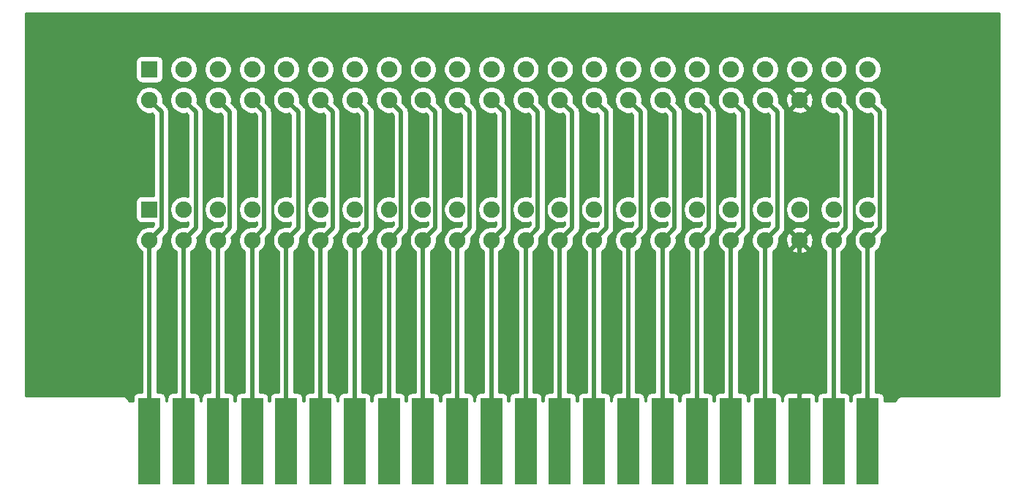
<source format=gbl>
G04 #@! TF.GenerationSoftware,KiCad,Pcbnew,(5.1.12)-1*
G04 #@! TF.CreationDate,2022-10-28T14:50:11+01:00*
G04 #@! TF.ProjectId,Apple-1 riser,4170706c-652d-4312-9072-697365722e6b,rev?*
G04 #@! TF.SameCoordinates,Original*
G04 #@! TF.FileFunction,Copper,L2,Bot*
G04 #@! TF.FilePolarity,Positive*
%FSLAX46Y46*%
G04 Gerber Fmt 4.6, Leading zero omitted, Abs format (unit mm)*
G04 Created by KiCad (PCBNEW (5.1.12)-1) date 2022-10-28 14:50:11*
%MOMM*%
%LPD*%
G01*
G04 APERTURE LIST*
G04 #@! TA.AperFunction,ComponentPad*
%ADD10C,1.905000*%
G04 #@! TD*
G04 #@! TA.AperFunction,ComponentPad*
%ADD11R,1.905000X1.905000*%
G04 #@! TD*
G04 #@! TA.AperFunction,ConnectorPad*
%ADD12R,2.540000X10.000000*%
G04 #@! TD*
G04 #@! TA.AperFunction,Conductor*
%ADD13C,0.500000*%
G04 #@! TD*
G04 #@! TA.AperFunction,Conductor*
%ADD14C,0.254000*%
G04 #@! TD*
G04 #@! TA.AperFunction,Conductor*
%ADD15C,0.100000*%
G04 #@! TD*
G04 APERTURE END LIST*
D10*
X188160000Y-102000000D03*
X184200000Y-102000000D03*
X180240000Y-102000000D03*
X176280000Y-102000000D03*
X172320000Y-102000000D03*
X168360000Y-102000000D03*
X164400000Y-102000000D03*
X160440000Y-102000000D03*
X156480000Y-102000000D03*
X152520000Y-102000000D03*
X148560000Y-102000000D03*
X144600000Y-102000000D03*
X140640000Y-102000000D03*
X136680000Y-102000000D03*
X132720000Y-102000000D03*
X128760000Y-102000000D03*
X124800000Y-102000000D03*
X120840000Y-102000000D03*
X116880000Y-102000000D03*
X112920000Y-102000000D03*
X108960000Y-102000000D03*
X105000000Y-102000000D03*
X188160000Y-98440000D03*
X184200000Y-98440000D03*
X180240000Y-98440000D03*
X176280000Y-98440000D03*
X172320000Y-98440000D03*
X168360000Y-98440000D03*
X164400000Y-98440000D03*
X160440000Y-98440000D03*
X156480000Y-98440000D03*
X152520000Y-98440000D03*
X148560000Y-98440000D03*
X144600000Y-98440000D03*
X140640000Y-98440000D03*
X136680000Y-98440000D03*
X132720000Y-98440000D03*
X128760000Y-98440000D03*
X124800000Y-98440000D03*
X120840000Y-98440000D03*
X116880000Y-98440000D03*
X112920000Y-98440000D03*
X108960000Y-98440000D03*
D11*
X105000000Y-98440000D03*
D10*
X188160000Y-118250000D03*
X184200000Y-118250000D03*
X180240000Y-118250000D03*
X176280000Y-118250000D03*
X172320000Y-118250000D03*
X168360000Y-118250000D03*
X164400000Y-118250000D03*
X160440000Y-118250000D03*
X156480000Y-118250000D03*
X152520000Y-118250000D03*
X148560000Y-118250000D03*
X144600000Y-118250000D03*
X140640000Y-118250000D03*
X136680000Y-118250000D03*
X132720000Y-118250000D03*
X128760000Y-118250000D03*
X124800000Y-118250000D03*
X120840000Y-118250000D03*
X116880000Y-118250000D03*
X112920000Y-118250000D03*
X108960000Y-118250000D03*
X105000000Y-118250000D03*
X188160000Y-114690000D03*
X184200000Y-114690000D03*
X180240000Y-114690000D03*
X176280000Y-114690000D03*
X172320000Y-114690000D03*
X168360000Y-114690000D03*
X164400000Y-114690000D03*
X160440000Y-114690000D03*
X156480000Y-114690000D03*
X152520000Y-114690000D03*
X148560000Y-114690000D03*
X144600000Y-114690000D03*
X140640000Y-114690000D03*
X136680000Y-114690000D03*
X132720000Y-114690000D03*
X128760000Y-114690000D03*
X124800000Y-114690000D03*
X120840000Y-114690000D03*
X116880000Y-114690000D03*
X112920000Y-114690000D03*
X108960000Y-114690000D03*
D11*
X105000000Y-114690000D03*
D12*
X105000000Y-141540000D03*
X108960000Y-141540000D03*
X112920000Y-141540000D03*
X116880000Y-141540000D03*
X120840000Y-141540000D03*
X124800000Y-141540000D03*
X128760000Y-141540000D03*
X132720000Y-141540000D03*
X136680000Y-141540000D03*
X140640000Y-141540000D03*
X144600000Y-141540000D03*
X148560000Y-141540000D03*
X152520000Y-141540000D03*
X156480000Y-141540000D03*
X160440000Y-141540000D03*
X164400000Y-141540000D03*
X168360000Y-141540000D03*
X172320000Y-141540000D03*
X176280000Y-141540000D03*
X180240000Y-141540000D03*
X184200000Y-141540000D03*
X188160000Y-141540000D03*
D13*
X105000000Y-139000000D02*
X105000000Y-118250000D01*
X106402501Y-103402501D02*
X105000000Y-102000000D01*
X106402501Y-116847499D02*
X106402501Y-103402501D01*
X105000000Y-118250000D02*
X106402501Y-116847499D01*
X188160000Y-139000000D02*
X188160000Y-118250000D01*
X189562501Y-103402501D02*
X188160000Y-102000000D01*
X189562501Y-116847499D02*
X189562501Y-103402501D01*
X188160000Y-118250000D02*
X189562501Y-116847499D01*
X184200000Y-139000000D02*
X184200000Y-118250000D01*
X185602501Y-103402501D02*
X184200000Y-102000000D01*
X185602501Y-116847499D02*
X185602501Y-103402501D01*
X184200000Y-118250000D02*
X185602501Y-116847499D01*
X180240000Y-139000000D02*
X180240000Y-118250000D01*
X181642501Y-116847499D02*
X181642501Y-103402501D01*
X181642501Y-103402501D02*
X180240000Y-102000000D01*
X180240000Y-118250000D02*
X181642501Y-116847499D01*
X176280000Y-139000000D02*
X176280000Y-118250000D01*
X177682501Y-116847499D02*
X177682501Y-103402501D01*
X177682501Y-103402501D02*
X176280000Y-102000000D01*
X176280000Y-118250000D02*
X177682501Y-116847499D01*
X172320000Y-139000000D02*
X172320000Y-118250000D01*
X173722501Y-103402501D02*
X172320000Y-102000000D01*
X173722501Y-116847499D02*
X173722501Y-103402501D01*
X172320000Y-118250000D02*
X173722501Y-116847499D01*
X168360000Y-139000000D02*
X168360000Y-118250000D01*
X169762501Y-103402501D02*
X168360000Y-102000000D01*
X169762501Y-116847499D02*
X169762501Y-103402501D01*
X168360000Y-118250000D02*
X169762501Y-116847499D01*
X164400000Y-139000000D02*
X164400000Y-118250000D01*
X165802501Y-103402501D02*
X164400000Y-102000000D01*
X165802501Y-116847499D02*
X165802501Y-103402501D01*
X164400000Y-118250000D02*
X165802501Y-116847499D01*
X160440000Y-139000000D02*
X160440000Y-118250000D01*
X161842501Y-103402501D02*
X160440000Y-102000000D01*
X161842501Y-116847499D02*
X161842501Y-103402501D01*
X160440000Y-118250000D02*
X161842501Y-116847499D01*
X156480000Y-139000000D02*
X156480000Y-118250000D01*
X157882501Y-103402501D02*
X156480000Y-102000000D01*
X157882501Y-116847499D02*
X157882501Y-103402501D01*
X156480000Y-118250000D02*
X157882501Y-116847499D01*
X152520000Y-139000000D02*
X152520000Y-118250000D01*
X153922501Y-103402501D02*
X152520000Y-102000000D01*
X153922501Y-116847499D02*
X153922501Y-103402501D01*
X152520000Y-118250000D02*
X153922501Y-116847499D01*
X148560000Y-139000000D02*
X148560000Y-118250000D01*
X149962501Y-103402501D02*
X148560000Y-102000000D01*
X149962501Y-116847499D02*
X149962501Y-103402501D01*
X148560000Y-118250000D02*
X149962501Y-116847499D01*
X144600000Y-139000000D02*
X144600000Y-118250000D01*
X146002501Y-103402501D02*
X144600000Y-102000000D01*
X146002501Y-116847499D02*
X146002501Y-103402501D01*
X144600000Y-118250000D02*
X146002501Y-116847499D01*
X140640000Y-139000000D02*
X140640000Y-118250000D01*
X142042501Y-103402501D02*
X140640000Y-102000000D01*
X142042501Y-116847499D02*
X142042501Y-103402501D01*
X140640000Y-118250000D02*
X142042501Y-116847499D01*
X136680000Y-139000000D02*
X136680000Y-118250000D01*
X138082501Y-103402501D02*
X136680000Y-102000000D01*
X138082501Y-116847499D02*
X138082501Y-103402501D01*
X136680000Y-118250000D02*
X138082501Y-116847499D01*
X132720000Y-139000000D02*
X132720000Y-118250000D01*
X134122501Y-103402501D02*
X132720000Y-102000000D01*
X134122501Y-116847499D02*
X134122501Y-103402501D01*
X132720000Y-118250000D02*
X134122501Y-116847499D01*
X128760000Y-139000000D02*
X128760000Y-118250000D01*
X130162501Y-103402501D02*
X128760000Y-102000000D01*
X130162501Y-116847499D02*
X130162501Y-103402501D01*
X128760000Y-118250000D02*
X130162501Y-116847499D01*
X124800000Y-139000000D02*
X124800000Y-118250000D01*
X126202501Y-103402501D02*
X124800000Y-102000000D01*
X126202501Y-116847499D02*
X126202501Y-103402501D01*
X124800000Y-118250000D02*
X126202501Y-116847499D01*
X120840000Y-139000000D02*
X120840000Y-118250000D01*
X122242501Y-116847499D02*
X122242501Y-103402501D01*
X122242501Y-103402501D02*
X120840000Y-102000000D01*
X120840000Y-118250000D02*
X122242501Y-116847499D01*
X116880000Y-139000000D02*
X116880000Y-118250000D01*
X118282501Y-103402501D02*
X116880000Y-102000000D01*
X118282501Y-116847499D02*
X118282501Y-103402501D01*
X116880000Y-118250000D02*
X118282501Y-116847499D01*
X112920000Y-139000000D02*
X112920000Y-118250000D01*
X114322501Y-103402501D02*
X112920000Y-102000000D01*
X114322501Y-116847499D02*
X114322501Y-103402501D01*
X112920000Y-118250000D02*
X114322501Y-116847499D01*
X108960000Y-139000000D02*
X108960000Y-118250000D01*
X110362501Y-103402501D02*
X108960000Y-102000000D01*
X110362501Y-116847499D02*
X110362501Y-103402501D01*
X108960000Y-118250000D02*
X110362501Y-116847499D01*
D14*
X203340000Y-136340000D02*
X192032419Y-136340000D01*
X192000000Y-136336807D01*
X191967581Y-136340000D01*
X191870617Y-136349550D01*
X191746207Y-136387290D01*
X191631550Y-136448575D01*
X191531052Y-136531052D01*
X191448575Y-136631550D01*
X191387290Y-136746207D01*
X191349550Y-136870617D01*
X191349315Y-136873000D01*
X190068072Y-136873000D01*
X190068072Y-136540000D01*
X190055812Y-136415518D01*
X190019502Y-136295820D01*
X189960537Y-136185506D01*
X189881185Y-136088815D01*
X189784494Y-136009463D01*
X189674180Y-135950498D01*
X189554482Y-135914188D01*
X189430000Y-135901928D01*
X189045000Y-135901928D01*
X189045000Y-119567932D01*
X189171972Y-119483092D01*
X189393092Y-119261972D01*
X189566824Y-119001963D01*
X189686493Y-118713057D01*
X189747500Y-118406355D01*
X189747500Y-118093645D01*
X189717708Y-117943871D01*
X190157551Y-117504028D01*
X190191318Y-117476316D01*
X190301912Y-117341558D01*
X190384090Y-117187812D01*
X190434696Y-117020989D01*
X190447501Y-116890976D01*
X190447501Y-116890968D01*
X190451782Y-116847499D01*
X190447501Y-116804030D01*
X190447501Y-103445970D01*
X190451782Y-103402501D01*
X190447501Y-103359032D01*
X190447501Y-103359024D01*
X190434696Y-103229011D01*
X190384090Y-103062188D01*
X190301912Y-102908442D01*
X190191318Y-102773684D01*
X190157550Y-102745971D01*
X189717708Y-102306129D01*
X189747500Y-102156355D01*
X189747500Y-101843645D01*
X189686493Y-101536943D01*
X189566824Y-101248037D01*
X189393092Y-100988028D01*
X189171972Y-100766908D01*
X188911963Y-100593176D01*
X188623057Y-100473507D01*
X188316355Y-100412500D01*
X188003645Y-100412500D01*
X187696943Y-100473507D01*
X187408037Y-100593176D01*
X187148028Y-100766908D01*
X186926908Y-100988028D01*
X186753176Y-101248037D01*
X186633507Y-101536943D01*
X186572500Y-101843645D01*
X186572500Y-102156355D01*
X186633507Y-102463057D01*
X186753176Y-102751963D01*
X186926908Y-103011972D01*
X187148028Y-103233092D01*
X187408037Y-103406824D01*
X187696943Y-103526493D01*
X188003645Y-103587500D01*
X188316355Y-103587500D01*
X188466129Y-103557708D01*
X188677502Y-103769081D01*
X188677501Y-113186059D01*
X188623057Y-113163507D01*
X188316355Y-113102500D01*
X188003645Y-113102500D01*
X187696943Y-113163507D01*
X187408037Y-113283176D01*
X187148028Y-113456908D01*
X186926908Y-113678028D01*
X186753176Y-113938037D01*
X186633507Y-114226943D01*
X186572500Y-114533645D01*
X186572500Y-114846355D01*
X186633507Y-115153057D01*
X186753176Y-115441963D01*
X186926908Y-115701972D01*
X187148028Y-115923092D01*
X187408037Y-116096824D01*
X187696943Y-116216493D01*
X188003645Y-116277500D01*
X188316355Y-116277500D01*
X188623057Y-116216493D01*
X188677501Y-116193941D01*
X188677501Y-116480920D01*
X188466129Y-116692292D01*
X188316355Y-116662500D01*
X188003645Y-116662500D01*
X187696943Y-116723507D01*
X187408037Y-116843176D01*
X187148028Y-117016908D01*
X186926908Y-117238028D01*
X186753176Y-117498037D01*
X186633507Y-117786943D01*
X186572500Y-118093645D01*
X186572500Y-118406355D01*
X186633507Y-118713057D01*
X186753176Y-119001963D01*
X186926908Y-119261972D01*
X187148028Y-119483092D01*
X187275001Y-119567932D01*
X187275000Y-135901928D01*
X186890000Y-135901928D01*
X186765518Y-135914188D01*
X186645820Y-135950498D01*
X186535506Y-136009463D01*
X186438815Y-136088815D01*
X186359463Y-136185506D01*
X186300498Y-136295820D01*
X186264188Y-136415518D01*
X186251928Y-136540000D01*
X186251928Y-136873000D01*
X186108072Y-136873000D01*
X186108072Y-136540000D01*
X186095812Y-136415518D01*
X186059502Y-136295820D01*
X186000537Y-136185506D01*
X185921185Y-136088815D01*
X185824494Y-136009463D01*
X185714180Y-135950498D01*
X185594482Y-135914188D01*
X185470000Y-135901928D01*
X185085000Y-135901928D01*
X185085000Y-119567932D01*
X185211972Y-119483092D01*
X185433092Y-119261972D01*
X185606824Y-119001963D01*
X185726493Y-118713057D01*
X185787500Y-118406355D01*
X185787500Y-118093645D01*
X185757708Y-117943871D01*
X186197551Y-117504028D01*
X186231318Y-117476316D01*
X186341912Y-117341558D01*
X186424090Y-117187812D01*
X186474696Y-117020989D01*
X186487501Y-116890976D01*
X186487501Y-116890968D01*
X186491782Y-116847499D01*
X186487501Y-116804030D01*
X186487501Y-103445970D01*
X186491782Y-103402501D01*
X186487501Y-103359032D01*
X186487501Y-103359024D01*
X186474696Y-103229011D01*
X186424090Y-103062188D01*
X186341912Y-102908442D01*
X186231318Y-102773684D01*
X186197550Y-102745971D01*
X185757708Y-102306129D01*
X185787500Y-102156355D01*
X185787500Y-101843645D01*
X185726493Y-101536943D01*
X185606824Y-101248037D01*
X185433092Y-100988028D01*
X185211972Y-100766908D01*
X184951963Y-100593176D01*
X184663057Y-100473507D01*
X184356355Y-100412500D01*
X184043645Y-100412500D01*
X183736943Y-100473507D01*
X183448037Y-100593176D01*
X183188028Y-100766908D01*
X182966908Y-100988028D01*
X182793176Y-101248037D01*
X182673507Y-101536943D01*
X182612500Y-101843645D01*
X182612500Y-102156355D01*
X182673507Y-102463057D01*
X182793176Y-102751963D01*
X182966908Y-103011972D01*
X183188028Y-103233092D01*
X183448037Y-103406824D01*
X183736943Y-103526493D01*
X184043645Y-103587500D01*
X184356355Y-103587500D01*
X184506129Y-103557708D01*
X184717502Y-103769081D01*
X184717501Y-113186059D01*
X184663057Y-113163507D01*
X184356355Y-113102500D01*
X184043645Y-113102500D01*
X183736943Y-113163507D01*
X183448037Y-113283176D01*
X183188028Y-113456908D01*
X182966908Y-113678028D01*
X182793176Y-113938037D01*
X182673507Y-114226943D01*
X182612500Y-114533645D01*
X182612500Y-114846355D01*
X182673507Y-115153057D01*
X182793176Y-115441963D01*
X182966908Y-115701972D01*
X183188028Y-115923092D01*
X183448037Y-116096824D01*
X183736943Y-116216493D01*
X184043645Y-116277500D01*
X184356355Y-116277500D01*
X184663057Y-116216493D01*
X184717501Y-116193941D01*
X184717501Y-116480920D01*
X184506129Y-116692292D01*
X184356355Y-116662500D01*
X184043645Y-116662500D01*
X183736943Y-116723507D01*
X183448037Y-116843176D01*
X183188028Y-117016908D01*
X182966908Y-117238028D01*
X182793176Y-117498037D01*
X182673507Y-117786943D01*
X182612500Y-118093645D01*
X182612500Y-118406355D01*
X182673507Y-118713057D01*
X182793176Y-119001963D01*
X182966908Y-119261972D01*
X183188028Y-119483092D01*
X183315001Y-119567932D01*
X183315000Y-135901928D01*
X182930000Y-135901928D01*
X182805518Y-135914188D01*
X182685820Y-135950498D01*
X182575506Y-136009463D01*
X182478815Y-136088815D01*
X182399463Y-136185506D01*
X182340498Y-136295820D01*
X182304188Y-136415518D01*
X182291928Y-136540000D01*
X182291928Y-136873000D01*
X182147855Y-136873000D01*
X182148072Y-136540000D01*
X182135812Y-136415518D01*
X182099502Y-136295820D01*
X182040537Y-136185506D01*
X181961185Y-136088815D01*
X181864494Y-136009463D01*
X181754180Y-135950498D01*
X181634482Y-135914188D01*
X181510000Y-135901928D01*
X180525750Y-135905000D01*
X180367000Y-136063750D01*
X180367000Y-136873000D01*
X180113000Y-136873000D01*
X180113000Y-136063750D01*
X179954250Y-135905000D01*
X178970000Y-135901928D01*
X178845518Y-135914188D01*
X178725820Y-135950498D01*
X178615506Y-136009463D01*
X178518815Y-136088815D01*
X178439463Y-136185506D01*
X178380498Y-136295820D01*
X178344188Y-136415518D01*
X178331928Y-136540000D01*
X178332145Y-136873000D01*
X178188072Y-136873000D01*
X178188072Y-136540000D01*
X178175812Y-136415518D01*
X178139502Y-136295820D01*
X178080537Y-136185506D01*
X178001185Y-136088815D01*
X177904494Y-136009463D01*
X177794180Y-135950498D01*
X177674482Y-135914188D01*
X177550000Y-135901928D01*
X177165000Y-135901928D01*
X177165000Y-119567932D01*
X177291972Y-119483092D01*
X177423529Y-119351535D01*
X179318070Y-119351535D01*
X179408098Y-119611081D01*
X179689616Y-119747224D01*
X179992286Y-119825829D01*
X180304474Y-119843877D01*
X180614185Y-119800672D01*
X180909516Y-119697877D01*
X181071902Y-119611081D01*
X181161930Y-119351535D01*
X180240000Y-118429605D01*
X179318070Y-119351535D01*
X177423529Y-119351535D01*
X177513092Y-119261972D01*
X177686824Y-119001963D01*
X177806493Y-118713057D01*
X177867500Y-118406355D01*
X177867500Y-118314474D01*
X178646123Y-118314474D01*
X178689328Y-118624185D01*
X178792123Y-118919516D01*
X178878919Y-119081902D01*
X179138465Y-119171930D01*
X180060395Y-118250000D01*
X180419605Y-118250000D01*
X181341535Y-119171930D01*
X181601081Y-119081902D01*
X181737224Y-118800384D01*
X181815829Y-118497714D01*
X181833877Y-118185526D01*
X181790672Y-117875815D01*
X181687877Y-117580484D01*
X181601081Y-117418098D01*
X181341535Y-117328070D01*
X180419605Y-118250000D01*
X180060395Y-118250000D01*
X179138465Y-117328070D01*
X178878919Y-117418098D01*
X178742776Y-117699616D01*
X178664171Y-118002286D01*
X178646123Y-118314474D01*
X177867500Y-118314474D01*
X177867500Y-118093645D01*
X177837708Y-117943871D01*
X178277551Y-117504028D01*
X178311318Y-117476316D01*
X178421912Y-117341558D01*
X178504090Y-117187812D01*
X178516025Y-117148465D01*
X179318070Y-117148465D01*
X180240000Y-118070395D01*
X181161930Y-117148465D01*
X181071902Y-116888919D01*
X180790384Y-116752776D01*
X180487714Y-116674171D01*
X180175526Y-116656123D01*
X179865815Y-116699328D01*
X179570484Y-116802123D01*
X179408098Y-116888919D01*
X179318070Y-117148465D01*
X178516025Y-117148465D01*
X178554696Y-117020989D01*
X178567501Y-116890976D01*
X178567501Y-116890968D01*
X178571782Y-116847499D01*
X178567501Y-116804030D01*
X178567501Y-114533645D01*
X178652500Y-114533645D01*
X178652500Y-114846355D01*
X178713507Y-115153057D01*
X178833176Y-115441963D01*
X179006908Y-115701972D01*
X179228028Y-115923092D01*
X179488037Y-116096824D01*
X179776943Y-116216493D01*
X180083645Y-116277500D01*
X180396355Y-116277500D01*
X180703057Y-116216493D01*
X180991963Y-116096824D01*
X181251972Y-115923092D01*
X181473092Y-115701972D01*
X181646824Y-115441963D01*
X181766493Y-115153057D01*
X181827500Y-114846355D01*
X181827500Y-114533645D01*
X181766493Y-114226943D01*
X181646824Y-113938037D01*
X181473092Y-113678028D01*
X181251972Y-113456908D01*
X180991963Y-113283176D01*
X180703057Y-113163507D01*
X180396355Y-113102500D01*
X180083645Y-113102500D01*
X179776943Y-113163507D01*
X179488037Y-113283176D01*
X179228028Y-113456908D01*
X179006908Y-113678028D01*
X178833176Y-113938037D01*
X178713507Y-114226943D01*
X178652500Y-114533645D01*
X178567501Y-114533645D01*
X178567501Y-103445970D01*
X178571782Y-103402501D01*
X178567501Y-103359032D01*
X178567501Y-103359024D01*
X178554696Y-103229011D01*
X178516026Y-103101535D01*
X179318070Y-103101535D01*
X179408098Y-103361081D01*
X179689616Y-103497224D01*
X179992286Y-103575829D01*
X180304474Y-103593877D01*
X180614185Y-103550672D01*
X180909516Y-103447877D01*
X181071902Y-103361081D01*
X181161930Y-103101535D01*
X180240000Y-102179605D01*
X179318070Y-103101535D01*
X178516026Y-103101535D01*
X178504090Y-103062188D01*
X178421912Y-102908442D01*
X178311318Y-102773684D01*
X178277550Y-102745971D01*
X177837708Y-102306129D01*
X177867500Y-102156355D01*
X177867500Y-102064474D01*
X178646123Y-102064474D01*
X178689328Y-102374185D01*
X178792123Y-102669516D01*
X178878919Y-102831902D01*
X179138465Y-102921930D01*
X180060395Y-102000000D01*
X180419605Y-102000000D01*
X181341535Y-102921930D01*
X181601081Y-102831902D01*
X181737224Y-102550384D01*
X181815829Y-102247714D01*
X181833877Y-101935526D01*
X181790672Y-101625815D01*
X181687877Y-101330484D01*
X181601081Y-101168098D01*
X181341535Y-101078070D01*
X180419605Y-102000000D01*
X180060395Y-102000000D01*
X179138465Y-101078070D01*
X178878919Y-101168098D01*
X178742776Y-101449616D01*
X178664171Y-101752286D01*
X178646123Y-102064474D01*
X177867500Y-102064474D01*
X177867500Y-101843645D01*
X177806493Y-101536943D01*
X177686824Y-101248037D01*
X177513092Y-100988028D01*
X177423529Y-100898465D01*
X179318070Y-100898465D01*
X180240000Y-101820395D01*
X181161930Y-100898465D01*
X181071902Y-100638919D01*
X180790384Y-100502776D01*
X180487714Y-100424171D01*
X180175526Y-100406123D01*
X179865815Y-100449328D01*
X179570484Y-100552123D01*
X179408098Y-100638919D01*
X179318070Y-100898465D01*
X177423529Y-100898465D01*
X177291972Y-100766908D01*
X177031963Y-100593176D01*
X176743057Y-100473507D01*
X176436355Y-100412500D01*
X176123645Y-100412500D01*
X175816943Y-100473507D01*
X175528037Y-100593176D01*
X175268028Y-100766908D01*
X175046908Y-100988028D01*
X174873176Y-101248037D01*
X174753507Y-101536943D01*
X174692500Y-101843645D01*
X174692500Y-102156355D01*
X174753507Y-102463057D01*
X174873176Y-102751963D01*
X175046908Y-103011972D01*
X175268028Y-103233092D01*
X175528037Y-103406824D01*
X175816943Y-103526493D01*
X176123645Y-103587500D01*
X176436355Y-103587500D01*
X176586129Y-103557708D01*
X176797502Y-103769081D01*
X176797501Y-113186059D01*
X176743057Y-113163507D01*
X176436355Y-113102500D01*
X176123645Y-113102500D01*
X175816943Y-113163507D01*
X175528037Y-113283176D01*
X175268028Y-113456908D01*
X175046908Y-113678028D01*
X174873176Y-113938037D01*
X174753507Y-114226943D01*
X174692500Y-114533645D01*
X174692500Y-114846355D01*
X174753507Y-115153057D01*
X174873176Y-115441963D01*
X175046908Y-115701972D01*
X175268028Y-115923092D01*
X175528037Y-116096824D01*
X175816943Y-116216493D01*
X176123645Y-116277500D01*
X176436355Y-116277500D01*
X176743057Y-116216493D01*
X176797501Y-116193941D01*
X176797501Y-116480920D01*
X176586129Y-116692292D01*
X176436355Y-116662500D01*
X176123645Y-116662500D01*
X175816943Y-116723507D01*
X175528037Y-116843176D01*
X175268028Y-117016908D01*
X175046908Y-117238028D01*
X174873176Y-117498037D01*
X174753507Y-117786943D01*
X174692500Y-118093645D01*
X174692500Y-118406355D01*
X174753507Y-118713057D01*
X174873176Y-119001963D01*
X175046908Y-119261972D01*
X175268028Y-119483092D01*
X175395001Y-119567932D01*
X175395000Y-135901928D01*
X175010000Y-135901928D01*
X174885518Y-135914188D01*
X174765820Y-135950498D01*
X174655506Y-136009463D01*
X174558815Y-136088815D01*
X174479463Y-136185506D01*
X174420498Y-136295820D01*
X174384188Y-136415518D01*
X174371928Y-136540000D01*
X174371928Y-136873000D01*
X174228072Y-136873000D01*
X174228072Y-136540000D01*
X174215812Y-136415518D01*
X174179502Y-136295820D01*
X174120537Y-136185506D01*
X174041185Y-136088815D01*
X173944494Y-136009463D01*
X173834180Y-135950498D01*
X173714482Y-135914188D01*
X173590000Y-135901928D01*
X173205000Y-135901928D01*
X173205000Y-119567932D01*
X173331972Y-119483092D01*
X173553092Y-119261972D01*
X173726824Y-119001963D01*
X173846493Y-118713057D01*
X173907500Y-118406355D01*
X173907500Y-118093645D01*
X173877708Y-117943871D01*
X174317551Y-117504028D01*
X174351318Y-117476316D01*
X174461912Y-117341558D01*
X174544090Y-117187812D01*
X174594696Y-117020989D01*
X174607501Y-116890976D01*
X174607501Y-116890968D01*
X174611782Y-116847499D01*
X174607501Y-116804030D01*
X174607501Y-103445970D01*
X174611782Y-103402501D01*
X174607501Y-103359032D01*
X174607501Y-103359024D01*
X174594696Y-103229011D01*
X174544090Y-103062188D01*
X174461912Y-102908442D01*
X174351318Y-102773684D01*
X174317550Y-102745971D01*
X173877708Y-102306129D01*
X173907500Y-102156355D01*
X173907500Y-101843645D01*
X173846493Y-101536943D01*
X173726824Y-101248037D01*
X173553092Y-100988028D01*
X173331972Y-100766908D01*
X173071963Y-100593176D01*
X172783057Y-100473507D01*
X172476355Y-100412500D01*
X172163645Y-100412500D01*
X171856943Y-100473507D01*
X171568037Y-100593176D01*
X171308028Y-100766908D01*
X171086908Y-100988028D01*
X170913176Y-101248037D01*
X170793507Y-101536943D01*
X170732500Y-101843645D01*
X170732500Y-102156355D01*
X170793507Y-102463057D01*
X170913176Y-102751963D01*
X171086908Y-103011972D01*
X171308028Y-103233092D01*
X171568037Y-103406824D01*
X171856943Y-103526493D01*
X172163645Y-103587500D01*
X172476355Y-103587500D01*
X172626129Y-103557708D01*
X172837502Y-103769081D01*
X172837501Y-113186059D01*
X172783057Y-113163507D01*
X172476355Y-113102500D01*
X172163645Y-113102500D01*
X171856943Y-113163507D01*
X171568037Y-113283176D01*
X171308028Y-113456908D01*
X171086908Y-113678028D01*
X170913176Y-113938037D01*
X170793507Y-114226943D01*
X170732500Y-114533645D01*
X170732500Y-114846355D01*
X170793507Y-115153057D01*
X170913176Y-115441963D01*
X171086908Y-115701972D01*
X171308028Y-115923092D01*
X171568037Y-116096824D01*
X171856943Y-116216493D01*
X172163645Y-116277500D01*
X172476355Y-116277500D01*
X172783057Y-116216493D01*
X172837501Y-116193941D01*
X172837501Y-116480920D01*
X172626129Y-116692292D01*
X172476355Y-116662500D01*
X172163645Y-116662500D01*
X171856943Y-116723507D01*
X171568037Y-116843176D01*
X171308028Y-117016908D01*
X171086908Y-117238028D01*
X170913176Y-117498037D01*
X170793507Y-117786943D01*
X170732500Y-118093645D01*
X170732500Y-118406355D01*
X170793507Y-118713057D01*
X170913176Y-119001963D01*
X171086908Y-119261972D01*
X171308028Y-119483092D01*
X171435001Y-119567932D01*
X171435000Y-135901928D01*
X171050000Y-135901928D01*
X170925518Y-135914188D01*
X170805820Y-135950498D01*
X170695506Y-136009463D01*
X170598815Y-136088815D01*
X170519463Y-136185506D01*
X170460498Y-136295820D01*
X170424188Y-136415518D01*
X170411928Y-136540000D01*
X170411928Y-136873000D01*
X170268072Y-136873000D01*
X170268072Y-136540000D01*
X170255812Y-136415518D01*
X170219502Y-136295820D01*
X170160537Y-136185506D01*
X170081185Y-136088815D01*
X169984494Y-136009463D01*
X169874180Y-135950498D01*
X169754482Y-135914188D01*
X169630000Y-135901928D01*
X169245000Y-135901928D01*
X169245000Y-119567932D01*
X169371972Y-119483092D01*
X169593092Y-119261972D01*
X169766824Y-119001963D01*
X169886493Y-118713057D01*
X169947500Y-118406355D01*
X169947500Y-118093645D01*
X169917708Y-117943871D01*
X170357551Y-117504028D01*
X170391318Y-117476316D01*
X170501912Y-117341558D01*
X170584090Y-117187812D01*
X170634696Y-117020989D01*
X170647501Y-116890976D01*
X170647501Y-116890968D01*
X170651782Y-116847499D01*
X170647501Y-116804030D01*
X170647501Y-103445970D01*
X170651782Y-103402501D01*
X170647501Y-103359032D01*
X170647501Y-103359024D01*
X170634696Y-103229011D01*
X170584090Y-103062188D01*
X170501912Y-102908442D01*
X170391318Y-102773684D01*
X170357550Y-102745971D01*
X169917708Y-102306129D01*
X169947500Y-102156355D01*
X169947500Y-101843645D01*
X169886493Y-101536943D01*
X169766824Y-101248037D01*
X169593092Y-100988028D01*
X169371972Y-100766908D01*
X169111963Y-100593176D01*
X168823057Y-100473507D01*
X168516355Y-100412500D01*
X168203645Y-100412500D01*
X167896943Y-100473507D01*
X167608037Y-100593176D01*
X167348028Y-100766908D01*
X167126908Y-100988028D01*
X166953176Y-101248037D01*
X166833507Y-101536943D01*
X166772500Y-101843645D01*
X166772500Y-102156355D01*
X166833507Y-102463057D01*
X166953176Y-102751963D01*
X167126908Y-103011972D01*
X167348028Y-103233092D01*
X167608037Y-103406824D01*
X167896943Y-103526493D01*
X168203645Y-103587500D01*
X168516355Y-103587500D01*
X168666129Y-103557708D01*
X168877502Y-103769081D01*
X168877501Y-113186059D01*
X168823057Y-113163507D01*
X168516355Y-113102500D01*
X168203645Y-113102500D01*
X167896943Y-113163507D01*
X167608037Y-113283176D01*
X167348028Y-113456908D01*
X167126908Y-113678028D01*
X166953176Y-113938037D01*
X166833507Y-114226943D01*
X166772500Y-114533645D01*
X166772500Y-114846355D01*
X166833507Y-115153057D01*
X166953176Y-115441963D01*
X167126908Y-115701972D01*
X167348028Y-115923092D01*
X167608037Y-116096824D01*
X167896943Y-116216493D01*
X168203645Y-116277500D01*
X168516355Y-116277500D01*
X168823057Y-116216493D01*
X168877501Y-116193941D01*
X168877501Y-116480920D01*
X168666129Y-116692292D01*
X168516355Y-116662500D01*
X168203645Y-116662500D01*
X167896943Y-116723507D01*
X167608037Y-116843176D01*
X167348028Y-117016908D01*
X167126908Y-117238028D01*
X166953176Y-117498037D01*
X166833507Y-117786943D01*
X166772500Y-118093645D01*
X166772500Y-118406355D01*
X166833507Y-118713057D01*
X166953176Y-119001963D01*
X167126908Y-119261972D01*
X167348028Y-119483092D01*
X167475001Y-119567932D01*
X167475000Y-135901928D01*
X167090000Y-135901928D01*
X166965518Y-135914188D01*
X166845820Y-135950498D01*
X166735506Y-136009463D01*
X166638815Y-136088815D01*
X166559463Y-136185506D01*
X166500498Y-136295820D01*
X166464188Y-136415518D01*
X166451928Y-136540000D01*
X166451928Y-136873000D01*
X166308072Y-136873000D01*
X166308072Y-136540000D01*
X166295812Y-136415518D01*
X166259502Y-136295820D01*
X166200537Y-136185506D01*
X166121185Y-136088815D01*
X166024494Y-136009463D01*
X165914180Y-135950498D01*
X165794482Y-135914188D01*
X165670000Y-135901928D01*
X165285000Y-135901928D01*
X165285000Y-119567932D01*
X165411972Y-119483092D01*
X165633092Y-119261972D01*
X165806824Y-119001963D01*
X165926493Y-118713057D01*
X165987500Y-118406355D01*
X165987500Y-118093645D01*
X165957708Y-117943871D01*
X166397551Y-117504028D01*
X166431318Y-117476316D01*
X166541912Y-117341558D01*
X166624090Y-117187812D01*
X166674696Y-117020989D01*
X166687501Y-116890976D01*
X166687501Y-116890968D01*
X166691782Y-116847499D01*
X166687501Y-116804030D01*
X166687501Y-103445970D01*
X166691782Y-103402501D01*
X166687501Y-103359032D01*
X166687501Y-103359024D01*
X166674696Y-103229011D01*
X166624090Y-103062188D01*
X166541912Y-102908442D01*
X166431318Y-102773684D01*
X166397550Y-102745971D01*
X165957708Y-102306129D01*
X165987500Y-102156355D01*
X165987500Y-101843645D01*
X165926493Y-101536943D01*
X165806824Y-101248037D01*
X165633092Y-100988028D01*
X165411972Y-100766908D01*
X165151963Y-100593176D01*
X164863057Y-100473507D01*
X164556355Y-100412500D01*
X164243645Y-100412500D01*
X163936943Y-100473507D01*
X163648037Y-100593176D01*
X163388028Y-100766908D01*
X163166908Y-100988028D01*
X162993176Y-101248037D01*
X162873507Y-101536943D01*
X162812500Y-101843645D01*
X162812500Y-102156355D01*
X162873507Y-102463057D01*
X162993176Y-102751963D01*
X163166908Y-103011972D01*
X163388028Y-103233092D01*
X163648037Y-103406824D01*
X163936943Y-103526493D01*
X164243645Y-103587500D01*
X164556355Y-103587500D01*
X164706129Y-103557708D01*
X164917502Y-103769081D01*
X164917501Y-113186059D01*
X164863057Y-113163507D01*
X164556355Y-113102500D01*
X164243645Y-113102500D01*
X163936943Y-113163507D01*
X163648037Y-113283176D01*
X163388028Y-113456908D01*
X163166908Y-113678028D01*
X162993176Y-113938037D01*
X162873507Y-114226943D01*
X162812500Y-114533645D01*
X162812500Y-114846355D01*
X162873507Y-115153057D01*
X162993176Y-115441963D01*
X163166908Y-115701972D01*
X163388028Y-115923092D01*
X163648037Y-116096824D01*
X163936943Y-116216493D01*
X164243645Y-116277500D01*
X164556355Y-116277500D01*
X164863057Y-116216493D01*
X164917501Y-116193941D01*
X164917501Y-116480920D01*
X164706129Y-116692292D01*
X164556355Y-116662500D01*
X164243645Y-116662500D01*
X163936943Y-116723507D01*
X163648037Y-116843176D01*
X163388028Y-117016908D01*
X163166908Y-117238028D01*
X162993176Y-117498037D01*
X162873507Y-117786943D01*
X162812500Y-118093645D01*
X162812500Y-118406355D01*
X162873507Y-118713057D01*
X162993176Y-119001963D01*
X163166908Y-119261972D01*
X163388028Y-119483092D01*
X163515001Y-119567932D01*
X163515000Y-135901928D01*
X163130000Y-135901928D01*
X163005518Y-135914188D01*
X162885820Y-135950498D01*
X162775506Y-136009463D01*
X162678815Y-136088815D01*
X162599463Y-136185506D01*
X162540498Y-136295820D01*
X162504188Y-136415518D01*
X162491928Y-136540000D01*
X162491928Y-136873000D01*
X162348072Y-136873000D01*
X162348072Y-136540000D01*
X162335812Y-136415518D01*
X162299502Y-136295820D01*
X162240537Y-136185506D01*
X162161185Y-136088815D01*
X162064494Y-136009463D01*
X161954180Y-135950498D01*
X161834482Y-135914188D01*
X161710000Y-135901928D01*
X161325000Y-135901928D01*
X161325000Y-119567932D01*
X161451972Y-119483092D01*
X161673092Y-119261972D01*
X161846824Y-119001963D01*
X161966493Y-118713057D01*
X162027500Y-118406355D01*
X162027500Y-118093645D01*
X161997708Y-117943871D01*
X162437551Y-117504028D01*
X162471318Y-117476316D01*
X162581912Y-117341558D01*
X162664090Y-117187812D01*
X162714696Y-117020989D01*
X162727501Y-116890976D01*
X162727501Y-116890968D01*
X162731782Y-116847499D01*
X162727501Y-116804030D01*
X162727501Y-103445970D01*
X162731782Y-103402501D01*
X162727501Y-103359032D01*
X162727501Y-103359024D01*
X162714696Y-103229011D01*
X162664090Y-103062188D01*
X162581912Y-102908442D01*
X162471318Y-102773684D01*
X162437550Y-102745971D01*
X161997708Y-102306129D01*
X162027500Y-102156355D01*
X162027500Y-101843645D01*
X161966493Y-101536943D01*
X161846824Y-101248037D01*
X161673092Y-100988028D01*
X161451972Y-100766908D01*
X161191963Y-100593176D01*
X160903057Y-100473507D01*
X160596355Y-100412500D01*
X160283645Y-100412500D01*
X159976943Y-100473507D01*
X159688037Y-100593176D01*
X159428028Y-100766908D01*
X159206908Y-100988028D01*
X159033176Y-101248037D01*
X158913507Y-101536943D01*
X158852500Y-101843645D01*
X158852500Y-102156355D01*
X158913507Y-102463057D01*
X159033176Y-102751963D01*
X159206908Y-103011972D01*
X159428028Y-103233092D01*
X159688037Y-103406824D01*
X159976943Y-103526493D01*
X160283645Y-103587500D01*
X160596355Y-103587500D01*
X160746129Y-103557708D01*
X160957502Y-103769081D01*
X160957501Y-113186059D01*
X160903057Y-113163507D01*
X160596355Y-113102500D01*
X160283645Y-113102500D01*
X159976943Y-113163507D01*
X159688037Y-113283176D01*
X159428028Y-113456908D01*
X159206908Y-113678028D01*
X159033176Y-113938037D01*
X158913507Y-114226943D01*
X158852500Y-114533645D01*
X158852500Y-114846355D01*
X158913507Y-115153057D01*
X159033176Y-115441963D01*
X159206908Y-115701972D01*
X159428028Y-115923092D01*
X159688037Y-116096824D01*
X159976943Y-116216493D01*
X160283645Y-116277500D01*
X160596355Y-116277500D01*
X160903057Y-116216493D01*
X160957501Y-116193941D01*
X160957501Y-116480920D01*
X160746129Y-116692292D01*
X160596355Y-116662500D01*
X160283645Y-116662500D01*
X159976943Y-116723507D01*
X159688037Y-116843176D01*
X159428028Y-117016908D01*
X159206908Y-117238028D01*
X159033176Y-117498037D01*
X158913507Y-117786943D01*
X158852500Y-118093645D01*
X158852500Y-118406355D01*
X158913507Y-118713057D01*
X159033176Y-119001963D01*
X159206908Y-119261972D01*
X159428028Y-119483092D01*
X159555001Y-119567932D01*
X159555000Y-135901928D01*
X159170000Y-135901928D01*
X159045518Y-135914188D01*
X158925820Y-135950498D01*
X158815506Y-136009463D01*
X158718815Y-136088815D01*
X158639463Y-136185506D01*
X158580498Y-136295820D01*
X158544188Y-136415518D01*
X158531928Y-136540000D01*
X158531928Y-136873000D01*
X158388072Y-136873000D01*
X158388072Y-136540000D01*
X158375812Y-136415518D01*
X158339502Y-136295820D01*
X158280537Y-136185506D01*
X158201185Y-136088815D01*
X158104494Y-136009463D01*
X157994180Y-135950498D01*
X157874482Y-135914188D01*
X157750000Y-135901928D01*
X157365000Y-135901928D01*
X157365000Y-119567932D01*
X157491972Y-119483092D01*
X157713092Y-119261972D01*
X157886824Y-119001963D01*
X158006493Y-118713057D01*
X158067500Y-118406355D01*
X158067500Y-118093645D01*
X158037708Y-117943871D01*
X158477551Y-117504028D01*
X158511318Y-117476316D01*
X158621912Y-117341558D01*
X158704090Y-117187812D01*
X158754696Y-117020989D01*
X158767501Y-116890976D01*
X158767501Y-116890968D01*
X158771782Y-116847499D01*
X158767501Y-116804030D01*
X158767501Y-103445970D01*
X158771782Y-103402501D01*
X158767501Y-103359032D01*
X158767501Y-103359024D01*
X158754696Y-103229011D01*
X158704090Y-103062188D01*
X158621912Y-102908442D01*
X158511318Y-102773684D01*
X158477550Y-102745971D01*
X158037708Y-102306129D01*
X158067500Y-102156355D01*
X158067500Y-101843645D01*
X158006493Y-101536943D01*
X157886824Y-101248037D01*
X157713092Y-100988028D01*
X157491972Y-100766908D01*
X157231963Y-100593176D01*
X156943057Y-100473507D01*
X156636355Y-100412500D01*
X156323645Y-100412500D01*
X156016943Y-100473507D01*
X155728037Y-100593176D01*
X155468028Y-100766908D01*
X155246908Y-100988028D01*
X155073176Y-101248037D01*
X154953507Y-101536943D01*
X154892500Y-101843645D01*
X154892500Y-102156355D01*
X154953507Y-102463057D01*
X155073176Y-102751963D01*
X155246908Y-103011972D01*
X155468028Y-103233092D01*
X155728037Y-103406824D01*
X156016943Y-103526493D01*
X156323645Y-103587500D01*
X156636355Y-103587500D01*
X156786129Y-103557708D01*
X156997502Y-103769081D01*
X156997501Y-113186059D01*
X156943057Y-113163507D01*
X156636355Y-113102500D01*
X156323645Y-113102500D01*
X156016943Y-113163507D01*
X155728037Y-113283176D01*
X155468028Y-113456908D01*
X155246908Y-113678028D01*
X155073176Y-113938037D01*
X154953507Y-114226943D01*
X154892500Y-114533645D01*
X154892500Y-114846355D01*
X154953507Y-115153057D01*
X155073176Y-115441963D01*
X155246908Y-115701972D01*
X155468028Y-115923092D01*
X155728037Y-116096824D01*
X156016943Y-116216493D01*
X156323645Y-116277500D01*
X156636355Y-116277500D01*
X156943057Y-116216493D01*
X156997501Y-116193941D01*
X156997501Y-116480920D01*
X156786129Y-116692292D01*
X156636355Y-116662500D01*
X156323645Y-116662500D01*
X156016943Y-116723507D01*
X155728037Y-116843176D01*
X155468028Y-117016908D01*
X155246908Y-117238028D01*
X155073176Y-117498037D01*
X154953507Y-117786943D01*
X154892500Y-118093645D01*
X154892500Y-118406355D01*
X154953507Y-118713057D01*
X155073176Y-119001963D01*
X155246908Y-119261972D01*
X155468028Y-119483092D01*
X155595001Y-119567932D01*
X155595000Y-135901928D01*
X155210000Y-135901928D01*
X155085518Y-135914188D01*
X154965820Y-135950498D01*
X154855506Y-136009463D01*
X154758815Y-136088815D01*
X154679463Y-136185506D01*
X154620498Y-136295820D01*
X154584188Y-136415518D01*
X154571928Y-136540000D01*
X154571928Y-136873000D01*
X154428072Y-136873000D01*
X154428072Y-136540000D01*
X154415812Y-136415518D01*
X154379502Y-136295820D01*
X154320537Y-136185506D01*
X154241185Y-136088815D01*
X154144494Y-136009463D01*
X154034180Y-135950498D01*
X153914482Y-135914188D01*
X153790000Y-135901928D01*
X153405000Y-135901928D01*
X153405000Y-119567932D01*
X153531972Y-119483092D01*
X153753092Y-119261972D01*
X153926824Y-119001963D01*
X154046493Y-118713057D01*
X154107500Y-118406355D01*
X154107500Y-118093645D01*
X154077708Y-117943871D01*
X154517551Y-117504028D01*
X154551318Y-117476316D01*
X154661912Y-117341558D01*
X154744090Y-117187812D01*
X154794696Y-117020989D01*
X154807501Y-116890976D01*
X154807501Y-116890968D01*
X154811782Y-116847499D01*
X154807501Y-116804030D01*
X154807501Y-103445970D01*
X154811782Y-103402501D01*
X154807501Y-103359032D01*
X154807501Y-103359024D01*
X154794696Y-103229011D01*
X154744090Y-103062188D01*
X154661912Y-102908442D01*
X154551318Y-102773684D01*
X154517550Y-102745971D01*
X154077708Y-102306129D01*
X154107500Y-102156355D01*
X154107500Y-101843645D01*
X154046493Y-101536943D01*
X153926824Y-101248037D01*
X153753092Y-100988028D01*
X153531972Y-100766908D01*
X153271963Y-100593176D01*
X152983057Y-100473507D01*
X152676355Y-100412500D01*
X152363645Y-100412500D01*
X152056943Y-100473507D01*
X151768037Y-100593176D01*
X151508028Y-100766908D01*
X151286908Y-100988028D01*
X151113176Y-101248037D01*
X150993507Y-101536943D01*
X150932500Y-101843645D01*
X150932500Y-102156355D01*
X150993507Y-102463057D01*
X151113176Y-102751963D01*
X151286908Y-103011972D01*
X151508028Y-103233092D01*
X151768037Y-103406824D01*
X152056943Y-103526493D01*
X152363645Y-103587500D01*
X152676355Y-103587500D01*
X152826129Y-103557708D01*
X153037502Y-103769081D01*
X153037501Y-113186059D01*
X152983057Y-113163507D01*
X152676355Y-113102500D01*
X152363645Y-113102500D01*
X152056943Y-113163507D01*
X151768037Y-113283176D01*
X151508028Y-113456908D01*
X151286908Y-113678028D01*
X151113176Y-113938037D01*
X150993507Y-114226943D01*
X150932500Y-114533645D01*
X150932500Y-114846355D01*
X150993507Y-115153057D01*
X151113176Y-115441963D01*
X151286908Y-115701972D01*
X151508028Y-115923092D01*
X151768037Y-116096824D01*
X152056943Y-116216493D01*
X152363645Y-116277500D01*
X152676355Y-116277500D01*
X152983057Y-116216493D01*
X153037501Y-116193941D01*
X153037501Y-116480920D01*
X152826129Y-116692292D01*
X152676355Y-116662500D01*
X152363645Y-116662500D01*
X152056943Y-116723507D01*
X151768037Y-116843176D01*
X151508028Y-117016908D01*
X151286908Y-117238028D01*
X151113176Y-117498037D01*
X150993507Y-117786943D01*
X150932500Y-118093645D01*
X150932500Y-118406355D01*
X150993507Y-118713057D01*
X151113176Y-119001963D01*
X151286908Y-119261972D01*
X151508028Y-119483092D01*
X151635001Y-119567932D01*
X151635000Y-135901928D01*
X151250000Y-135901928D01*
X151125518Y-135914188D01*
X151005820Y-135950498D01*
X150895506Y-136009463D01*
X150798815Y-136088815D01*
X150719463Y-136185506D01*
X150660498Y-136295820D01*
X150624188Y-136415518D01*
X150611928Y-136540000D01*
X150611928Y-136873000D01*
X150468072Y-136873000D01*
X150468072Y-136540000D01*
X150455812Y-136415518D01*
X150419502Y-136295820D01*
X150360537Y-136185506D01*
X150281185Y-136088815D01*
X150184494Y-136009463D01*
X150074180Y-135950498D01*
X149954482Y-135914188D01*
X149830000Y-135901928D01*
X149445000Y-135901928D01*
X149445000Y-119567932D01*
X149571972Y-119483092D01*
X149793092Y-119261972D01*
X149966824Y-119001963D01*
X150086493Y-118713057D01*
X150147500Y-118406355D01*
X150147500Y-118093645D01*
X150117708Y-117943871D01*
X150557551Y-117504028D01*
X150591318Y-117476316D01*
X150701912Y-117341558D01*
X150784090Y-117187812D01*
X150834696Y-117020989D01*
X150847501Y-116890976D01*
X150847501Y-116890968D01*
X150851782Y-116847499D01*
X150847501Y-116804030D01*
X150847501Y-103445970D01*
X150851782Y-103402501D01*
X150847501Y-103359032D01*
X150847501Y-103359024D01*
X150834696Y-103229011D01*
X150784090Y-103062188D01*
X150701912Y-102908442D01*
X150591318Y-102773684D01*
X150557550Y-102745971D01*
X150117708Y-102306129D01*
X150147500Y-102156355D01*
X150147500Y-101843645D01*
X150086493Y-101536943D01*
X149966824Y-101248037D01*
X149793092Y-100988028D01*
X149571972Y-100766908D01*
X149311963Y-100593176D01*
X149023057Y-100473507D01*
X148716355Y-100412500D01*
X148403645Y-100412500D01*
X148096943Y-100473507D01*
X147808037Y-100593176D01*
X147548028Y-100766908D01*
X147326908Y-100988028D01*
X147153176Y-101248037D01*
X147033507Y-101536943D01*
X146972500Y-101843645D01*
X146972500Y-102156355D01*
X147033507Y-102463057D01*
X147153176Y-102751963D01*
X147326908Y-103011972D01*
X147548028Y-103233092D01*
X147808037Y-103406824D01*
X148096943Y-103526493D01*
X148403645Y-103587500D01*
X148716355Y-103587500D01*
X148866129Y-103557708D01*
X149077502Y-103769081D01*
X149077501Y-113186059D01*
X149023057Y-113163507D01*
X148716355Y-113102500D01*
X148403645Y-113102500D01*
X148096943Y-113163507D01*
X147808037Y-113283176D01*
X147548028Y-113456908D01*
X147326908Y-113678028D01*
X147153176Y-113938037D01*
X147033507Y-114226943D01*
X146972500Y-114533645D01*
X146972500Y-114846355D01*
X147033507Y-115153057D01*
X147153176Y-115441963D01*
X147326908Y-115701972D01*
X147548028Y-115923092D01*
X147808037Y-116096824D01*
X148096943Y-116216493D01*
X148403645Y-116277500D01*
X148716355Y-116277500D01*
X149023057Y-116216493D01*
X149077501Y-116193941D01*
X149077501Y-116480920D01*
X148866129Y-116692292D01*
X148716355Y-116662500D01*
X148403645Y-116662500D01*
X148096943Y-116723507D01*
X147808037Y-116843176D01*
X147548028Y-117016908D01*
X147326908Y-117238028D01*
X147153176Y-117498037D01*
X147033507Y-117786943D01*
X146972500Y-118093645D01*
X146972500Y-118406355D01*
X147033507Y-118713057D01*
X147153176Y-119001963D01*
X147326908Y-119261972D01*
X147548028Y-119483092D01*
X147675001Y-119567932D01*
X147675000Y-135901928D01*
X147290000Y-135901928D01*
X147165518Y-135914188D01*
X147045820Y-135950498D01*
X146935506Y-136009463D01*
X146838815Y-136088815D01*
X146759463Y-136185506D01*
X146700498Y-136295820D01*
X146664188Y-136415518D01*
X146651928Y-136540000D01*
X146651928Y-136873000D01*
X146508072Y-136873000D01*
X146508072Y-136540000D01*
X146495812Y-136415518D01*
X146459502Y-136295820D01*
X146400537Y-136185506D01*
X146321185Y-136088815D01*
X146224494Y-136009463D01*
X146114180Y-135950498D01*
X145994482Y-135914188D01*
X145870000Y-135901928D01*
X145485000Y-135901928D01*
X145485000Y-119567932D01*
X145611972Y-119483092D01*
X145833092Y-119261972D01*
X146006824Y-119001963D01*
X146126493Y-118713057D01*
X146187500Y-118406355D01*
X146187500Y-118093645D01*
X146157708Y-117943871D01*
X146597551Y-117504028D01*
X146631318Y-117476316D01*
X146741912Y-117341558D01*
X146824090Y-117187812D01*
X146874696Y-117020989D01*
X146887501Y-116890976D01*
X146887501Y-116890968D01*
X146891782Y-116847499D01*
X146887501Y-116804030D01*
X146887501Y-103445970D01*
X146891782Y-103402501D01*
X146887501Y-103359032D01*
X146887501Y-103359024D01*
X146874696Y-103229011D01*
X146824090Y-103062188D01*
X146741912Y-102908442D01*
X146631318Y-102773684D01*
X146597550Y-102745971D01*
X146157708Y-102306129D01*
X146187500Y-102156355D01*
X146187500Y-101843645D01*
X146126493Y-101536943D01*
X146006824Y-101248037D01*
X145833092Y-100988028D01*
X145611972Y-100766908D01*
X145351963Y-100593176D01*
X145063057Y-100473507D01*
X144756355Y-100412500D01*
X144443645Y-100412500D01*
X144136943Y-100473507D01*
X143848037Y-100593176D01*
X143588028Y-100766908D01*
X143366908Y-100988028D01*
X143193176Y-101248037D01*
X143073507Y-101536943D01*
X143012500Y-101843645D01*
X143012500Y-102156355D01*
X143073507Y-102463057D01*
X143193176Y-102751963D01*
X143366908Y-103011972D01*
X143588028Y-103233092D01*
X143848037Y-103406824D01*
X144136943Y-103526493D01*
X144443645Y-103587500D01*
X144756355Y-103587500D01*
X144906129Y-103557708D01*
X145117502Y-103769081D01*
X145117501Y-113186059D01*
X145063057Y-113163507D01*
X144756355Y-113102500D01*
X144443645Y-113102500D01*
X144136943Y-113163507D01*
X143848037Y-113283176D01*
X143588028Y-113456908D01*
X143366908Y-113678028D01*
X143193176Y-113938037D01*
X143073507Y-114226943D01*
X143012500Y-114533645D01*
X143012500Y-114846355D01*
X143073507Y-115153057D01*
X143193176Y-115441963D01*
X143366908Y-115701972D01*
X143588028Y-115923092D01*
X143848037Y-116096824D01*
X144136943Y-116216493D01*
X144443645Y-116277500D01*
X144756355Y-116277500D01*
X145063057Y-116216493D01*
X145117501Y-116193941D01*
X145117501Y-116480920D01*
X144906129Y-116692292D01*
X144756355Y-116662500D01*
X144443645Y-116662500D01*
X144136943Y-116723507D01*
X143848037Y-116843176D01*
X143588028Y-117016908D01*
X143366908Y-117238028D01*
X143193176Y-117498037D01*
X143073507Y-117786943D01*
X143012500Y-118093645D01*
X143012500Y-118406355D01*
X143073507Y-118713057D01*
X143193176Y-119001963D01*
X143366908Y-119261972D01*
X143588028Y-119483092D01*
X143715001Y-119567932D01*
X143715000Y-135901928D01*
X143330000Y-135901928D01*
X143205518Y-135914188D01*
X143085820Y-135950498D01*
X142975506Y-136009463D01*
X142878815Y-136088815D01*
X142799463Y-136185506D01*
X142740498Y-136295820D01*
X142704188Y-136415518D01*
X142691928Y-136540000D01*
X142691928Y-136873000D01*
X142548072Y-136873000D01*
X142548072Y-136540000D01*
X142535812Y-136415518D01*
X142499502Y-136295820D01*
X142440537Y-136185506D01*
X142361185Y-136088815D01*
X142264494Y-136009463D01*
X142154180Y-135950498D01*
X142034482Y-135914188D01*
X141910000Y-135901928D01*
X141525000Y-135901928D01*
X141525000Y-119567932D01*
X141651972Y-119483092D01*
X141873092Y-119261972D01*
X142046824Y-119001963D01*
X142166493Y-118713057D01*
X142227500Y-118406355D01*
X142227500Y-118093645D01*
X142197708Y-117943871D01*
X142637551Y-117504028D01*
X142671318Y-117476316D01*
X142781912Y-117341558D01*
X142864090Y-117187812D01*
X142914696Y-117020989D01*
X142927501Y-116890976D01*
X142927501Y-116890968D01*
X142931782Y-116847499D01*
X142927501Y-116804030D01*
X142927501Y-103445970D01*
X142931782Y-103402501D01*
X142927501Y-103359032D01*
X142927501Y-103359024D01*
X142914696Y-103229011D01*
X142864090Y-103062188D01*
X142781912Y-102908442D01*
X142671318Y-102773684D01*
X142637550Y-102745971D01*
X142197708Y-102306129D01*
X142227500Y-102156355D01*
X142227500Y-101843645D01*
X142166493Y-101536943D01*
X142046824Y-101248037D01*
X141873092Y-100988028D01*
X141651972Y-100766908D01*
X141391963Y-100593176D01*
X141103057Y-100473507D01*
X140796355Y-100412500D01*
X140483645Y-100412500D01*
X140176943Y-100473507D01*
X139888037Y-100593176D01*
X139628028Y-100766908D01*
X139406908Y-100988028D01*
X139233176Y-101248037D01*
X139113507Y-101536943D01*
X139052500Y-101843645D01*
X139052500Y-102156355D01*
X139113507Y-102463057D01*
X139233176Y-102751963D01*
X139406908Y-103011972D01*
X139628028Y-103233092D01*
X139888037Y-103406824D01*
X140176943Y-103526493D01*
X140483645Y-103587500D01*
X140796355Y-103587500D01*
X140946129Y-103557708D01*
X141157502Y-103769081D01*
X141157501Y-113186059D01*
X141103057Y-113163507D01*
X140796355Y-113102500D01*
X140483645Y-113102500D01*
X140176943Y-113163507D01*
X139888037Y-113283176D01*
X139628028Y-113456908D01*
X139406908Y-113678028D01*
X139233176Y-113938037D01*
X139113507Y-114226943D01*
X139052500Y-114533645D01*
X139052500Y-114846355D01*
X139113507Y-115153057D01*
X139233176Y-115441963D01*
X139406908Y-115701972D01*
X139628028Y-115923092D01*
X139888037Y-116096824D01*
X140176943Y-116216493D01*
X140483645Y-116277500D01*
X140796355Y-116277500D01*
X141103057Y-116216493D01*
X141157501Y-116193941D01*
X141157501Y-116480920D01*
X140946129Y-116692292D01*
X140796355Y-116662500D01*
X140483645Y-116662500D01*
X140176943Y-116723507D01*
X139888037Y-116843176D01*
X139628028Y-117016908D01*
X139406908Y-117238028D01*
X139233176Y-117498037D01*
X139113507Y-117786943D01*
X139052500Y-118093645D01*
X139052500Y-118406355D01*
X139113507Y-118713057D01*
X139233176Y-119001963D01*
X139406908Y-119261972D01*
X139628028Y-119483092D01*
X139755001Y-119567932D01*
X139755000Y-135901928D01*
X139370000Y-135901928D01*
X139245518Y-135914188D01*
X139125820Y-135950498D01*
X139015506Y-136009463D01*
X138918815Y-136088815D01*
X138839463Y-136185506D01*
X138780498Y-136295820D01*
X138744188Y-136415518D01*
X138731928Y-136540000D01*
X138731928Y-136873000D01*
X138588072Y-136873000D01*
X138588072Y-136540000D01*
X138575812Y-136415518D01*
X138539502Y-136295820D01*
X138480537Y-136185506D01*
X138401185Y-136088815D01*
X138304494Y-136009463D01*
X138194180Y-135950498D01*
X138074482Y-135914188D01*
X137950000Y-135901928D01*
X137565000Y-135901928D01*
X137565000Y-119567932D01*
X137691972Y-119483092D01*
X137913092Y-119261972D01*
X138086824Y-119001963D01*
X138206493Y-118713057D01*
X138267500Y-118406355D01*
X138267500Y-118093645D01*
X138237708Y-117943871D01*
X138677551Y-117504028D01*
X138711318Y-117476316D01*
X138821912Y-117341558D01*
X138904090Y-117187812D01*
X138954696Y-117020989D01*
X138967501Y-116890976D01*
X138967501Y-116890968D01*
X138971782Y-116847499D01*
X138967501Y-116804030D01*
X138967501Y-103445970D01*
X138971782Y-103402501D01*
X138967501Y-103359032D01*
X138967501Y-103359024D01*
X138954696Y-103229011D01*
X138904090Y-103062188D01*
X138821912Y-102908442D01*
X138711318Y-102773684D01*
X138677550Y-102745971D01*
X138237708Y-102306129D01*
X138267500Y-102156355D01*
X138267500Y-101843645D01*
X138206493Y-101536943D01*
X138086824Y-101248037D01*
X137913092Y-100988028D01*
X137691972Y-100766908D01*
X137431963Y-100593176D01*
X137143057Y-100473507D01*
X136836355Y-100412500D01*
X136523645Y-100412500D01*
X136216943Y-100473507D01*
X135928037Y-100593176D01*
X135668028Y-100766908D01*
X135446908Y-100988028D01*
X135273176Y-101248037D01*
X135153507Y-101536943D01*
X135092500Y-101843645D01*
X135092500Y-102156355D01*
X135153507Y-102463057D01*
X135273176Y-102751963D01*
X135446908Y-103011972D01*
X135668028Y-103233092D01*
X135928037Y-103406824D01*
X136216943Y-103526493D01*
X136523645Y-103587500D01*
X136836355Y-103587500D01*
X136986129Y-103557708D01*
X137197502Y-103769081D01*
X137197501Y-113186059D01*
X137143057Y-113163507D01*
X136836355Y-113102500D01*
X136523645Y-113102500D01*
X136216943Y-113163507D01*
X135928037Y-113283176D01*
X135668028Y-113456908D01*
X135446908Y-113678028D01*
X135273176Y-113938037D01*
X135153507Y-114226943D01*
X135092500Y-114533645D01*
X135092500Y-114846355D01*
X135153507Y-115153057D01*
X135273176Y-115441963D01*
X135446908Y-115701972D01*
X135668028Y-115923092D01*
X135928037Y-116096824D01*
X136216943Y-116216493D01*
X136523645Y-116277500D01*
X136836355Y-116277500D01*
X137143057Y-116216493D01*
X137197501Y-116193941D01*
X137197501Y-116480920D01*
X136986129Y-116692292D01*
X136836355Y-116662500D01*
X136523645Y-116662500D01*
X136216943Y-116723507D01*
X135928037Y-116843176D01*
X135668028Y-117016908D01*
X135446908Y-117238028D01*
X135273176Y-117498037D01*
X135153507Y-117786943D01*
X135092500Y-118093645D01*
X135092500Y-118406355D01*
X135153507Y-118713057D01*
X135273176Y-119001963D01*
X135446908Y-119261972D01*
X135668028Y-119483092D01*
X135795001Y-119567932D01*
X135795000Y-135901928D01*
X135410000Y-135901928D01*
X135285518Y-135914188D01*
X135165820Y-135950498D01*
X135055506Y-136009463D01*
X134958815Y-136088815D01*
X134879463Y-136185506D01*
X134820498Y-136295820D01*
X134784188Y-136415518D01*
X134771928Y-136540000D01*
X134771928Y-136873000D01*
X134628072Y-136873000D01*
X134628072Y-136540000D01*
X134615812Y-136415518D01*
X134579502Y-136295820D01*
X134520537Y-136185506D01*
X134441185Y-136088815D01*
X134344494Y-136009463D01*
X134234180Y-135950498D01*
X134114482Y-135914188D01*
X133990000Y-135901928D01*
X133605000Y-135901928D01*
X133605000Y-119567932D01*
X133731972Y-119483092D01*
X133953092Y-119261972D01*
X134126824Y-119001963D01*
X134246493Y-118713057D01*
X134307500Y-118406355D01*
X134307500Y-118093645D01*
X134277708Y-117943871D01*
X134717551Y-117504028D01*
X134751318Y-117476316D01*
X134861912Y-117341558D01*
X134944090Y-117187812D01*
X134994696Y-117020989D01*
X135007501Y-116890976D01*
X135007501Y-116890968D01*
X135011782Y-116847499D01*
X135007501Y-116804030D01*
X135007501Y-103445970D01*
X135011782Y-103402501D01*
X135007501Y-103359032D01*
X135007501Y-103359024D01*
X134994696Y-103229011D01*
X134944090Y-103062188D01*
X134861912Y-102908442D01*
X134751318Y-102773684D01*
X134717550Y-102745971D01*
X134277708Y-102306129D01*
X134307500Y-102156355D01*
X134307500Y-101843645D01*
X134246493Y-101536943D01*
X134126824Y-101248037D01*
X133953092Y-100988028D01*
X133731972Y-100766908D01*
X133471963Y-100593176D01*
X133183057Y-100473507D01*
X132876355Y-100412500D01*
X132563645Y-100412500D01*
X132256943Y-100473507D01*
X131968037Y-100593176D01*
X131708028Y-100766908D01*
X131486908Y-100988028D01*
X131313176Y-101248037D01*
X131193507Y-101536943D01*
X131132500Y-101843645D01*
X131132500Y-102156355D01*
X131193507Y-102463057D01*
X131313176Y-102751963D01*
X131486908Y-103011972D01*
X131708028Y-103233092D01*
X131968037Y-103406824D01*
X132256943Y-103526493D01*
X132563645Y-103587500D01*
X132876355Y-103587500D01*
X133026129Y-103557708D01*
X133237502Y-103769081D01*
X133237501Y-113186059D01*
X133183057Y-113163507D01*
X132876355Y-113102500D01*
X132563645Y-113102500D01*
X132256943Y-113163507D01*
X131968037Y-113283176D01*
X131708028Y-113456908D01*
X131486908Y-113678028D01*
X131313176Y-113938037D01*
X131193507Y-114226943D01*
X131132500Y-114533645D01*
X131132500Y-114846355D01*
X131193507Y-115153057D01*
X131313176Y-115441963D01*
X131486908Y-115701972D01*
X131708028Y-115923092D01*
X131968037Y-116096824D01*
X132256943Y-116216493D01*
X132563645Y-116277500D01*
X132876355Y-116277500D01*
X133183057Y-116216493D01*
X133237501Y-116193941D01*
X133237501Y-116480920D01*
X133026129Y-116692292D01*
X132876355Y-116662500D01*
X132563645Y-116662500D01*
X132256943Y-116723507D01*
X131968037Y-116843176D01*
X131708028Y-117016908D01*
X131486908Y-117238028D01*
X131313176Y-117498037D01*
X131193507Y-117786943D01*
X131132500Y-118093645D01*
X131132500Y-118406355D01*
X131193507Y-118713057D01*
X131313176Y-119001963D01*
X131486908Y-119261972D01*
X131708028Y-119483092D01*
X131835001Y-119567932D01*
X131835000Y-135901928D01*
X131450000Y-135901928D01*
X131325518Y-135914188D01*
X131205820Y-135950498D01*
X131095506Y-136009463D01*
X130998815Y-136088815D01*
X130919463Y-136185506D01*
X130860498Y-136295820D01*
X130824188Y-136415518D01*
X130811928Y-136540000D01*
X130811928Y-136873000D01*
X130668072Y-136873000D01*
X130668072Y-136540000D01*
X130655812Y-136415518D01*
X130619502Y-136295820D01*
X130560537Y-136185506D01*
X130481185Y-136088815D01*
X130384494Y-136009463D01*
X130274180Y-135950498D01*
X130154482Y-135914188D01*
X130030000Y-135901928D01*
X129645000Y-135901928D01*
X129645000Y-119567932D01*
X129771972Y-119483092D01*
X129993092Y-119261972D01*
X130166824Y-119001963D01*
X130286493Y-118713057D01*
X130347500Y-118406355D01*
X130347500Y-118093645D01*
X130317708Y-117943871D01*
X130757551Y-117504028D01*
X130791318Y-117476316D01*
X130901912Y-117341558D01*
X130984090Y-117187812D01*
X131034696Y-117020989D01*
X131047501Y-116890976D01*
X131047501Y-116890968D01*
X131051782Y-116847499D01*
X131047501Y-116804030D01*
X131047501Y-103445970D01*
X131051782Y-103402501D01*
X131047501Y-103359032D01*
X131047501Y-103359024D01*
X131034696Y-103229011D01*
X130984090Y-103062188D01*
X130901912Y-102908442D01*
X130791318Y-102773684D01*
X130757550Y-102745971D01*
X130317708Y-102306129D01*
X130347500Y-102156355D01*
X130347500Y-101843645D01*
X130286493Y-101536943D01*
X130166824Y-101248037D01*
X129993092Y-100988028D01*
X129771972Y-100766908D01*
X129511963Y-100593176D01*
X129223057Y-100473507D01*
X128916355Y-100412500D01*
X128603645Y-100412500D01*
X128296943Y-100473507D01*
X128008037Y-100593176D01*
X127748028Y-100766908D01*
X127526908Y-100988028D01*
X127353176Y-101248037D01*
X127233507Y-101536943D01*
X127172500Y-101843645D01*
X127172500Y-102156355D01*
X127233507Y-102463057D01*
X127353176Y-102751963D01*
X127526908Y-103011972D01*
X127748028Y-103233092D01*
X128008037Y-103406824D01*
X128296943Y-103526493D01*
X128603645Y-103587500D01*
X128916355Y-103587500D01*
X129066129Y-103557708D01*
X129277502Y-103769081D01*
X129277501Y-113186059D01*
X129223057Y-113163507D01*
X128916355Y-113102500D01*
X128603645Y-113102500D01*
X128296943Y-113163507D01*
X128008037Y-113283176D01*
X127748028Y-113456908D01*
X127526908Y-113678028D01*
X127353176Y-113938037D01*
X127233507Y-114226943D01*
X127172500Y-114533645D01*
X127172500Y-114846355D01*
X127233507Y-115153057D01*
X127353176Y-115441963D01*
X127526908Y-115701972D01*
X127748028Y-115923092D01*
X128008037Y-116096824D01*
X128296943Y-116216493D01*
X128603645Y-116277500D01*
X128916355Y-116277500D01*
X129223057Y-116216493D01*
X129277501Y-116193941D01*
X129277501Y-116480920D01*
X129066129Y-116692292D01*
X128916355Y-116662500D01*
X128603645Y-116662500D01*
X128296943Y-116723507D01*
X128008037Y-116843176D01*
X127748028Y-117016908D01*
X127526908Y-117238028D01*
X127353176Y-117498037D01*
X127233507Y-117786943D01*
X127172500Y-118093645D01*
X127172500Y-118406355D01*
X127233507Y-118713057D01*
X127353176Y-119001963D01*
X127526908Y-119261972D01*
X127748028Y-119483092D01*
X127875001Y-119567932D01*
X127875000Y-135901928D01*
X127490000Y-135901928D01*
X127365518Y-135914188D01*
X127245820Y-135950498D01*
X127135506Y-136009463D01*
X127038815Y-136088815D01*
X126959463Y-136185506D01*
X126900498Y-136295820D01*
X126864188Y-136415518D01*
X126851928Y-136540000D01*
X126851928Y-136873000D01*
X126708072Y-136873000D01*
X126708072Y-136540000D01*
X126695812Y-136415518D01*
X126659502Y-136295820D01*
X126600537Y-136185506D01*
X126521185Y-136088815D01*
X126424494Y-136009463D01*
X126314180Y-135950498D01*
X126194482Y-135914188D01*
X126070000Y-135901928D01*
X125685000Y-135901928D01*
X125685000Y-119567932D01*
X125811972Y-119483092D01*
X126033092Y-119261972D01*
X126206824Y-119001963D01*
X126326493Y-118713057D01*
X126387500Y-118406355D01*
X126387500Y-118093645D01*
X126357708Y-117943871D01*
X126797551Y-117504028D01*
X126831318Y-117476316D01*
X126941912Y-117341558D01*
X127024090Y-117187812D01*
X127074696Y-117020989D01*
X127087501Y-116890976D01*
X127087501Y-116890968D01*
X127091782Y-116847499D01*
X127087501Y-116804030D01*
X127087501Y-103445970D01*
X127091782Y-103402501D01*
X127087501Y-103359032D01*
X127087501Y-103359024D01*
X127074696Y-103229011D01*
X127024090Y-103062188D01*
X126941912Y-102908442D01*
X126831318Y-102773684D01*
X126797550Y-102745971D01*
X126357708Y-102306129D01*
X126387500Y-102156355D01*
X126387500Y-101843645D01*
X126326493Y-101536943D01*
X126206824Y-101248037D01*
X126033092Y-100988028D01*
X125811972Y-100766908D01*
X125551963Y-100593176D01*
X125263057Y-100473507D01*
X124956355Y-100412500D01*
X124643645Y-100412500D01*
X124336943Y-100473507D01*
X124048037Y-100593176D01*
X123788028Y-100766908D01*
X123566908Y-100988028D01*
X123393176Y-101248037D01*
X123273507Y-101536943D01*
X123212500Y-101843645D01*
X123212500Y-102156355D01*
X123273507Y-102463057D01*
X123393176Y-102751963D01*
X123566908Y-103011972D01*
X123788028Y-103233092D01*
X124048037Y-103406824D01*
X124336943Y-103526493D01*
X124643645Y-103587500D01*
X124956355Y-103587500D01*
X125106129Y-103557708D01*
X125317502Y-103769081D01*
X125317501Y-113186059D01*
X125263057Y-113163507D01*
X124956355Y-113102500D01*
X124643645Y-113102500D01*
X124336943Y-113163507D01*
X124048037Y-113283176D01*
X123788028Y-113456908D01*
X123566908Y-113678028D01*
X123393176Y-113938037D01*
X123273507Y-114226943D01*
X123212500Y-114533645D01*
X123212500Y-114846355D01*
X123273507Y-115153057D01*
X123393176Y-115441963D01*
X123566908Y-115701972D01*
X123788028Y-115923092D01*
X124048037Y-116096824D01*
X124336943Y-116216493D01*
X124643645Y-116277500D01*
X124956355Y-116277500D01*
X125263057Y-116216493D01*
X125317501Y-116193941D01*
X125317501Y-116480920D01*
X125106129Y-116692292D01*
X124956355Y-116662500D01*
X124643645Y-116662500D01*
X124336943Y-116723507D01*
X124048037Y-116843176D01*
X123788028Y-117016908D01*
X123566908Y-117238028D01*
X123393176Y-117498037D01*
X123273507Y-117786943D01*
X123212500Y-118093645D01*
X123212500Y-118406355D01*
X123273507Y-118713057D01*
X123393176Y-119001963D01*
X123566908Y-119261972D01*
X123788028Y-119483092D01*
X123915001Y-119567932D01*
X123915000Y-135901928D01*
X123530000Y-135901928D01*
X123405518Y-135914188D01*
X123285820Y-135950498D01*
X123175506Y-136009463D01*
X123078815Y-136088815D01*
X122999463Y-136185506D01*
X122940498Y-136295820D01*
X122904188Y-136415518D01*
X122891928Y-136540000D01*
X122891928Y-136873000D01*
X122748072Y-136873000D01*
X122748072Y-136540000D01*
X122735812Y-136415518D01*
X122699502Y-136295820D01*
X122640537Y-136185506D01*
X122561185Y-136088815D01*
X122464494Y-136009463D01*
X122354180Y-135950498D01*
X122234482Y-135914188D01*
X122110000Y-135901928D01*
X121725000Y-135901928D01*
X121725000Y-119567932D01*
X121851972Y-119483092D01*
X122073092Y-119261972D01*
X122246824Y-119001963D01*
X122366493Y-118713057D01*
X122427500Y-118406355D01*
X122427500Y-118093645D01*
X122397708Y-117943871D01*
X122837551Y-117504028D01*
X122871318Y-117476316D01*
X122981912Y-117341558D01*
X123064090Y-117187812D01*
X123114696Y-117020989D01*
X123127501Y-116890976D01*
X123127501Y-116890968D01*
X123131782Y-116847499D01*
X123127501Y-116804030D01*
X123127501Y-103445970D01*
X123131782Y-103402501D01*
X123127501Y-103359032D01*
X123127501Y-103359024D01*
X123114696Y-103229011D01*
X123064090Y-103062188D01*
X122981912Y-102908442D01*
X122871318Y-102773684D01*
X122837550Y-102745971D01*
X122397708Y-102306129D01*
X122427500Y-102156355D01*
X122427500Y-101843645D01*
X122366493Y-101536943D01*
X122246824Y-101248037D01*
X122073092Y-100988028D01*
X121851972Y-100766908D01*
X121591963Y-100593176D01*
X121303057Y-100473507D01*
X120996355Y-100412500D01*
X120683645Y-100412500D01*
X120376943Y-100473507D01*
X120088037Y-100593176D01*
X119828028Y-100766908D01*
X119606908Y-100988028D01*
X119433176Y-101248037D01*
X119313507Y-101536943D01*
X119252500Y-101843645D01*
X119252500Y-102156355D01*
X119313507Y-102463057D01*
X119433176Y-102751963D01*
X119606908Y-103011972D01*
X119828028Y-103233092D01*
X120088037Y-103406824D01*
X120376943Y-103526493D01*
X120683645Y-103587500D01*
X120996355Y-103587500D01*
X121146129Y-103557708D01*
X121357502Y-103769081D01*
X121357501Y-113186059D01*
X121303057Y-113163507D01*
X120996355Y-113102500D01*
X120683645Y-113102500D01*
X120376943Y-113163507D01*
X120088037Y-113283176D01*
X119828028Y-113456908D01*
X119606908Y-113678028D01*
X119433176Y-113938037D01*
X119313507Y-114226943D01*
X119252500Y-114533645D01*
X119252500Y-114846355D01*
X119313507Y-115153057D01*
X119433176Y-115441963D01*
X119606908Y-115701972D01*
X119828028Y-115923092D01*
X120088037Y-116096824D01*
X120376943Y-116216493D01*
X120683645Y-116277500D01*
X120996355Y-116277500D01*
X121303057Y-116216493D01*
X121357501Y-116193941D01*
X121357501Y-116480920D01*
X121146129Y-116692292D01*
X120996355Y-116662500D01*
X120683645Y-116662500D01*
X120376943Y-116723507D01*
X120088037Y-116843176D01*
X119828028Y-117016908D01*
X119606908Y-117238028D01*
X119433176Y-117498037D01*
X119313507Y-117786943D01*
X119252500Y-118093645D01*
X119252500Y-118406355D01*
X119313507Y-118713057D01*
X119433176Y-119001963D01*
X119606908Y-119261972D01*
X119828028Y-119483092D01*
X119955001Y-119567932D01*
X119955000Y-135901928D01*
X119570000Y-135901928D01*
X119445518Y-135914188D01*
X119325820Y-135950498D01*
X119215506Y-136009463D01*
X119118815Y-136088815D01*
X119039463Y-136185506D01*
X118980498Y-136295820D01*
X118944188Y-136415518D01*
X118931928Y-136540000D01*
X118931928Y-136873000D01*
X118788072Y-136873000D01*
X118788072Y-136540000D01*
X118775812Y-136415518D01*
X118739502Y-136295820D01*
X118680537Y-136185506D01*
X118601185Y-136088815D01*
X118504494Y-136009463D01*
X118394180Y-135950498D01*
X118274482Y-135914188D01*
X118150000Y-135901928D01*
X117765000Y-135901928D01*
X117765000Y-119567932D01*
X117891972Y-119483092D01*
X118113092Y-119261972D01*
X118286824Y-119001963D01*
X118406493Y-118713057D01*
X118467500Y-118406355D01*
X118467500Y-118093645D01*
X118437708Y-117943871D01*
X118877551Y-117504028D01*
X118911318Y-117476316D01*
X119021912Y-117341558D01*
X119104090Y-117187812D01*
X119154696Y-117020989D01*
X119167501Y-116890976D01*
X119167501Y-116890968D01*
X119171782Y-116847499D01*
X119167501Y-116804030D01*
X119167501Y-103445970D01*
X119171782Y-103402501D01*
X119167501Y-103359032D01*
X119167501Y-103359024D01*
X119154696Y-103229011D01*
X119104090Y-103062188D01*
X119021912Y-102908442D01*
X118911318Y-102773684D01*
X118877550Y-102745971D01*
X118437708Y-102306129D01*
X118467500Y-102156355D01*
X118467500Y-101843645D01*
X118406493Y-101536943D01*
X118286824Y-101248037D01*
X118113092Y-100988028D01*
X117891972Y-100766908D01*
X117631963Y-100593176D01*
X117343057Y-100473507D01*
X117036355Y-100412500D01*
X116723645Y-100412500D01*
X116416943Y-100473507D01*
X116128037Y-100593176D01*
X115868028Y-100766908D01*
X115646908Y-100988028D01*
X115473176Y-101248037D01*
X115353507Y-101536943D01*
X115292500Y-101843645D01*
X115292500Y-102156355D01*
X115353507Y-102463057D01*
X115473176Y-102751963D01*
X115646908Y-103011972D01*
X115868028Y-103233092D01*
X116128037Y-103406824D01*
X116416943Y-103526493D01*
X116723645Y-103587500D01*
X117036355Y-103587500D01*
X117186129Y-103557708D01*
X117397502Y-103769081D01*
X117397501Y-113186059D01*
X117343057Y-113163507D01*
X117036355Y-113102500D01*
X116723645Y-113102500D01*
X116416943Y-113163507D01*
X116128037Y-113283176D01*
X115868028Y-113456908D01*
X115646908Y-113678028D01*
X115473176Y-113938037D01*
X115353507Y-114226943D01*
X115292500Y-114533645D01*
X115292500Y-114846355D01*
X115353507Y-115153057D01*
X115473176Y-115441963D01*
X115646908Y-115701972D01*
X115868028Y-115923092D01*
X116128037Y-116096824D01*
X116416943Y-116216493D01*
X116723645Y-116277500D01*
X117036355Y-116277500D01*
X117343057Y-116216493D01*
X117397501Y-116193941D01*
X117397501Y-116480920D01*
X117186129Y-116692292D01*
X117036355Y-116662500D01*
X116723645Y-116662500D01*
X116416943Y-116723507D01*
X116128037Y-116843176D01*
X115868028Y-117016908D01*
X115646908Y-117238028D01*
X115473176Y-117498037D01*
X115353507Y-117786943D01*
X115292500Y-118093645D01*
X115292500Y-118406355D01*
X115353507Y-118713057D01*
X115473176Y-119001963D01*
X115646908Y-119261972D01*
X115868028Y-119483092D01*
X115995001Y-119567932D01*
X115995000Y-135901928D01*
X115610000Y-135901928D01*
X115485518Y-135914188D01*
X115365820Y-135950498D01*
X115255506Y-136009463D01*
X115158815Y-136088815D01*
X115079463Y-136185506D01*
X115020498Y-136295820D01*
X114984188Y-136415518D01*
X114971928Y-136540000D01*
X114971928Y-136873000D01*
X114828072Y-136873000D01*
X114828072Y-136540000D01*
X114815812Y-136415518D01*
X114779502Y-136295820D01*
X114720537Y-136185506D01*
X114641185Y-136088815D01*
X114544494Y-136009463D01*
X114434180Y-135950498D01*
X114314482Y-135914188D01*
X114190000Y-135901928D01*
X113805000Y-135901928D01*
X113805000Y-119567932D01*
X113931972Y-119483092D01*
X114153092Y-119261972D01*
X114326824Y-119001963D01*
X114446493Y-118713057D01*
X114507500Y-118406355D01*
X114507500Y-118093645D01*
X114477708Y-117943871D01*
X114917551Y-117504028D01*
X114951318Y-117476316D01*
X115061912Y-117341558D01*
X115144090Y-117187812D01*
X115194696Y-117020989D01*
X115207501Y-116890976D01*
X115207501Y-116890968D01*
X115211782Y-116847499D01*
X115207501Y-116804030D01*
X115207501Y-103445970D01*
X115211782Y-103402501D01*
X115207501Y-103359032D01*
X115207501Y-103359024D01*
X115194696Y-103229011D01*
X115144090Y-103062188D01*
X115061912Y-102908442D01*
X114951318Y-102773684D01*
X114917550Y-102745971D01*
X114477708Y-102306129D01*
X114507500Y-102156355D01*
X114507500Y-101843645D01*
X114446493Y-101536943D01*
X114326824Y-101248037D01*
X114153092Y-100988028D01*
X113931972Y-100766908D01*
X113671963Y-100593176D01*
X113383057Y-100473507D01*
X113076355Y-100412500D01*
X112763645Y-100412500D01*
X112456943Y-100473507D01*
X112168037Y-100593176D01*
X111908028Y-100766908D01*
X111686908Y-100988028D01*
X111513176Y-101248037D01*
X111393507Y-101536943D01*
X111332500Y-101843645D01*
X111332500Y-102156355D01*
X111393507Y-102463057D01*
X111513176Y-102751963D01*
X111686908Y-103011972D01*
X111908028Y-103233092D01*
X112168037Y-103406824D01*
X112456943Y-103526493D01*
X112763645Y-103587500D01*
X113076355Y-103587500D01*
X113226129Y-103557708D01*
X113437502Y-103769081D01*
X113437501Y-113186059D01*
X113383057Y-113163507D01*
X113076355Y-113102500D01*
X112763645Y-113102500D01*
X112456943Y-113163507D01*
X112168037Y-113283176D01*
X111908028Y-113456908D01*
X111686908Y-113678028D01*
X111513176Y-113938037D01*
X111393507Y-114226943D01*
X111332500Y-114533645D01*
X111332500Y-114846355D01*
X111393507Y-115153057D01*
X111513176Y-115441963D01*
X111686908Y-115701972D01*
X111908028Y-115923092D01*
X112168037Y-116096824D01*
X112456943Y-116216493D01*
X112763645Y-116277500D01*
X113076355Y-116277500D01*
X113383057Y-116216493D01*
X113437501Y-116193941D01*
X113437501Y-116480920D01*
X113226129Y-116692292D01*
X113076355Y-116662500D01*
X112763645Y-116662500D01*
X112456943Y-116723507D01*
X112168037Y-116843176D01*
X111908028Y-117016908D01*
X111686908Y-117238028D01*
X111513176Y-117498037D01*
X111393507Y-117786943D01*
X111332500Y-118093645D01*
X111332500Y-118406355D01*
X111393507Y-118713057D01*
X111513176Y-119001963D01*
X111686908Y-119261972D01*
X111908028Y-119483092D01*
X112035001Y-119567932D01*
X112035000Y-135901928D01*
X111650000Y-135901928D01*
X111525518Y-135914188D01*
X111405820Y-135950498D01*
X111295506Y-136009463D01*
X111198815Y-136088815D01*
X111119463Y-136185506D01*
X111060498Y-136295820D01*
X111024188Y-136415518D01*
X111011928Y-136540000D01*
X111011928Y-136873000D01*
X110868072Y-136873000D01*
X110868072Y-136540000D01*
X110855812Y-136415518D01*
X110819502Y-136295820D01*
X110760537Y-136185506D01*
X110681185Y-136088815D01*
X110584494Y-136009463D01*
X110474180Y-135950498D01*
X110354482Y-135914188D01*
X110230000Y-135901928D01*
X109845000Y-135901928D01*
X109845000Y-119567932D01*
X109971972Y-119483092D01*
X110193092Y-119261972D01*
X110366824Y-119001963D01*
X110486493Y-118713057D01*
X110547500Y-118406355D01*
X110547500Y-118093645D01*
X110517708Y-117943871D01*
X110957551Y-117504028D01*
X110991318Y-117476316D01*
X111101912Y-117341558D01*
X111184090Y-117187812D01*
X111234696Y-117020989D01*
X111247501Y-116890976D01*
X111247501Y-116890968D01*
X111251782Y-116847499D01*
X111247501Y-116804030D01*
X111247501Y-103445970D01*
X111251782Y-103402501D01*
X111247501Y-103359032D01*
X111247501Y-103359024D01*
X111234696Y-103229011D01*
X111184090Y-103062188D01*
X111101912Y-102908442D01*
X110991318Y-102773684D01*
X110957550Y-102745971D01*
X110517708Y-102306129D01*
X110547500Y-102156355D01*
X110547500Y-101843645D01*
X110486493Y-101536943D01*
X110366824Y-101248037D01*
X110193092Y-100988028D01*
X109971972Y-100766908D01*
X109711963Y-100593176D01*
X109423057Y-100473507D01*
X109116355Y-100412500D01*
X108803645Y-100412500D01*
X108496943Y-100473507D01*
X108208037Y-100593176D01*
X107948028Y-100766908D01*
X107726908Y-100988028D01*
X107553176Y-101248037D01*
X107433507Y-101536943D01*
X107372500Y-101843645D01*
X107372500Y-102156355D01*
X107433507Y-102463057D01*
X107553176Y-102751963D01*
X107726908Y-103011972D01*
X107948028Y-103233092D01*
X108208037Y-103406824D01*
X108496943Y-103526493D01*
X108803645Y-103587500D01*
X109116355Y-103587500D01*
X109266129Y-103557708D01*
X109477502Y-103769081D01*
X109477501Y-113186059D01*
X109423057Y-113163507D01*
X109116355Y-113102500D01*
X108803645Y-113102500D01*
X108496943Y-113163507D01*
X108208037Y-113283176D01*
X107948028Y-113456908D01*
X107726908Y-113678028D01*
X107553176Y-113938037D01*
X107433507Y-114226943D01*
X107372500Y-114533645D01*
X107372500Y-114846355D01*
X107433507Y-115153057D01*
X107553176Y-115441963D01*
X107726908Y-115701972D01*
X107948028Y-115923092D01*
X108208037Y-116096824D01*
X108496943Y-116216493D01*
X108803645Y-116277500D01*
X109116355Y-116277500D01*
X109423057Y-116216493D01*
X109477501Y-116193941D01*
X109477501Y-116480920D01*
X109266129Y-116692292D01*
X109116355Y-116662500D01*
X108803645Y-116662500D01*
X108496943Y-116723507D01*
X108208037Y-116843176D01*
X107948028Y-117016908D01*
X107726908Y-117238028D01*
X107553176Y-117498037D01*
X107433507Y-117786943D01*
X107372500Y-118093645D01*
X107372500Y-118406355D01*
X107433507Y-118713057D01*
X107553176Y-119001963D01*
X107726908Y-119261972D01*
X107948028Y-119483092D01*
X108075001Y-119567932D01*
X108075000Y-135901928D01*
X107690000Y-135901928D01*
X107565518Y-135914188D01*
X107445820Y-135950498D01*
X107335506Y-136009463D01*
X107238815Y-136088815D01*
X107159463Y-136185506D01*
X107100498Y-136295820D01*
X107064188Y-136415518D01*
X107051928Y-136540000D01*
X107051928Y-136873000D01*
X106908072Y-136873000D01*
X106908072Y-136540000D01*
X106895812Y-136415518D01*
X106859502Y-136295820D01*
X106800537Y-136185506D01*
X106721185Y-136088815D01*
X106624494Y-136009463D01*
X106514180Y-135950498D01*
X106394482Y-135914188D01*
X106270000Y-135901928D01*
X105885000Y-135901928D01*
X105885000Y-119567932D01*
X106011972Y-119483092D01*
X106233092Y-119261972D01*
X106406824Y-119001963D01*
X106526493Y-118713057D01*
X106587500Y-118406355D01*
X106587500Y-118093645D01*
X106557708Y-117943871D01*
X106997551Y-117504028D01*
X107031318Y-117476316D01*
X107141912Y-117341558D01*
X107224090Y-117187812D01*
X107274696Y-117020989D01*
X107287501Y-116890976D01*
X107287501Y-116890968D01*
X107291782Y-116847499D01*
X107287501Y-116804030D01*
X107287501Y-103445970D01*
X107291782Y-103402501D01*
X107287501Y-103359032D01*
X107287501Y-103359024D01*
X107274696Y-103229011D01*
X107224090Y-103062188D01*
X107141912Y-102908442D01*
X107031318Y-102773684D01*
X106997550Y-102745971D01*
X106557708Y-102306129D01*
X106587500Y-102156355D01*
X106587500Y-101843645D01*
X106526493Y-101536943D01*
X106406824Y-101248037D01*
X106233092Y-100988028D01*
X106011972Y-100766908D01*
X105751963Y-100593176D01*
X105463057Y-100473507D01*
X105156355Y-100412500D01*
X104843645Y-100412500D01*
X104536943Y-100473507D01*
X104248037Y-100593176D01*
X103988028Y-100766908D01*
X103766908Y-100988028D01*
X103593176Y-101248037D01*
X103473507Y-101536943D01*
X103412500Y-101843645D01*
X103412500Y-102156355D01*
X103473507Y-102463057D01*
X103593176Y-102751963D01*
X103766908Y-103011972D01*
X103988028Y-103233092D01*
X104248037Y-103406824D01*
X104536943Y-103526493D01*
X104843645Y-103587500D01*
X105156355Y-103587500D01*
X105306129Y-103557708D01*
X105517502Y-103769081D01*
X105517501Y-113099428D01*
X104047500Y-113099428D01*
X103923018Y-113111688D01*
X103803320Y-113147998D01*
X103693006Y-113206963D01*
X103596315Y-113286315D01*
X103516963Y-113383006D01*
X103457998Y-113493320D01*
X103421688Y-113613018D01*
X103409428Y-113737500D01*
X103409428Y-115642500D01*
X103421688Y-115766982D01*
X103457998Y-115886680D01*
X103516963Y-115996994D01*
X103596315Y-116093685D01*
X103693006Y-116173037D01*
X103803320Y-116232002D01*
X103923018Y-116268312D01*
X104047500Y-116280572D01*
X105517501Y-116280572D01*
X105517501Y-116480920D01*
X105306129Y-116692292D01*
X105156355Y-116662500D01*
X104843645Y-116662500D01*
X104536943Y-116723507D01*
X104248037Y-116843176D01*
X103988028Y-117016908D01*
X103766908Y-117238028D01*
X103593176Y-117498037D01*
X103473507Y-117786943D01*
X103412500Y-118093645D01*
X103412500Y-118406355D01*
X103473507Y-118713057D01*
X103593176Y-119001963D01*
X103766908Y-119261972D01*
X103988028Y-119483092D01*
X104115001Y-119567932D01*
X104115000Y-135901928D01*
X103730000Y-135901928D01*
X103605518Y-135914188D01*
X103485820Y-135950498D01*
X103375506Y-136009463D01*
X103278815Y-136088815D01*
X103199463Y-136185506D01*
X103140498Y-136295820D01*
X103104188Y-136415518D01*
X103091928Y-136540000D01*
X103091928Y-136873000D01*
X102650685Y-136873000D01*
X102650450Y-136870617D01*
X102612710Y-136746207D01*
X102551425Y-136631550D01*
X102468948Y-136531052D01*
X102368450Y-136448575D01*
X102253793Y-136387290D01*
X102129383Y-136349550D01*
X102032419Y-136340000D01*
X102000000Y-136336807D01*
X101967581Y-136340000D01*
X90660000Y-136340000D01*
X90660000Y-97487500D01*
X103409428Y-97487500D01*
X103409428Y-99392500D01*
X103421688Y-99516982D01*
X103457998Y-99636680D01*
X103516963Y-99746994D01*
X103596315Y-99843685D01*
X103693006Y-99923037D01*
X103803320Y-99982002D01*
X103923018Y-100018312D01*
X104047500Y-100030572D01*
X105952500Y-100030572D01*
X106076982Y-100018312D01*
X106196680Y-99982002D01*
X106306994Y-99923037D01*
X106403685Y-99843685D01*
X106483037Y-99746994D01*
X106542002Y-99636680D01*
X106578312Y-99516982D01*
X106590572Y-99392500D01*
X106590572Y-98283645D01*
X107372500Y-98283645D01*
X107372500Y-98596355D01*
X107433507Y-98903057D01*
X107553176Y-99191963D01*
X107726908Y-99451972D01*
X107948028Y-99673092D01*
X108208037Y-99846824D01*
X108496943Y-99966493D01*
X108803645Y-100027500D01*
X109116355Y-100027500D01*
X109423057Y-99966493D01*
X109711963Y-99846824D01*
X109971972Y-99673092D01*
X110193092Y-99451972D01*
X110366824Y-99191963D01*
X110486493Y-98903057D01*
X110547500Y-98596355D01*
X110547500Y-98283645D01*
X111332500Y-98283645D01*
X111332500Y-98596355D01*
X111393507Y-98903057D01*
X111513176Y-99191963D01*
X111686908Y-99451972D01*
X111908028Y-99673092D01*
X112168037Y-99846824D01*
X112456943Y-99966493D01*
X112763645Y-100027500D01*
X113076355Y-100027500D01*
X113383057Y-99966493D01*
X113671963Y-99846824D01*
X113931972Y-99673092D01*
X114153092Y-99451972D01*
X114326824Y-99191963D01*
X114446493Y-98903057D01*
X114507500Y-98596355D01*
X114507500Y-98283645D01*
X115292500Y-98283645D01*
X115292500Y-98596355D01*
X115353507Y-98903057D01*
X115473176Y-99191963D01*
X115646908Y-99451972D01*
X115868028Y-99673092D01*
X116128037Y-99846824D01*
X116416943Y-99966493D01*
X116723645Y-100027500D01*
X117036355Y-100027500D01*
X117343057Y-99966493D01*
X117631963Y-99846824D01*
X117891972Y-99673092D01*
X118113092Y-99451972D01*
X118286824Y-99191963D01*
X118406493Y-98903057D01*
X118467500Y-98596355D01*
X118467500Y-98283645D01*
X119252500Y-98283645D01*
X119252500Y-98596355D01*
X119313507Y-98903057D01*
X119433176Y-99191963D01*
X119606908Y-99451972D01*
X119828028Y-99673092D01*
X120088037Y-99846824D01*
X120376943Y-99966493D01*
X120683645Y-100027500D01*
X120996355Y-100027500D01*
X121303057Y-99966493D01*
X121591963Y-99846824D01*
X121851972Y-99673092D01*
X122073092Y-99451972D01*
X122246824Y-99191963D01*
X122366493Y-98903057D01*
X122427500Y-98596355D01*
X122427500Y-98283645D01*
X123212500Y-98283645D01*
X123212500Y-98596355D01*
X123273507Y-98903057D01*
X123393176Y-99191963D01*
X123566908Y-99451972D01*
X123788028Y-99673092D01*
X124048037Y-99846824D01*
X124336943Y-99966493D01*
X124643645Y-100027500D01*
X124956355Y-100027500D01*
X125263057Y-99966493D01*
X125551963Y-99846824D01*
X125811972Y-99673092D01*
X126033092Y-99451972D01*
X126206824Y-99191963D01*
X126326493Y-98903057D01*
X126387500Y-98596355D01*
X126387500Y-98283645D01*
X127172500Y-98283645D01*
X127172500Y-98596355D01*
X127233507Y-98903057D01*
X127353176Y-99191963D01*
X127526908Y-99451972D01*
X127748028Y-99673092D01*
X128008037Y-99846824D01*
X128296943Y-99966493D01*
X128603645Y-100027500D01*
X128916355Y-100027500D01*
X129223057Y-99966493D01*
X129511963Y-99846824D01*
X129771972Y-99673092D01*
X129993092Y-99451972D01*
X130166824Y-99191963D01*
X130286493Y-98903057D01*
X130347500Y-98596355D01*
X130347500Y-98283645D01*
X131132500Y-98283645D01*
X131132500Y-98596355D01*
X131193507Y-98903057D01*
X131313176Y-99191963D01*
X131486908Y-99451972D01*
X131708028Y-99673092D01*
X131968037Y-99846824D01*
X132256943Y-99966493D01*
X132563645Y-100027500D01*
X132876355Y-100027500D01*
X133183057Y-99966493D01*
X133471963Y-99846824D01*
X133731972Y-99673092D01*
X133953092Y-99451972D01*
X134126824Y-99191963D01*
X134246493Y-98903057D01*
X134307500Y-98596355D01*
X134307500Y-98283645D01*
X135092500Y-98283645D01*
X135092500Y-98596355D01*
X135153507Y-98903057D01*
X135273176Y-99191963D01*
X135446908Y-99451972D01*
X135668028Y-99673092D01*
X135928037Y-99846824D01*
X136216943Y-99966493D01*
X136523645Y-100027500D01*
X136836355Y-100027500D01*
X137143057Y-99966493D01*
X137431963Y-99846824D01*
X137691972Y-99673092D01*
X137913092Y-99451972D01*
X138086824Y-99191963D01*
X138206493Y-98903057D01*
X138267500Y-98596355D01*
X138267500Y-98283645D01*
X139052500Y-98283645D01*
X139052500Y-98596355D01*
X139113507Y-98903057D01*
X139233176Y-99191963D01*
X139406908Y-99451972D01*
X139628028Y-99673092D01*
X139888037Y-99846824D01*
X140176943Y-99966493D01*
X140483645Y-100027500D01*
X140796355Y-100027500D01*
X141103057Y-99966493D01*
X141391963Y-99846824D01*
X141651972Y-99673092D01*
X141873092Y-99451972D01*
X142046824Y-99191963D01*
X142166493Y-98903057D01*
X142227500Y-98596355D01*
X142227500Y-98283645D01*
X143012500Y-98283645D01*
X143012500Y-98596355D01*
X143073507Y-98903057D01*
X143193176Y-99191963D01*
X143366908Y-99451972D01*
X143588028Y-99673092D01*
X143848037Y-99846824D01*
X144136943Y-99966493D01*
X144443645Y-100027500D01*
X144756355Y-100027500D01*
X145063057Y-99966493D01*
X145351963Y-99846824D01*
X145611972Y-99673092D01*
X145833092Y-99451972D01*
X146006824Y-99191963D01*
X146126493Y-98903057D01*
X146187500Y-98596355D01*
X146187500Y-98283645D01*
X146972500Y-98283645D01*
X146972500Y-98596355D01*
X147033507Y-98903057D01*
X147153176Y-99191963D01*
X147326908Y-99451972D01*
X147548028Y-99673092D01*
X147808037Y-99846824D01*
X148096943Y-99966493D01*
X148403645Y-100027500D01*
X148716355Y-100027500D01*
X149023057Y-99966493D01*
X149311963Y-99846824D01*
X149571972Y-99673092D01*
X149793092Y-99451972D01*
X149966824Y-99191963D01*
X150086493Y-98903057D01*
X150147500Y-98596355D01*
X150147500Y-98283645D01*
X150932500Y-98283645D01*
X150932500Y-98596355D01*
X150993507Y-98903057D01*
X151113176Y-99191963D01*
X151286908Y-99451972D01*
X151508028Y-99673092D01*
X151768037Y-99846824D01*
X152056943Y-99966493D01*
X152363645Y-100027500D01*
X152676355Y-100027500D01*
X152983057Y-99966493D01*
X153271963Y-99846824D01*
X153531972Y-99673092D01*
X153753092Y-99451972D01*
X153926824Y-99191963D01*
X154046493Y-98903057D01*
X154107500Y-98596355D01*
X154107500Y-98283645D01*
X154892500Y-98283645D01*
X154892500Y-98596355D01*
X154953507Y-98903057D01*
X155073176Y-99191963D01*
X155246908Y-99451972D01*
X155468028Y-99673092D01*
X155728037Y-99846824D01*
X156016943Y-99966493D01*
X156323645Y-100027500D01*
X156636355Y-100027500D01*
X156943057Y-99966493D01*
X157231963Y-99846824D01*
X157491972Y-99673092D01*
X157713092Y-99451972D01*
X157886824Y-99191963D01*
X158006493Y-98903057D01*
X158067500Y-98596355D01*
X158067500Y-98283645D01*
X158852500Y-98283645D01*
X158852500Y-98596355D01*
X158913507Y-98903057D01*
X159033176Y-99191963D01*
X159206908Y-99451972D01*
X159428028Y-99673092D01*
X159688037Y-99846824D01*
X159976943Y-99966493D01*
X160283645Y-100027500D01*
X160596355Y-100027500D01*
X160903057Y-99966493D01*
X161191963Y-99846824D01*
X161451972Y-99673092D01*
X161673092Y-99451972D01*
X161846824Y-99191963D01*
X161966493Y-98903057D01*
X162027500Y-98596355D01*
X162027500Y-98283645D01*
X162812500Y-98283645D01*
X162812500Y-98596355D01*
X162873507Y-98903057D01*
X162993176Y-99191963D01*
X163166908Y-99451972D01*
X163388028Y-99673092D01*
X163648037Y-99846824D01*
X163936943Y-99966493D01*
X164243645Y-100027500D01*
X164556355Y-100027500D01*
X164863057Y-99966493D01*
X165151963Y-99846824D01*
X165411972Y-99673092D01*
X165633092Y-99451972D01*
X165806824Y-99191963D01*
X165926493Y-98903057D01*
X165987500Y-98596355D01*
X165987500Y-98283645D01*
X166772500Y-98283645D01*
X166772500Y-98596355D01*
X166833507Y-98903057D01*
X166953176Y-99191963D01*
X167126908Y-99451972D01*
X167348028Y-99673092D01*
X167608037Y-99846824D01*
X167896943Y-99966493D01*
X168203645Y-100027500D01*
X168516355Y-100027500D01*
X168823057Y-99966493D01*
X169111963Y-99846824D01*
X169371972Y-99673092D01*
X169593092Y-99451972D01*
X169766824Y-99191963D01*
X169886493Y-98903057D01*
X169947500Y-98596355D01*
X169947500Y-98283645D01*
X170732500Y-98283645D01*
X170732500Y-98596355D01*
X170793507Y-98903057D01*
X170913176Y-99191963D01*
X171086908Y-99451972D01*
X171308028Y-99673092D01*
X171568037Y-99846824D01*
X171856943Y-99966493D01*
X172163645Y-100027500D01*
X172476355Y-100027500D01*
X172783057Y-99966493D01*
X173071963Y-99846824D01*
X173331972Y-99673092D01*
X173553092Y-99451972D01*
X173726824Y-99191963D01*
X173846493Y-98903057D01*
X173907500Y-98596355D01*
X173907500Y-98283645D01*
X174692500Y-98283645D01*
X174692500Y-98596355D01*
X174753507Y-98903057D01*
X174873176Y-99191963D01*
X175046908Y-99451972D01*
X175268028Y-99673092D01*
X175528037Y-99846824D01*
X175816943Y-99966493D01*
X176123645Y-100027500D01*
X176436355Y-100027500D01*
X176743057Y-99966493D01*
X177031963Y-99846824D01*
X177291972Y-99673092D01*
X177513092Y-99451972D01*
X177686824Y-99191963D01*
X177806493Y-98903057D01*
X177867500Y-98596355D01*
X177867500Y-98283645D01*
X178652500Y-98283645D01*
X178652500Y-98596355D01*
X178713507Y-98903057D01*
X178833176Y-99191963D01*
X179006908Y-99451972D01*
X179228028Y-99673092D01*
X179488037Y-99846824D01*
X179776943Y-99966493D01*
X180083645Y-100027500D01*
X180396355Y-100027500D01*
X180703057Y-99966493D01*
X180991963Y-99846824D01*
X181251972Y-99673092D01*
X181473092Y-99451972D01*
X181646824Y-99191963D01*
X181766493Y-98903057D01*
X181827500Y-98596355D01*
X181827500Y-98283645D01*
X182612500Y-98283645D01*
X182612500Y-98596355D01*
X182673507Y-98903057D01*
X182793176Y-99191963D01*
X182966908Y-99451972D01*
X183188028Y-99673092D01*
X183448037Y-99846824D01*
X183736943Y-99966493D01*
X184043645Y-100027500D01*
X184356355Y-100027500D01*
X184663057Y-99966493D01*
X184951963Y-99846824D01*
X185211972Y-99673092D01*
X185433092Y-99451972D01*
X185606824Y-99191963D01*
X185726493Y-98903057D01*
X185787500Y-98596355D01*
X185787500Y-98283645D01*
X186572500Y-98283645D01*
X186572500Y-98596355D01*
X186633507Y-98903057D01*
X186753176Y-99191963D01*
X186926908Y-99451972D01*
X187148028Y-99673092D01*
X187408037Y-99846824D01*
X187696943Y-99966493D01*
X188003645Y-100027500D01*
X188316355Y-100027500D01*
X188623057Y-99966493D01*
X188911963Y-99846824D01*
X189171972Y-99673092D01*
X189393092Y-99451972D01*
X189566824Y-99191963D01*
X189686493Y-98903057D01*
X189747500Y-98596355D01*
X189747500Y-98283645D01*
X189686493Y-97976943D01*
X189566824Y-97688037D01*
X189393092Y-97428028D01*
X189171972Y-97206908D01*
X188911963Y-97033176D01*
X188623057Y-96913507D01*
X188316355Y-96852500D01*
X188003645Y-96852500D01*
X187696943Y-96913507D01*
X187408037Y-97033176D01*
X187148028Y-97206908D01*
X186926908Y-97428028D01*
X186753176Y-97688037D01*
X186633507Y-97976943D01*
X186572500Y-98283645D01*
X185787500Y-98283645D01*
X185726493Y-97976943D01*
X185606824Y-97688037D01*
X185433092Y-97428028D01*
X185211972Y-97206908D01*
X184951963Y-97033176D01*
X184663057Y-96913507D01*
X184356355Y-96852500D01*
X184043645Y-96852500D01*
X183736943Y-96913507D01*
X183448037Y-97033176D01*
X183188028Y-97206908D01*
X182966908Y-97428028D01*
X182793176Y-97688037D01*
X182673507Y-97976943D01*
X182612500Y-98283645D01*
X181827500Y-98283645D01*
X181766493Y-97976943D01*
X181646824Y-97688037D01*
X181473092Y-97428028D01*
X181251972Y-97206908D01*
X180991963Y-97033176D01*
X180703057Y-96913507D01*
X180396355Y-96852500D01*
X180083645Y-96852500D01*
X179776943Y-96913507D01*
X179488037Y-97033176D01*
X179228028Y-97206908D01*
X179006908Y-97428028D01*
X178833176Y-97688037D01*
X178713507Y-97976943D01*
X178652500Y-98283645D01*
X177867500Y-98283645D01*
X177806493Y-97976943D01*
X177686824Y-97688037D01*
X177513092Y-97428028D01*
X177291972Y-97206908D01*
X177031963Y-97033176D01*
X176743057Y-96913507D01*
X176436355Y-96852500D01*
X176123645Y-96852500D01*
X175816943Y-96913507D01*
X175528037Y-97033176D01*
X175268028Y-97206908D01*
X175046908Y-97428028D01*
X174873176Y-97688037D01*
X174753507Y-97976943D01*
X174692500Y-98283645D01*
X173907500Y-98283645D01*
X173846493Y-97976943D01*
X173726824Y-97688037D01*
X173553092Y-97428028D01*
X173331972Y-97206908D01*
X173071963Y-97033176D01*
X172783057Y-96913507D01*
X172476355Y-96852500D01*
X172163645Y-96852500D01*
X171856943Y-96913507D01*
X171568037Y-97033176D01*
X171308028Y-97206908D01*
X171086908Y-97428028D01*
X170913176Y-97688037D01*
X170793507Y-97976943D01*
X170732500Y-98283645D01*
X169947500Y-98283645D01*
X169886493Y-97976943D01*
X169766824Y-97688037D01*
X169593092Y-97428028D01*
X169371972Y-97206908D01*
X169111963Y-97033176D01*
X168823057Y-96913507D01*
X168516355Y-96852500D01*
X168203645Y-96852500D01*
X167896943Y-96913507D01*
X167608037Y-97033176D01*
X167348028Y-97206908D01*
X167126908Y-97428028D01*
X166953176Y-97688037D01*
X166833507Y-97976943D01*
X166772500Y-98283645D01*
X165987500Y-98283645D01*
X165926493Y-97976943D01*
X165806824Y-97688037D01*
X165633092Y-97428028D01*
X165411972Y-97206908D01*
X165151963Y-97033176D01*
X164863057Y-96913507D01*
X164556355Y-96852500D01*
X164243645Y-96852500D01*
X163936943Y-96913507D01*
X163648037Y-97033176D01*
X163388028Y-97206908D01*
X163166908Y-97428028D01*
X162993176Y-97688037D01*
X162873507Y-97976943D01*
X162812500Y-98283645D01*
X162027500Y-98283645D01*
X161966493Y-97976943D01*
X161846824Y-97688037D01*
X161673092Y-97428028D01*
X161451972Y-97206908D01*
X161191963Y-97033176D01*
X160903057Y-96913507D01*
X160596355Y-96852500D01*
X160283645Y-96852500D01*
X159976943Y-96913507D01*
X159688037Y-97033176D01*
X159428028Y-97206908D01*
X159206908Y-97428028D01*
X159033176Y-97688037D01*
X158913507Y-97976943D01*
X158852500Y-98283645D01*
X158067500Y-98283645D01*
X158006493Y-97976943D01*
X157886824Y-97688037D01*
X157713092Y-97428028D01*
X157491972Y-97206908D01*
X157231963Y-97033176D01*
X156943057Y-96913507D01*
X156636355Y-96852500D01*
X156323645Y-96852500D01*
X156016943Y-96913507D01*
X155728037Y-97033176D01*
X155468028Y-97206908D01*
X155246908Y-97428028D01*
X155073176Y-97688037D01*
X154953507Y-97976943D01*
X154892500Y-98283645D01*
X154107500Y-98283645D01*
X154046493Y-97976943D01*
X153926824Y-97688037D01*
X153753092Y-97428028D01*
X153531972Y-97206908D01*
X153271963Y-97033176D01*
X152983057Y-96913507D01*
X152676355Y-96852500D01*
X152363645Y-96852500D01*
X152056943Y-96913507D01*
X151768037Y-97033176D01*
X151508028Y-97206908D01*
X151286908Y-97428028D01*
X151113176Y-97688037D01*
X150993507Y-97976943D01*
X150932500Y-98283645D01*
X150147500Y-98283645D01*
X150086493Y-97976943D01*
X149966824Y-97688037D01*
X149793092Y-97428028D01*
X149571972Y-97206908D01*
X149311963Y-97033176D01*
X149023057Y-96913507D01*
X148716355Y-96852500D01*
X148403645Y-96852500D01*
X148096943Y-96913507D01*
X147808037Y-97033176D01*
X147548028Y-97206908D01*
X147326908Y-97428028D01*
X147153176Y-97688037D01*
X147033507Y-97976943D01*
X146972500Y-98283645D01*
X146187500Y-98283645D01*
X146126493Y-97976943D01*
X146006824Y-97688037D01*
X145833092Y-97428028D01*
X145611972Y-97206908D01*
X145351963Y-97033176D01*
X145063057Y-96913507D01*
X144756355Y-96852500D01*
X144443645Y-96852500D01*
X144136943Y-96913507D01*
X143848037Y-97033176D01*
X143588028Y-97206908D01*
X143366908Y-97428028D01*
X143193176Y-97688037D01*
X143073507Y-97976943D01*
X143012500Y-98283645D01*
X142227500Y-98283645D01*
X142166493Y-97976943D01*
X142046824Y-97688037D01*
X141873092Y-97428028D01*
X141651972Y-97206908D01*
X141391963Y-97033176D01*
X141103057Y-96913507D01*
X140796355Y-96852500D01*
X140483645Y-96852500D01*
X140176943Y-96913507D01*
X139888037Y-97033176D01*
X139628028Y-97206908D01*
X139406908Y-97428028D01*
X139233176Y-97688037D01*
X139113507Y-97976943D01*
X139052500Y-98283645D01*
X138267500Y-98283645D01*
X138206493Y-97976943D01*
X138086824Y-97688037D01*
X137913092Y-97428028D01*
X137691972Y-97206908D01*
X137431963Y-97033176D01*
X137143057Y-96913507D01*
X136836355Y-96852500D01*
X136523645Y-96852500D01*
X136216943Y-96913507D01*
X135928037Y-97033176D01*
X135668028Y-97206908D01*
X135446908Y-97428028D01*
X135273176Y-97688037D01*
X135153507Y-97976943D01*
X135092500Y-98283645D01*
X134307500Y-98283645D01*
X134246493Y-97976943D01*
X134126824Y-97688037D01*
X133953092Y-97428028D01*
X133731972Y-97206908D01*
X133471963Y-97033176D01*
X133183057Y-96913507D01*
X132876355Y-96852500D01*
X132563645Y-96852500D01*
X132256943Y-96913507D01*
X131968037Y-97033176D01*
X131708028Y-97206908D01*
X131486908Y-97428028D01*
X131313176Y-97688037D01*
X131193507Y-97976943D01*
X131132500Y-98283645D01*
X130347500Y-98283645D01*
X130286493Y-97976943D01*
X130166824Y-97688037D01*
X129993092Y-97428028D01*
X129771972Y-97206908D01*
X129511963Y-97033176D01*
X129223057Y-96913507D01*
X128916355Y-96852500D01*
X128603645Y-96852500D01*
X128296943Y-96913507D01*
X128008037Y-97033176D01*
X127748028Y-97206908D01*
X127526908Y-97428028D01*
X127353176Y-97688037D01*
X127233507Y-97976943D01*
X127172500Y-98283645D01*
X126387500Y-98283645D01*
X126326493Y-97976943D01*
X126206824Y-97688037D01*
X126033092Y-97428028D01*
X125811972Y-97206908D01*
X125551963Y-97033176D01*
X125263057Y-96913507D01*
X124956355Y-96852500D01*
X124643645Y-96852500D01*
X124336943Y-96913507D01*
X124048037Y-97033176D01*
X123788028Y-97206908D01*
X123566908Y-97428028D01*
X123393176Y-97688037D01*
X123273507Y-97976943D01*
X123212500Y-98283645D01*
X122427500Y-98283645D01*
X122366493Y-97976943D01*
X122246824Y-97688037D01*
X122073092Y-97428028D01*
X121851972Y-97206908D01*
X121591963Y-97033176D01*
X121303057Y-96913507D01*
X120996355Y-96852500D01*
X120683645Y-96852500D01*
X120376943Y-96913507D01*
X120088037Y-97033176D01*
X119828028Y-97206908D01*
X119606908Y-97428028D01*
X119433176Y-97688037D01*
X119313507Y-97976943D01*
X119252500Y-98283645D01*
X118467500Y-98283645D01*
X118406493Y-97976943D01*
X118286824Y-97688037D01*
X118113092Y-97428028D01*
X117891972Y-97206908D01*
X117631963Y-97033176D01*
X117343057Y-96913507D01*
X117036355Y-96852500D01*
X116723645Y-96852500D01*
X116416943Y-96913507D01*
X116128037Y-97033176D01*
X115868028Y-97206908D01*
X115646908Y-97428028D01*
X115473176Y-97688037D01*
X115353507Y-97976943D01*
X115292500Y-98283645D01*
X114507500Y-98283645D01*
X114446493Y-97976943D01*
X114326824Y-97688037D01*
X114153092Y-97428028D01*
X113931972Y-97206908D01*
X113671963Y-97033176D01*
X113383057Y-96913507D01*
X113076355Y-96852500D01*
X112763645Y-96852500D01*
X112456943Y-96913507D01*
X112168037Y-97033176D01*
X111908028Y-97206908D01*
X111686908Y-97428028D01*
X111513176Y-97688037D01*
X111393507Y-97976943D01*
X111332500Y-98283645D01*
X110547500Y-98283645D01*
X110486493Y-97976943D01*
X110366824Y-97688037D01*
X110193092Y-97428028D01*
X109971972Y-97206908D01*
X109711963Y-97033176D01*
X109423057Y-96913507D01*
X109116355Y-96852500D01*
X108803645Y-96852500D01*
X108496943Y-96913507D01*
X108208037Y-97033176D01*
X107948028Y-97206908D01*
X107726908Y-97428028D01*
X107553176Y-97688037D01*
X107433507Y-97976943D01*
X107372500Y-98283645D01*
X106590572Y-98283645D01*
X106590572Y-97487500D01*
X106578312Y-97363018D01*
X106542002Y-97243320D01*
X106483037Y-97133006D01*
X106403685Y-97036315D01*
X106306994Y-96956963D01*
X106196680Y-96897998D01*
X106076982Y-96861688D01*
X105952500Y-96849428D01*
X104047500Y-96849428D01*
X103923018Y-96861688D01*
X103803320Y-96897998D01*
X103693006Y-96956963D01*
X103596315Y-97036315D01*
X103516963Y-97133006D01*
X103457998Y-97243320D01*
X103421688Y-97363018D01*
X103409428Y-97487500D01*
X90660000Y-97487500D01*
X90660000Y-91910000D01*
X203340001Y-91910000D01*
X203340000Y-136340000D01*
G04 #@! TA.AperFunction,Conductor*
D15*
G36*
X203340000Y-136340000D02*
G01*
X192032419Y-136340000D01*
X192000000Y-136336807D01*
X191967581Y-136340000D01*
X191870617Y-136349550D01*
X191746207Y-136387290D01*
X191631550Y-136448575D01*
X191531052Y-136531052D01*
X191448575Y-136631550D01*
X191387290Y-136746207D01*
X191349550Y-136870617D01*
X191349315Y-136873000D01*
X190068072Y-136873000D01*
X190068072Y-136540000D01*
X190055812Y-136415518D01*
X190019502Y-136295820D01*
X189960537Y-136185506D01*
X189881185Y-136088815D01*
X189784494Y-136009463D01*
X189674180Y-135950498D01*
X189554482Y-135914188D01*
X189430000Y-135901928D01*
X189045000Y-135901928D01*
X189045000Y-119567932D01*
X189171972Y-119483092D01*
X189393092Y-119261972D01*
X189566824Y-119001963D01*
X189686493Y-118713057D01*
X189747500Y-118406355D01*
X189747500Y-118093645D01*
X189717708Y-117943871D01*
X190157551Y-117504028D01*
X190191318Y-117476316D01*
X190301912Y-117341558D01*
X190384090Y-117187812D01*
X190434696Y-117020989D01*
X190447501Y-116890976D01*
X190447501Y-116890968D01*
X190451782Y-116847499D01*
X190447501Y-116804030D01*
X190447501Y-103445970D01*
X190451782Y-103402501D01*
X190447501Y-103359032D01*
X190447501Y-103359024D01*
X190434696Y-103229011D01*
X190384090Y-103062188D01*
X190301912Y-102908442D01*
X190191318Y-102773684D01*
X190157550Y-102745971D01*
X189717708Y-102306129D01*
X189747500Y-102156355D01*
X189747500Y-101843645D01*
X189686493Y-101536943D01*
X189566824Y-101248037D01*
X189393092Y-100988028D01*
X189171972Y-100766908D01*
X188911963Y-100593176D01*
X188623057Y-100473507D01*
X188316355Y-100412500D01*
X188003645Y-100412500D01*
X187696943Y-100473507D01*
X187408037Y-100593176D01*
X187148028Y-100766908D01*
X186926908Y-100988028D01*
X186753176Y-101248037D01*
X186633507Y-101536943D01*
X186572500Y-101843645D01*
X186572500Y-102156355D01*
X186633507Y-102463057D01*
X186753176Y-102751963D01*
X186926908Y-103011972D01*
X187148028Y-103233092D01*
X187408037Y-103406824D01*
X187696943Y-103526493D01*
X188003645Y-103587500D01*
X188316355Y-103587500D01*
X188466129Y-103557708D01*
X188677502Y-103769081D01*
X188677501Y-113186059D01*
X188623057Y-113163507D01*
X188316355Y-113102500D01*
X188003645Y-113102500D01*
X187696943Y-113163507D01*
X187408037Y-113283176D01*
X187148028Y-113456908D01*
X186926908Y-113678028D01*
X186753176Y-113938037D01*
X186633507Y-114226943D01*
X186572500Y-114533645D01*
X186572500Y-114846355D01*
X186633507Y-115153057D01*
X186753176Y-115441963D01*
X186926908Y-115701972D01*
X187148028Y-115923092D01*
X187408037Y-116096824D01*
X187696943Y-116216493D01*
X188003645Y-116277500D01*
X188316355Y-116277500D01*
X188623057Y-116216493D01*
X188677501Y-116193941D01*
X188677501Y-116480920D01*
X188466129Y-116692292D01*
X188316355Y-116662500D01*
X188003645Y-116662500D01*
X187696943Y-116723507D01*
X187408037Y-116843176D01*
X187148028Y-117016908D01*
X186926908Y-117238028D01*
X186753176Y-117498037D01*
X186633507Y-117786943D01*
X186572500Y-118093645D01*
X186572500Y-118406355D01*
X186633507Y-118713057D01*
X186753176Y-119001963D01*
X186926908Y-119261972D01*
X187148028Y-119483092D01*
X187275001Y-119567932D01*
X187275000Y-135901928D01*
X186890000Y-135901928D01*
X186765518Y-135914188D01*
X186645820Y-135950498D01*
X186535506Y-136009463D01*
X186438815Y-136088815D01*
X186359463Y-136185506D01*
X186300498Y-136295820D01*
X186264188Y-136415518D01*
X186251928Y-136540000D01*
X186251928Y-136873000D01*
X186108072Y-136873000D01*
X186108072Y-136540000D01*
X186095812Y-136415518D01*
X186059502Y-136295820D01*
X186000537Y-136185506D01*
X185921185Y-136088815D01*
X185824494Y-136009463D01*
X185714180Y-135950498D01*
X185594482Y-135914188D01*
X185470000Y-135901928D01*
X185085000Y-135901928D01*
X185085000Y-119567932D01*
X185211972Y-119483092D01*
X185433092Y-119261972D01*
X185606824Y-119001963D01*
X185726493Y-118713057D01*
X185787500Y-118406355D01*
X185787500Y-118093645D01*
X185757708Y-117943871D01*
X186197551Y-117504028D01*
X186231318Y-117476316D01*
X186341912Y-117341558D01*
X186424090Y-117187812D01*
X186474696Y-117020989D01*
X186487501Y-116890976D01*
X186487501Y-116890968D01*
X186491782Y-116847499D01*
X186487501Y-116804030D01*
X186487501Y-103445970D01*
X186491782Y-103402501D01*
X186487501Y-103359032D01*
X186487501Y-103359024D01*
X186474696Y-103229011D01*
X186424090Y-103062188D01*
X186341912Y-102908442D01*
X186231318Y-102773684D01*
X186197550Y-102745971D01*
X185757708Y-102306129D01*
X185787500Y-102156355D01*
X185787500Y-101843645D01*
X185726493Y-101536943D01*
X185606824Y-101248037D01*
X185433092Y-100988028D01*
X185211972Y-100766908D01*
X184951963Y-100593176D01*
X184663057Y-100473507D01*
X184356355Y-100412500D01*
X184043645Y-100412500D01*
X183736943Y-100473507D01*
X183448037Y-100593176D01*
X183188028Y-100766908D01*
X182966908Y-100988028D01*
X182793176Y-101248037D01*
X182673507Y-101536943D01*
X182612500Y-101843645D01*
X182612500Y-102156355D01*
X182673507Y-102463057D01*
X182793176Y-102751963D01*
X182966908Y-103011972D01*
X183188028Y-103233092D01*
X183448037Y-103406824D01*
X183736943Y-103526493D01*
X184043645Y-103587500D01*
X184356355Y-103587500D01*
X184506129Y-103557708D01*
X184717502Y-103769081D01*
X184717501Y-113186059D01*
X184663057Y-113163507D01*
X184356355Y-113102500D01*
X184043645Y-113102500D01*
X183736943Y-113163507D01*
X183448037Y-113283176D01*
X183188028Y-113456908D01*
X182966908Y-113678028D01*
X182793176Y-113938037D01*
X182673507Y-114226943D01*
X182612500Y-114533645D01*
X182612500Y-114846355D01*
X182673507Y-115153057D01*
X182793176Y-115441963D01*
X182966908Y-115701972D01*
X183188028Y-115923092D01*
X183448037Y-116096824D01*
X183736943Y-116216493D01*
X184043645Y-116277500D01*
X184356355Y-116277500D01*
X184663057Y-116216493D01*
X184717501Y-116193941D01*
X184717501Y-116480920D01*
X184506129Y-116692292D01*
X184356355Y-116662500D01*
X184043645Y-116662500D01*
X183736943Y-116723507D01*
X183448037Y-116843176D01*
X183188028Y-117016908D01*
X182966908Y-117238028D01*
X182793176Y-117498037D01*
X182673507Y-117786943D01*
X182612500Y-118093645D01*
X182612500Y-118406355D01*
X182673507Y-118713057D01*
X182793176Y-119001963D01*
X182966908Y-119261972D01*
X183188028Y-119483092D01*
X183315001Y-119567932D01*
X183315000Y-135901928D01*
X182930000Y-135901928D01*
X182805518Y-135914188D01*
X182685820Y-135950498D01*
X182575506Y-136009463D01*
X182478815Y-136088815D01*
X182399463Y-136185506D01*
X182340498Y-136295820D01*
X182304188Y-136415518D01*
X182291928Y-136540000D01*
X182291928Y-136873000D01*
X182147855Y-136873000D01*
X182148072Y-136540000D01*
X182135812Y-136415518D01*
X182099502Y-136295820D01*
X182040537Y-136185506D01*
X181961185Y-136088815D01*
X181864494Y-136009463D01*
X181754180Y-135950498D01*
X181634482Y-135914188D01*
X181510000Y-135901928D01*
X180525750Y-135905000D01*
X180367000Y-136063750D01*
X180367000Y-136873000D01*
X180113000Y-136873000D01*
X180113000Y-136063750D01*
X179954250Y-135905000D01*
X178970000Y-135901928D01*
X178845518Y-135914188D01*
X178725820Y-135950498D01*
X178615506Y-136009463D01*
X178518815Y-136088815D01*
X178439463Y-136185506D01*
X178380498Y-136295820D01*
X178344188Y-136415518D01*
X178331928Y-136540000D01*
X178332145Y-136873000D01*
X178188072Y-136873000D01*
X178188072Y-136540000D01*
X178175812Y-136415518D01*
X178139502Y-136295820D01*
X178080537Y-136185506D01*
X178001185Y-136088815D01*
X177904494Y-136009463D01*
X177794180Y-135950498D01*
X177674482Y-135914188D01*
X177550000Y-135901928D01*
X177165000Y-135901928D01*
X177165000Y-119567932D01*
X177291972Y-119483092D01*
X177423529Y-119351535D01*
X179318070Y-119351535D01*
X179408098Y-119611081D01*
X179689616Y-119747224D01*
X179992286Y-119825829D01*
X180304474Y-119843877D01*
X180614185Y-119800672D01*
X180909516Y-119697877D01*
X181071902Y-119611081D01*
X181161930Y-119351535D01*
X180240000Y-118429605D01*
X179318070Y-119351535D01*
X177423529Y-119351535D01*
X177513092Y-119261972D01*
X177686824Y-119001963D01*
X177806493Y-118713057D01*
X177867500Y-118406355D01*
X177867500Y-118314474D01*
X178646123Y-118314474D01*
X178689328Y-118624185D01*
X178792123Y-118919516D01*
X178878919Y-119081902D01*
X179138465Y-119171930D01*
X180060395Y-118250000D01*
X180419605Y-118250000D01*
X181341535Y-119171930D01*
X181601081Y-119081902D01*
X181737224Y-118800384D01*
X181815829Y-118497714D01*
X181833877Y-118185526D01*
X181790672Y-117875815D01*
X181687877Y-117580484D01*
X181601081Y-117418098D01*
X181341535Y-117328070D01*
X180419605Y-118250000D01*
X180060395Y-118250000D01*
X179138465Y-117328070D01*
X178878919Y-117418098D01*
X178742776Y-117699616D01*
X178664171Y-118002286D01*
X178646123Y-118314474D01*
X177867500Y-118314474D01*
X177867500Y-118093645D01*
X177837708Y-117943871D01*
X178277551Y-117504028D01*
X178311318Y-117476316D01*
X178421912Y-117341558D01*
X178504090Y-117187812D01*
X178516025Y-117148465D01*
X179318070Y-117148465D01*
X180240000Y-118070395D01*
X181161930Y-117148465D01*
X181071902Y-116888919D01*
X180790384Y-116752776D01*
X180487714Y-116674171D01*
X180175526Y-116656123D01*
X179865815Y-116699328D01*
X179570484Y-116802123D01*
X179408098Y-116888919D01*
X179318070Y-117148465D01*
X178516025Y-117148465D01*
X178554696Y-117020989D01*
X178567501Y-116890976D01*
X178567501Y-116890968D01*
X178571782Y-116847499D01*
X178567501Y-116804030D01*
X178567501Y-114533645D01*
X178652500Y-114533645D01*
X178652500Y-114846355D01*
X178713507Y-115153057D01*
X178833176Y-115441963D01*
X179006908Y-115701972D01*
X179228028Y-115923092D01*
X179488037Y-116096824D01*
X179776943Y-116216493D01*
X180083645Y-116277500D01*
X180396355Y-116277500D01*
X180703057Y-116216493D01*
X180991963Y-116096824D01*
X181251972Y-115923092D01*
X181473092Y-115701972D01*
X181646824Y-115441963D01*
X181766493Y-115153057D01*
X181827500Y-114846355D01*
X181827500Y-114533645D01*
X181766493Y-114226943D01*
X181646824Y-113938037D01*
X181473092Y-113678028D01*
X181251972Y-113456908D01*
X180991963Y-113283176D01*
X180703057Y-113163507D01*
X180396355Y-113102500D01*
X180083645Y-113102500D01*
X179776943Y-113163507D01*
X179488037Y-113283176D01*
X179228028Y-113456908D01*
X179006908Y-113678028D01*
X178833176Y-113938037D01*
X178713507Y-114226943D01*
X178652500Y-114533645D01*
X178567501Y-114533645D01*
X178567501Y-103445970D01*
X178571782Y-103402501D01*
X178567501Y-103359032D01*
X178567501Y-103359024D01*
X178554696Y-103229011D01*
X178516026Y-103101535D01*
X179318070Y-103101535D01*
X179408098Y-103361081D01*
X179689616Y-103497224D01*
X179992286Y-103575829D01*
X180304474Y-103593877D01*
X180614185Y-103550672D01*
X180909516Y-103447877D01*
X181071902Y-103361081D01*
X181161930Y-103101535D01*
X180240000Y-102179605D01*
X179318070Y-103101535D01*
X178516026Y-103101535D01*
X178504090Y-103062188D01*
X178421912Y-102908442D01*
X178311318Y-102773684D01*
X178277550Y-102745971D01*
X177837708Y-102306129D01*
X177867500Y-102156355D01*
X177867500Y-102064474D01*
X178646123Y-102064474D01*
X178689328Y-102374185D01*
X178792123Y-102669516D01*
X178878919Y-102831902D01*
X179138465Y-102921930D01*
X180060395Y-102000000D01*
X180419605Y-102000000D01*
X181341535Y-102921930D01*
X181601081Y-102831902D01*
X181737224Y-102550384D01*
X181815829Y-102247714D01*
X181833877Y-101935526D01*
X181790672Y-101625815D01*
X181687877Y-101330484D01*
X181601081Y-101168098D01*
X181341535Y-101078070D01*
X180419605Y-102000000D01*
X180060395Y-102000000D01*
X179138465Y-101078070D01*
X178878919Y-101168098D01*
X178742776Y-101449616D01*
X178664171Y-101752286D01*
X178646123Y-102064474D01*
X177867500Y-102064474D01*
X177867500Y-101843645D01*
X177806493Y-101536943D01*
X177686824Y-101248037D01*
X177513092Y-100988028D01*
X177423529Y-100898465D01*
X179318070Y-100898465D01*
X180240000Y-101820395D01*
X181161930Y-100898465D01*
X181071902Y-100638919D01*
X180790384Y-100502776D01*
X180487714Y-100424171D01*
X180175526Y-100406123D01*
X179865815Y-100449328D01*
X179570484Y-100552123D01*
X179408098Y-100638919D01*
X179318070Y-100898465D01*
X177423529Y-100898465D01*
X177291972Y-100766908D01*
X177031963Y-100593176D01*
X176743057Y-100473507D01*
X176436355Y-100412500D01*
X176123645Y-100412500D01*
X175816943Y-100473507D01*
X175528037Y-100593176D01*
X175268028Y-100766908D01*
X175046908Y-100988028D01*
X174873176Y-101248037D01*
X174753507Y-101536943D01*
X174692500Y-101843645D01*
X174692500Y-102156355D01*
X174753507Y-102463057D01*
X174873176Y-102751963D01*
X175046908Y-103011972D01*
X175268028Y-103233092D01*
X175528037Y-103406824D01*
X175816943Y-103526493D01*
X176123645Y-103587500D01*
X176436355Y-103587500D01*
X176586129Y-103557708D01*
X176797502Y-103769081D01*
X176797501Y-113186059D01*
X176743057Y-113163507D01*
X176436355Y-113102500D01*
X176123645Y-113102500D01*
X175816943Y-113163507D01*
X175528037Y-113283176D01*
X175268028Y-113456908D01*
X175046908Y-113678028D01*
X174873176Y-113938037D01*
X174753507Y-114226943D01*
X174692500Y-114533645D01*
X174692500Y-114846355D01*
X174753507Y-115153057D01*
X174873176Y-115441963D01*
X175046908Y-115701972D01*
X175268028Y-115923092D01*
X175528037Y-116096824D01*
X175816943Y-116216493D01*
X176123645Y-116277500D01*
X176436355Y-116277500D01*
X176743057Y-116216493D01*
X176797501Y-116193941D01*
X176797501Y-116480920D01*
X176586129Y-116692292D01*
X176436355Y-116662500D01*
X176123645Y-116662500D01*
X175816943Y-116723507D01*
X175528037Y-116843176D01*
X175268028Y-117016908D01*
X175046908Y-117238028D01*
X174873176Y-117498037D01*
X174753507Y-117786943D01*
X174692500Y-118093645D01*
X174692500Y-118406355D01*
X174753507Y-118713057D01*
X174873176Y-119001963D01*
X175046908Y-119261972D01*
X175268028Y-119483092D01*
X175395001Y-119567932D01*
X175395000Y-135901928D01*
X175010000Y-135901928D01*
X174885518Y-135914188D01*
X174765820Y-135950498D01*
X174655506Y-136009463D01*
X174558815Y-136088815D01*
X174479463Y-136185506D01*
X174420498Y-136295820D01*
X174384188Y-136415518D01*
X174371928Y-136540000D01*
X174371928Y-136873000D01*
X174228072Y-136873000D01*
X174228072Y-136540000D01*
X174215812Y-136415518D01*
X174179502Y-136295820D01*
X174120537Y-136185506D01*
X174041185Y-136088815D01*
X173944494Y-136009463D01*
X173834180Y-135950498D01*
X173714482Y-135914188D01*
X173590000Y-135901928D01*
X173205000Y-135901928D01*
X173205000Y-119567932D01*
X173331972Y-119483092D01*
X173553092Y-119261972D01*
X173726824Y-119001963D01*
X173846493Y-118713057D01*
X173907500Y-118406355D01*
X173907500Y-118093645D01*
X173877708Y-117943871D01*
X174317551Y-117504028D01*
X174351318Y-117476316D01*
X174461912Y-117341558D01*
X174544090Y-117187812D01*
X174594696Y-117020989D01*
X174607501Y-116890976D01*
X174607501Y-116890968D01*
X174611782Y-116847499D01*
X174607501Y-116804030D01*
X174607501Y-103445970D01*
X174611782Y-103402501D01*
X174607501Y-103359032D01*
X174607501Y-103359024D01*
X174594696Y-103229011D01*
X174544090Y-103062188D01*
X174461912Y-102908442D01*
X174351318Y-102773684D01*
X174317550Y-102745971D01*
X173877708Y-102306129D01*
X173907500Y-102156355D01*
X173907500Y-101843645D01*
X173846493Y-101536943D01*
X173726824Y-101248037D01*
X173553092Y-100988028D01*
X173331972Y-100766908D01*
X173071963Y-100593176D01*
X172783057Y-100473507D01*
X172476355Y-100412500D01*
X172163645Y-100412500D01*
X171856943Y-100473507D01*
X171568037Y-100593176D01*
X171308028Y-100766908D01*
X171086908Y-100988028D01*
X170913176Y-101248037D01*
X170793507Y-101536943D01*
X170732500Y-101843645D01*
X170732500Y-102156355D01*
X170793507Y-102463057D01*
X170913176Y-102751963D01*
X171086908Y-103011972D01*
X171308028Y-103233092D01*
X171568037Y-103406824D01*
X171856943Y-103526493D01*
X172163645Y-103587500D01*
X172476355Y-103587500D01*
X172626129Y-103557708D01*
X172837502Y-103769081D01*
X172837501Y-113186059D01*
X172783057Y-113163507D01*
X172476355Y-113102500D01*
X172163645Y-113102500D01*
X171856943Y-113163507D01*
X171568037Y-113283176D01*
X171308028Y-113456908D01*
X171086908Y-113678028D01*
X170913176Y-113938037D01*
X170793507Y-114226943D01*
X170732500Y-114533645D01*
X170732500Y-114846355D01*
X170793507Y-115153057D01*
X170913176Y-115441963D01*
X171086908Y-115701972D01*
X171308028Y-115923092D01*
X171568037Y-116096824D01*
X171856943Y-116216493D01*
X172163645Y-116277500D01*
X172476355Y-116277500D01*
X172783057Y-116216493D01*
X172837501Y-116193941D01*
X172837501Y-116480920D01*
X172626129Y-116692292D01*
X172476355Y-116662500D01*
X172163645Y-116662500D01*
X171856943Y-116723507D01*
X171568037Y-116843176D01*
X171308028Y-117016908D01*
X171086908Y-117238028D01*
X170913176Y-117498037D01*
X170793507Y-117786943D01*
X170732500Y-118093645D01*
X170732500Y-118406355D01*
X170793507Y-118713057D01*
X170913176Y-119001963D01*
X171086908Y-119261972D01*
X171308028Y-119483092D01*
X171435001Y-119567932D01*
X171435000Y-135901928D01*
X171050000Y-135901928D01*
X170925518Y-135914188D01*
X170805820Y-135950498D01*
X170695506Y-136009463D01*
X170598815Y-136088815D01*
X170519463Y-136185506D01*
X170460498Y-136295820D01*
X170424188Y-136415518D01*
X170411928Y-136540000D01*
X170411928Y-136873000D01*
X170268072Y-136873000D01*
X170268072Y-136540000D01*
X170255812Y-136415518D01*
X170219502Y-136295820D01*
X170160537Y-136185506D01*
X170081185Y-136088815D01*
X169984494Y-136009463D01*
X169874180Y-135950498D01*
X169754482Y-135914188D01*
X169630000Y-135901928D01*
X169245000Y-135901928D01*
X169245000Y-119567932D01*
X169371972Y-119483092D01*
X169593092Y-119261972D01*
X169766824Y-119001963D01*
X169886493Y-118713057D01*
X169947500Y-118406355D01*
X169947500Y-118093645D01*
X169917708Y-117943871D01*
X170357551Y-117504028D01*
X170391318Y-117476316D01*
X170501912Y-117341558D01*
X170584090Y-117187812D01*
X170634696Y-117020989D01*
X170647501Y-116890976D01*
X170647501Y-116890968D01*
X170651782Y-116847499D01*
X170647501Y-116804030D01*
X170647501Y-103445970D01*
X170651782Y-103402501D01*
X170647501Y-103359032D01*
X170647501Y-103359024D01*
X170634696Y-103229011D01*
X170584090Y-103062188D01*
X170501912Y-102908442D01*
X170391318Y-102773684D01*
X170357550Y-102745971D01*
X169917708Y-102306129D01*
X169947500Y-102156355D01*
X169947500Y-101843645D01*
X169886493Y-101536943D01*
X169766824Y-101248037D01*
X169593092Y-100988028D01*
X169371972Y-100766908D01*
X169111963Y-100593176D01*
X168823057Y-100473507D01*
X168516355Y-100412500D01*
X168203645Y-100412500D01*
X167896943Y-100473507D01*
X167608037Y-100593176D01*
X167348028Y-100766908D01*
X167126908Y-100988028D01*
X166953176Y-101248037D01*
X166833507Y-101536943D01*
X166772500Y-101843645D01*
X166772500Y-102156355D01*
X166833507Y-102463057D01*
X166953176Y-102751963D01*
X167126908Y-103011972D01*
X167348028Y-103233092D01*
X167608037Y-103406824D01*
X167896943Y-103526493D01*
X168203645Y-103587500D01*
X168516355Y-103587500D01*
X168666129Y-103557708D01*
X168877502Y-103769081D01*
X168877501Y-113186059D01*
X168823057Y-113163507D01*
X168516355Y-113102500D01*
X168203645Y-113102500D01*
X167896943Y-113163507D01*
X167608037Y-113283176D01*
X167348028Y-113456908D01*
X167126908Y-113678028D01*
X166953176Y-113938037D01*
X166833507Y-114226943D01*
X166772500Y-114533645D01*
X166772500Y-114846355D01*
X166833507Y-115153057D01*
X166953176Y-115441963D01*
X167126908Y-115701972D01*
X167348028Y-115923092D01*
X167608037Y-116096824D01*
X167896943Y-116216493D01*
X168203645Y-116277500D01*
X168516355Y-116277500D01*
X168823057Y-116216493D01*
X168877501Y-116193941D01*
X168877501Y-116480920D01*
X168666129Y-116692292D01*
X168516355Y-116662500D01*
X168203645Y-116662500D01*
X167896943Y-116723507D01*
X167608037Y-116843176D01*
X167348028Y-117016908D01*
X167126908Y-117238028D01*
X166953176Y-117498037D01*
X166833507Y-117786943D01*
X166772500Y-118093645D01*
X166772500Y-118406355D01*
X166833507Y-118713057D01*
X166953176Y-119001963D01*
X167126908Y-119261972D01*
X167348028Y-119483092D01*
X167475001Y-119567932D01*
X167475000Y-135901928D01*
X167090000Y-135901928D01*
X166965518Y-135914188D01*
X166845820Y-135950498D01*
X166735506Y-136009463D01*
X166638815Y-136088815D01*
X166559463Y-136185506D01*
X166500498Y-136295820D01*
X166464188Y-136415518D01*
X166451928Y-136540000D01*
X166451928Y-136873000D01*
X166308072Y-136873000D01*
X166308072Y-136540000D01*
X166295812Y-136415518D01*
X166259502Y-136295820D01*
X166200537Y-136185506D01*
X166121185Y-136088815D01*
X166024494Y-136009463D01*
X165914180Y-135950498D01*
X165794482Y-135914188D01*
X165670000Y-135901928D01*
X165285000Y-135901928D01*
X165285000Y-119567932D01*
X165411972Y-119483092D01*
X165633092Y-119261972D01*
X165806824Y-119001963D01*
X165926493Y-118713057D01*
X165987500Y-118406355D01*
X165987500Y-118093645D01*
X165957708Y-117943871D01*
X166397551Y-117504028D01*
X166431318Y-117476316D01*
X166541912Y-117341558D01*
X166624090Y-117187812D01*
X166674696Y-117020989D01*
X166687501Y-116890976D01*
X166687501Y-116890968D01*
X166691782Y-116847499D01*
X166687501Y-116804030D01*
X166687501Y-103445970D01*
X166691782Y-103402501D01*
X166687501Y-103359032D01*
X166687501Y-103359024D01*
X166674696Y-103229011D01*
X166624090Y-103062188D01*
X166541912Y-102908442D01*
X166431318Y-102773684D01*
X166397550Y-102745971D01*
X165957708Y-102306129D01*
X165987500Y-102156355D01*
X165987500Y-101843645D01*
X165926493Y-101536943D01*
X165806824Y-101248037D01*
X165633092Y-100988028D01*
X165411972Y-100766908D01*
X165151963Y-100593176D01*
X164863057Y-100473507D01*
X164556355Y-100412500D01*
X164243645Y-100412500D01*
X163936943Y-100473507D01*
X163648037Y-100593176D01*
X163388028Y-100766908D01*
X163166908Y-100988028D01*
X162993176Y-101248037D01*
X162873507Y-101536943D01*
X162812500Y-101843645D01*
X162812500Y-102156355D01*
X162873507Y-102463057D01*
X162993176Y-102751963D01*
X163166908Y-103011972D01*
X163388028Y-103233092D01*
X163648037Y-103406824D01*
X163936943Y-103526493D01*
X164243645Y-103587500D01*
X164556355Y-103587500D01*
X164706129Y-103557708D01*
X164917502Y-103769081D01*
X164917501Y-113186059D01*
X164863057Y-113163507D01*
X164556355Y-113102500D01*
X164243645Y-113102500D01*
X163936943Y-113163507D01*
X163648037Y-113283176D01*
X163388028Y-113456908D01*
X163166908Y-113678028D01*
X162993176Y-113938037D01*
X162873507Y-114226943D01*
X162812500Y-114533645D01*
X162812500Y-114846355D01*
X162873507Y-115153057D01*
X162993176Y-115441963D01*
X163166908Y-115701972D01*
X163388028Y-115923092D01*
X163648037Y-116096824D01*
X163936943Y-116216493D01*
X164243645Y-116277500D01*
X164556355Y-116277500D01*
X164863057Y-116216493D01*
X164917501Y-116193941D01*
X164917501Y-116480920D01*
X164706129Y-116692292D01*
X164556355Y-116662500D01*
X164243645Y-116662500D01*
X163936943Y-116723507D01*
X163648037Y-116843176D01*
X163388028Y-117016908D01*
X163166908Y-117238028D01*
X162993176Y-117498037D01*
X162873507Y-117786943D01*
X162812500Y-118093645D01*
X162812500Y-118406355D01*
X162873507Y-118713057D01*
X162993176Y-119001963D01*
X163166908Y-119261972D01*
X163388028Y-119483092D01*
X163515001Y-119567932D01*
X163515000Y-135901928D01*
X163130000Y-135901928D01*
X163005518Y-135914188D01*
X162885820Y-135950498D01*
X162775506Y-136009463D01*
X162678815Y-136088815D01*
X162599463Y-136185506D01*
X162540498Y-136295820D01*
X162504188Y-136415518D01*
X162491928Y-136540000D01*
X162491928Y-136873000D01*
X162348072Y-136873000D01*
X162348072Y-136540000D01*
X162335812Y-136415518D01*
X162299502Y-136295820D01*
X162240537Y-136185506D01*
X162161185Y-136088815D01*
X162064494Y-136009463D01*
X161954180Y-135950498D01*
X161834482Y-135914188D01*
X161710000Y-135901928D01*
X161325000Y-135901928D01*
X161325000Y-119567932D01*
X161451972Y-119483092D01*
X161673092Y-119261972D01*
X161846824Y-119001963D01*
X161966493Y-118713057D01*
X162027500Y-118406355D01*
X162027500Y-118093645D01*
X161997708Y-117943871D01*
X162437551Y-117504028D01*
X162471318Y-117476316D01*
X162581912Y-117341558D01*
X162664090Y-117187812D01*
X162714696Y-117020989D01*
X162727501Y-116890976D01*
X162727501Y-116890968D01*
X162731782Y-116847499D01*
X162727501Y-116804030D01*
X162727501Y-103445970D01*
X162731782Y-103402501D01*
X162727501Y-103359032D01*
X162727501Y-103359024D01*
X162714696Y-103229011D01*
X162664090Y-103062188D01*
X162581912Y-102908442D01*
X162471318Y-102773684D01*
X162437550Y-102745971D01*
X161997708Y-102306129D01*
X162027500Y-102156355D01*
X162027500Y-101843645D01*
X161966493Y-101536943D01*
X161846824Y-101248037D01*
X161673092Y-100988028D01*
X161451972Y-100766908D01*
X161191963Y-100593176D01*
X160903057Y-100473507D01*
X160596355Y-100412500D01*
X160283645Y-100412500D01*
X159976943Y-100473507D01*
X159688037Y-100593176D01*
X159428028Y-100766908D01*
X159206908Y-100988028D01*
X159033176Y-101248037D01*
X158913507Y-101536943D01*
X158852500Y-101843645D01*
X158852500Y-102156355D01*
X158913507Y-102463057D01*
X159033176Y-102751963D01*
X159206908Y-103011972D01*
X159428028Y-103233092D01*
X159688037Y-103406824D01*
X159976943Y-103526493D01*
X160283645Y-103587500D01*
X160596355Y-103587500D01*
X160746129Y-103557708D01*
X160957502Y-103769081D01*
X160957501Y-113186059D01*
X160903057Y-113163507D01*
X160596355Y-113102500D01*
X160283645Y-113102500D01*
X159976943Y-113163507D01*
X159688037Y-113283176D01*
X159428028Y-113456908D01*
X159206908Y-113678028D01*
X159033176Y-113938037D01*
X158913507Y-114226943D01*
X158852500Y-114533645D01*
X158852500Y-114846355D01*
X158913507Y-115153057D01*
X159033176Y-115441963D01*
X159206908Y-115701972D01*
X159428028Y-115923092D01*
X159688037Y-116096824D01*
X159976943Y-116216493D01*
X160283645Y-116277500D01*
X160596355Y-116277500D01*
X160903057Y-116216493D01*
X160957501Y-116193941D01*
X160957501Y-116480920D01*
X160746129Y-116692292D01*
X160596355Y-116662500D01*
X160283645Y-116662500D01*
X159976943Y-116723507D01*
X159688037Y-116843176D01*
X159428028Y-117016908D01*
X159206908Y-117238028D01*
X159033176Y-117498037D01*
X158913507Y-117786943D01*
X158852500Y-118093645D01*
X158852500Y-118406355D01*
X158913507Y-118713057D01*
X159033176Y-119001963D01*
X159206908Y-119261972D01*
X159428028Y-119483092D01*
X159555001Y-119567932D01*
X159555000Y-135901928D01*
X159170000Y-135901928D01*
X159045518Y-135914188D01*
X158925820Y-135950498D01*
X158815506Y-136009463D01*
X158718815Y-136088815D01*
X158639463Y-136185506D01*
X158580498Y-136295820D01*
X158544188Y-136415518D01*
X158531928Y-136540000D01*
X158531928Y-136873000D01*
X158388072Y-136873000D01*
X158388072Y-136540000D01*
X158375812Y-136415518D01*
X158339502Y-136295820D01*
X158280537Y-136185506D01*
X158201185Y-136088815D01*
X158104494Y-136009463D01*
X157994180Y-135950498D01*
X157874482Y-135914188D01*
X157750000Y-135901928D01*
X157365000Y-135901928D01*
X157365000Y-119567932D01*
X157491972Y-119483092D01*
X157713092Y-119261972D01*
X157886824Y-119001963D01*
X158006493Y-118713057D01*
X158067500Y-118406355D01*
X158067500Y-118093645D01*
X158037708Y-117943871D01*
X158477551Y-117504028D01*
X158511318Y-117476316D01*
X158621912Y-117341558D01*
X158704090Y-117187812D01*
X158754696Y-117020989D01*
X158767501Y-116890976D01*
X158767501Y-116890968D01*
X158771782Y-116847499D01*
X158767501Y-116804030D01*
X158767501Y-103445970D01*
X158771782Y-103402501D01*
X158767501Y-103359032D01*
X158767501Y-103359024D01*
X158754696Y-103229011D01*
X158704090Y-103062188D01*
X158621912Y-102908442D01*
X158511318Y-102773684D01*
X158477550Y-102745971D01*
X158037708Y-102306129D01*
X158067500Y-102156355D01*
X158067500Y-101843645D01*
X158006493Y-101536943D01*
X157886824Y-101248037D01*
X157713092Y-100988028D01*
X157491972Y-100766908D01*
X157231963Y-100593176D01*
X156943057Y-100473507D01*
X156636355Y-100412500D01*
X156323645Y-100412500D01*
X156016943Y-100473507D01*
X155728037Y-100593176D01*
X155468028Y-100766908D01*
X155246908Y-100988028D01*
X155073176Y-101248037D01*
X154953507Y-101536943D01*
X154892500Y-101843645D01*
X154892500Y-102156355D01*
X154953507Y-102463057D01*
X155073176Y-102751963D01*
X155246908Y-103011972D01*
X155468028Y-103233092D01*
X155728037Y-103406824D01*
X156016943Y-103526493D01*
X156323645Y-103587500D01*
X156636355Y-103587500D01*
X156786129Y-103557708D01*
X156997502Y-103769081D01*
X156997501Y-113186059D01*
X156943057Y-113163507D01*
X156636355Y-113102500D01*
X156323645Y-113102500D01*
X156016943Y-113163507D01*
X155728037Y-113283176D01*
X155468028Y-113456908D01*
X155246908Y-113678028D01*
X155073176Y-113938037D01*
X154953507Y-114226943D01*
X154892500Y-114533645D01*
X154892500Y-114846355D01*
X154953507Y-115153057D01*
X155073176Y-115441963D01*
X155246908Y-115701972D01*
X155468028Y-115923092D01*
X155728037Y-116096824D01*
X156016943Y-116216493D01*
X156323645Y-116277500D01*
X156636355Y-116277500D01*
X156943057Y-116216493D01*
X156997501Y-116193941D01*
X156997501Y-116480920D01*
X156786129Y-116692292D01*
X156636355Y-116662500D01*
X156323645Y-116662500D01*
X156016943Y-116723507D01*
X155728037Y-116843176D01*
X155468028Y-117016908D01*
X155246908Y-117238028D01*
X155073176Y-117498037D01*
X154953507Y-117786943D01*
X154892500Y-118093645D01*
X154892500Y-118406355D01*
X154953507Y-118713057D01*
X155073176Y-119001963D01*
X155246908Y-119261972D01*
X155468028Y-119483092D01*
X155595001Y-119567932D01*
X155595000Y-135901928D01*
X155210000Y-135901928D01*
X155085518Y-135914188D01*
X154965820Y-135950498D01*
X154855506Y-136009463D01*
X154758815Y-136088815D01*
X154679463Y-136185506D01*
X154620498Y-136295820D01*
X154584188Y-136415518D01*
X154571928Y-136540000D01*
X154571928Y-136873000D01*
X154428072Y-136873000D01*
X154428072Y-136540000D01*
X154415812Y-136415518D01*
X154379502Y-136295820D01*
X154320537Y-136185506D01*
X154241185Y-136088815D01*
X154144494Y-136009463D01*
X154034180Y-135950498D01*
X153914482Y-135914188D01*
X153790000Y-135901928D01*
X153405000Y-135901928D01*
X153405000Y-119567932D01*
X153531972Y-119483092D01*
X153753092Y-119261972D01*
X153926824Y-119001963D01*
X154046493Y-118713057D01*
X154107500Y-118406355D01*
X154107500Y-118093645D01*
X154077708Y-117943871D01*
X154517551Y-117504028D01*
X154551318Y-117476316D01*
X154661912Y-117341558D01*
X154744090Y-117187812D01*
X154794696Y-117020989D01*
X154807501Y-116890976D01*
X154807501Y-116890968D01*
X154811782Y-116847499D01*
X154807501Y-116804030D01*
X154807501Y-103445970D01*
X154811782Y-103402501D01*
X154807501Y-103359032D01*
X154807501Y-103359024D01*
X154794696Y-103229011D01*
X154744090Y-103062188D01*
X154661912Y-102908442D01*
X154551318Y-102773684D01*
X154517550Y-102745971D01*
X154077708Y-102306129D01*
X154107500Y-102156355D01*
X154107500Y-101843645D01*
X154046493Y-101536943D01*
X153926824Y-101248037D01*
X153753092Y-100988028D01*
X153531972Y-100766908D01*
X153271963Y-100593176D01*
X152983057Y-100473507D01*
X152676355Y-100412500D01*
X152363645Y-100412500D01*
X152056943Y-100473507D01*
X151768037Y-100593176D01*
X151508028Y-100766908D01*
X151286908Y-100988028D01*
X151113176Y-101248037D01*
X150993507Y-101536943D01*
X150932500Y-101843645D01*
X150932500Y-102156355D01*
X150993507Y-102463057D01*
X151113176Y-102751963D01*
X151286908Y-103011972D01*
X151508028Y-103233092D01*
X151768037Y-103406824D01*
X152056943Y-103526493D01*
X152363645Y-103587500D01*
X152676355Y-103587500D01*
X152826129Y-103557708D01*
X153037502Y-103769081D01*
X153037501Y-113186059D01*
X152983057Y-113163507D01*
X152676355Y-113102500D01*
X152363645Y-113102500D01*
X152056943Y-113163507D01*
X151768037Y-113283176D01*
X151508028Y-113456908D01*
X151286908Y-113678028D01*
X151113176Y-113938037D01*
X150993507Y-114226943D01*
X150932500Y-114533645D01*
X150932500Y-114846355D01*
X150993507Y-115153057D01*
X151113176Y-115441963D01*
X151286908Y-115701972D01*
X151508028Y-115923092D01*
X151768037Y-116096824D01*
X152056943Y-116216493D01*
X152363645Y-116277500D01*
X152676355Y-116277500D01*
X152983057Y-116216493D01*
X153037501Y-116193941D01*
X153037501Y-116480920D01*
X152826129Y-116692292D01*
X152676355Y-116662500D01*
X152363645Y-116662500D01*
X152056943Y-116723507D01*
X151768037Y-116843176D01*
X151508028Y-117016908D01*
X151286908Y-117238028D01*
X151113176Y-117498037D01*
X150993507Y-117786943D01*
X150932500Y-118093645D01*
X150932500Y-118406355D01*
X150993507Y-118713057D01*
X151113176Y-119001963D01*
X151286908Y-119261972D01*
X151508028Y-119483092D01*
X151635001Y-119567932D01*
X151635000Y-135901928D01*
X151250000Y-135901928D01*
X151125518Y-135914188D01*
X151005820Y-135950498D01*
X150895506Y-136009463D01*
X150798815Y-136088815D01*
X150719463Y-136185506D01*
X150660498Y-136295820D01*
X150624188Y-136415518D01*
X150611928Y-136540000D01*
X150611928Y-136873000D01*
X150468072Y-136873000D01*
X150468072Y-136540000D01*
X150455812Y-136415518D01*
X150419502Y-136295820D01*
X150360537Y-136185506D01*
X150281185Y-136088815D01*
X150184494Y-136009463D01*
X150074180Y-135950498D01*
X149954482Y-135914188D01*
X149830000Y-135901928D01*
X149445000Y-135901928D01*
X149445000Y-119567932D01*
X149571972Y-119483092D01*
X149793092Y-119261972D01*
X149966824Y-119001963D01*
X150086493Y-118713057D01*
X150147500Y-118406355D01*
X150147500Y-118093645D01*
X150117708Y-117943871D01*
X150557551Y-117504028D01*
X150591318Y-117476316D01*
X150701912Y-117341558D01*
X150784090Y-117187812D01*
X150834696Y-117020989D01*
X150847501Y-116890976D01*
X150847501Y-116890968D01*
X150851782Y-116847499D01*
X150847501Y-116804030D01*
X150847501Y-103445970D01*
X150851782Y-103402501D01*
X150847501Y-103359032D01*
X150847501Y-103359024D01*
X150834696Y-103229011D01*
X150784090Y-103062188D01*
X150701912Y-102908442D01*
X150591318Y-102773684D01*
X150557550Y-102745971D01*
X150117708Y-102306129D01*
X150147500Y-102156355D01*
X150147500Y-101843645D01*
X150086493Y-101536943D01*
X149966824Y-101248037D01*
X149793092Y-100988028D01*
X149571972Y-100766908D01*
X149311963Y-100593176D01*
X149023057Y-100473507D01*
X148716355Y-100412500D01*
X148403645Y-100412500D01*
X148096943Y-100473507D01*
X147808037Y-100593176D01*
X147548028Y-100766908D01*
X147326908Y-100988028D01*
X147153176Y-101248037D01*
X147033507Y-101536943D01*
X146972500Y-101843645D01*
X146972500Y-102156355D01*
X147033507Y-102463057D01*
X147153176Y-102751963D01*
X147326908Y-103011972D01*
X147548028Y-103233092D01*
X147808037Y-103406824D01*
X148096943Y-103526493D01*
X148403645Y-103587500D01*
X148716355Y-103587500D01*
X148866129Y-103557708D01*
X149077502Y-103769081D01*
X149077501Y-113186059D01*
X149023057Y-113163507D01*
X148716355Y-113102500D01*
X148403645Y-113102500D01*
X148096943Y-113163507D01*
X147808037Y-113283176D01*
X147548028Y-113456908D01*
X147326908Y-113678028D01*
X147153176Y-113938037D01*
X147033507Y-114226943D01*
X146972500Y-114533645D01*
X146972500Y-114846355D01*
X147033507Y-115153057D01*
X147153176Y-115441963D01*
X147326908Y-115701972D01*
X147548028Y-115923092D01*
X147808037Y-116096824D01*
X148096943Y-116216493D01*
X148403645Y-116277500D01*
X148716355Y-116277500D01*
X149023057Y-116216493D01*
X149077501Y-116193941D01*
X149077501Y-116480920D01*
X148866129Y-116692292D01*
X148716355Y-116662500D01*
X148403645Y-116662500D01*
X148096943Y-116723507D01*
X147808037Y-116843176D01*
X147548028Y-117016908D01*
X147326908Y-117238028D01*
X147153176Y-117498037D01*
X147033507Y-117786943D01*
X146972500Y-118093645D01*
X146972500Y-118406355D01*
X147033507Y-118713057D01*
X147153176Y-119001963D01*
X147326908Y-119261972D01*
X147548028Y-119483092D01*
X147675001Y-119567932D01*
X147675000Y-135901928D01*
X147290000Y-135901928D01*
X147165518Y-135914188D01*
X147045820Y-135950498D01*
X146935506Y-136009463D01*
X146838815Y-136088815D01*
X146759463Y-136185506D01*
X146700498Y-136295820D01*
X146664188Y-136415518D01*
X146651928Y-136540000D01*
X146651928Y-136873000D01*
X146508072Y-136873000D01*
X146508072Y-136540000D01*
X146495812Y-136415518D01*
X146459502Y-136295820D01*
X146400537Y-136185506D01*
X146321185Y-136088815D01*
X146224494Y-136009463D01*
X146114180Y-135950498D01*
X145994482Y-135914188D01*
X145870000Y-135901928D01*
X145485000Y-135901928D01*
X145485000Y-119567932D01*
X145611972Y-119483092D01*
X145833092Y-119261972D01*
X146006824Y-119001963D01*
X146126493Y-118713057D01*
X146187500Y-118406355D01*
X146187500Y-118093645D01*
X146157708Y-117943871D01*
X146597551Y-117504028D01*
X146631318Y-117476316D01*
X146741912Y-117341558D01*
X146824090Y-117187812D01*
X146874696Y-117020989D01*
X146887501Y-116890976D01*
X146887501Y-116890968D01*
X146891782Y-116847499D01*
X146887501Y-116804030D01*
X146887501Y-103445970D01*
X146891782Y-103402501D01*
X146887501Y-103359032D01*
X146887501Y-103359024D01*
X146874696Y-103229011D01*
X146824090Y-103062188D01*
X146741912Y-102908442D01*
X146631318Y-102773684D01*
X146597550Y-102745971D01*
X146157708Y-102306129D01*
X146187500Y-102156355D01*
X146187500Y-101843645D01*
X146126493Y-101536943D01*
X146006824Y-101248037D01*
X145833092Y-100988028D01*
X145611972Y-100766908D01*
X145351963Y-100593176D01*
X145063057Y-100473507D01*
X144756355Y-100412500D01*
X144443645Y-100412500D01*
X144136943Y-100473507D01*
X143848037Y-100593176D01*
X143588028Y-100766908D01*
X143366908Y-100988028D01*
X143193176Y-101248037D01*
X143073507Y-101536943D01*
X143012500Y-101843645D01*
X143012500Y-102156355D01*
X143073507Y-102463057D01*
X143193176Y-102751963D01*
X143366908Y-103011972D01*
X143588028Y-103233092D01*
X143848037Y-103406824D01*
X144136943Y-103526493D01*
X144443645Y-103587500D01*
X144756355Y-103587500D01*
X144906129Y-103557708D01*
X145117502Y-103769081D01*
X145117501Y-113186059D01*
X145063057Y-113163507D01*
X144756355Y-113102500D01*
X144443645Y-113102500D01*
X144136943Y-113163507D01*
X143848037Y-113283176D01*
X143588028Y-113456908D01*
X143366908Y-113678028D01*
X143193176Y-113938037D01*
X143073507Y-114226943D01*
X143012500Y-114533645D01*
X143012500Y-114846355D01*
X143073507Y-115153057D01*
X143193176Y-115441963D01*
X143366908Y-115701972D01*
X143588028Y-115923092D01*
X143848037Y-116096824D01*
X144136943Y-116216493D01*
X144443645Y-116277500D01*
X144756355Y-116277500D01*
X145063057Y-116216493D01*
X145117501Y-116193941D01*
X145117501Y-116480920D01*
X144906129Y-116692292D01*
X144756355Y-116662500D01*
X144443645Y-116662500D01*
X144136943Y-116723507D01*
X143848037Y-116843176D01*
X143588028Y-117016908D01*
X143366908Y-117238028D01*
X143193176Y-117498037D01*
X143073507Y-117786943D01*
X143012500Y-118093645D01*
X143012500Y-118406355D01*
X143073507Y-118713057D01*
X143193176Y-119001963D01*
X143366908Y-119261972D01*
X143588028Y-119483092D01*
X143715001Y-119567932D01*
X143715000Y-135901928D01*
X143330000Y-135901928D01*
X143205518Y-135914188D01*
X143085820Y-135950498D01*
X142975506Y-136009463D01*
X142878815Y-136088815D01*
X142799463Y-136185506D01*
X142740498Y-136295820D01*
X142704188Y-136415518D01*
X142691928Y-136540000D01*
X142691928Y-136873000D01*
X142548072Y-136873000D01*
X142548072Y-136540000D01*
X142535812Y-136415518D01*
X142499502Y-136295820D01*
X142440537Y-136185506D01*
X142361185Y-136088815D01*
X142264494Y-136009463D01*
X142154180Y-135950498D01*
X142034482Y-135914188D01*
X141910000Y-135901928D01*
X141525000Y-135901928D01*
X141525000Y-119567932D01*
X141651972Y-119483092D01*
X141873092Y-119261972D01*
X142046824Y-119001963D01*
X142166493Y-118713057D01*
X142227500Y-118406355D01*
X142227500Y-118093645D01*
X142197708Y-117943871D01*
X142637551Y-117504028D01*
X142671318Y-117476316D01*
X142781912Y-117341558D01*
X142864090Y-117187812D01*
X142914696Y-117020989D01*
X142927501Y-116890976D01*
X142927501Y-116890968D01*
X142931782Y-116847499D01*
X142927501Y-116804030D01*
X142927501Y-103445970D01*
X142931782Y-103402501D01*
X142927501Y-103359032D01*
X142927501Y-103359024D01*
X142914696Y-103229011D01*
X142864090Y-103062188D01*
X142781912Y-102908442D01*
X142671318Y-102773684D01*
X142637550Y-102745971D01*
X142197708Y-102306129D01*
X142227500Y-102156355D01*
X142227500Y-101843645D01*
X142166493Y-101536943D01*
X142046824Y-101248037D01*
X141873092Y-100988028D01*
X141651972Y-100766908D01*
X141391963Y-100593176D01*
X141103057Y-100473507D01*
X140796355Y-100412500D01*
X140483645Y-100412500D01*
X140176943Y-100473507D01*
X139888037Y-100593176D01*
X139628028Y-100766908D01*
X139406908Y-100988028D01*
X139233176Y-101248037D01*
X139113507Y-101536943D01*
X139052500Y-101843645D01*
X139052500Y-102156355D01*
X139113507Y-102463057D01*
X139233176Y-102751963D01*
X139406908Y-103011972D01*
X139628028Y-103233092D01*
X139888037Y-103406824D01*
X140176943Y-103526493D01*
X140483645Y-103587500D01*
X140796355Y-103587500D01*
X140946129Y-103557708D01*
X141157502Y-103769081D01*
X141157501Y-113186059D01*
X141103057Y-113163507D01*
X140796355Y-113102500D01*
X140483645Y-113102500D01*
X140176943Y-113163507D01*
X139888037Y-113283176D01*
X139628028Y-113456908D01*
X139406908Y-113678028D01*
X139233176Y-113938037D01*
X139113507Y-114226943D01*
X139052500Y-114533645D01*
X139052500Y-114846355D01*
X139113507Y-115153057D01*
X139233176Y-115441963D01*
X139406908Y-115701972D01*
X139628028Y-115923092D01*
X139888037Y-116096824D01*
X140176943Y-116216493D01*
X140483645Y-116277500D01*
X140796355Y-116277500D01*
X141103057Y-116216493D01*
X141157501Y-116193941D01*
X141157501Y-116480920D01*
X140946129Y-116692292D01*
X140796355Y-116662500D01*
X140483645Y-116662500D01*
X140176943Y-116723507D01*
X139888037Y-116843176D01*
X139628028Y-117016908D01*
X139406908Y-117238028D01*
X139233176Y-117498037D01*
X139113507Y-117786943D01*
X139052500Y-118093645D01*
X139052500Y-118406355D01*
X139113507Y-118713057D01*
X139233176Y-119001963D01*
X139406908Y-119261972D01*
X139628028Y-119483092D01*
X139755001Y-119567932D01*
X139755000Y-135901928D01*
X139370000Y-135901928D01*
X139245518Y-135914188D01*
X139125820Y-135950498D01*
X139015506Y-136009463D01*
X138918815Y-136088815D01*
X138839463Y-136185506D01*
X138780498Y-136295820D01*
X138744188Y-136415518D01*
X138731928Y-136540000D01*
X138731928Y-136873000D01*
X138588072Y-136873000D01*
X138588072Y-136540000D01*
X138575812Y-136415518D01*
X138539502Y-136295820D01*
X138480537Y-136185506D01*
X138401185Y-136088815D01*
X138304494Y-136009463D01*
X138194180Y-135950498D01*
X138074482Y-135914188D01*
X137950000Y-135901928D01*
X137565000Y-135901928D01*
X137565000Y-119567932D01*
X137691972Y-119483092D01*
X137913092Y-119261972D01*
X138086824Y-119001963D01*
X138206493Y-118713057D01*
X138267500Y-118406355D01*
X138267500Y-118093645D01*
X138237708Y-117943871D01*
X138677551Y-117504028D01*
X138711318Y-117476316D01*
X138821912Y-117341558D01*
X138904090Y-117187812D01*
X138954696Y-117020989D01*
X138967501Y-116890976D01*
X138967501Y-116890968D01*
X138971782Y-116847499D01*
X138967501Y-116804030D01*
X138967501Y-103445970D01*
X138971782Y-103402501D01*
X138967501Y-103359032D01*
X138967501Y-103359024D01*
X138954696Y-103229011D01*
X138904090Y-103062188D01*
X138821912Y-102908442D01*
X138711318Y-102773684D01*
X138677550Y-102745971D01*
X138237708Y-102306129D01*
X138267500Y-102156355D01*
X138267500Y-101843645D01*
X138206493Y-101536943D01*
X138086824Y-101248037D01*
X137913092Y-100988028D01*
X137691972Y-100766908D01*
X137431963Y-100593176D01*
X137143057Y-100473507D01*
X136836355Y-100412500D01*
X136523645Y-100412500D01*
X136216943Y-100473507D01*
X135928037Y-100593176D01*
X135668028Y-100766908D01*
X135446908Y-100988028D01*
X135273176Y-101248037D01*
X135153507Y-101536943D01*
X135092500Y-101843645D01*
X135092500Y-102156355D01*
X135153507Y-102463057D01*
X135273176Y-102751963D01*
X135446908Y-103011972D01*
X135668028Y-103233092D01*
X135928037Y-103406824D01*
X136216943Y-103526493D01*
X136523645Y-103587500D01*
X136836355Y-103587500D01*
X136986129Y-103557708D01*
X137197502Y-103769081D01*
X137197501Y-113186059D01*
X137143057Y-113163507D01*
X136836355Y-113102500D01*
X136523645Y-113102500D01*
X136216943Y-113163507D01*
X135928037Y-113283176D01*
X135668028Y-113456908D01*
X135446908Y-113678028D01*
X135273176Y-113938037D01*
X135153507Y-114226943D01*
X135092500Y-114533645D01*
X135092500Y-114846355D01*
X135153507Y-115153057D01*
X135273176Y-115441963D01*
X135446908Y-115701972D01*
X135668028Y-115923092D01*
X135928037Y-116096824D01*
X136216943Y-116216493D01*
X136523645Y-116277500D01*
X136836355Y-116277500D01*
X137143057Y-116216493D01*
X137197501Y-116193941D01*
X137197501Y-116480920D01*
X136986129Y-116692292D01*
X136836355Y-116662500D01*
X136523645Y-116662500D01*
X136216943Y-116723507D01*
X135928037Y-116843176D01*
X135668028Y-117016908D01*
X135446908Y-117238028D01*
X135273176Y-117498037D01*
X135153507Y-117786943D01*
X135092500Y-118093645D01*
X135092500Y-118406355D01*
X135153507Y-118713057D01*
X135273176Y-119001963D01*
X135446908Y-119261972D01*
X135668028Y-119483092D01*
X135795001Y-119567932D01*
X135795000Y-135901928D01*
X135410000Y-135901928D01*
X135285518Y-135914188D01*
X135165820Y-135950498D01*
X135055506Y-136009463D01*
X134958815Y-136088815D01*
X134879463Y-136185506D01*
X134820498Y-136295820D01*
X134784188Y-136415518D01*
X134771928Y-136540000D01*
X134771928Y-136873000D01*
X134628072Y-136873000D01*
X134628072Y-136540000D01*
X134615812Y-136415518D01*
X134579502Y-136295820D01*
X134520537Y-136185506D01*
X134441185Y-136088815D01*
X134344494Y-136009463D01*
X134234180Y-135950498D01*
X134114482Y-135914188D01*
X133990000Y-135901928D01*
X133605000Y-135901928D01*
X133605000Y-119567932D01*
X133731972Y-119483092D01*
X133953092Y-119261972D01*
X134126824Y-119001963D01*
X134246493Y-118713057D01*
X134307500Y-118406355D01*
X134307500Y-118093645D01*
X134277708Y-117943871D01*
X134717551Y-117504028D01*
X134751318Y-117476316D01*
X134861912Y-117341558D01*
X134944090Y-117187812D01*
X134994696Y-117020989D01*
X135007501Y-116890976D01*
X135007501Y-116890968D01*
X135011782Y-116847499D01*
X135007501Y-116804030D01*
X135007501Y-103445970D01*
X135011782Y-103402501D01*
X135007501Y-103359032D01*
X135007501Y-103359024D01*
X134994696Y-103229011D01*
X134944090Y-103062188D01*
X134861912Y-102908442D01*
X134751318Y-102773684D01*
X134717550Y-102745971D01*
X134277708Y-102306129D01*
X134307500Y-102156355D01*
X134307500Y-101843645D01*
X134246493Y-101536943D01*
X134126824Y-101248037D01*
X133953092Y-100988028D01*
X133731972Y-100766908D01*
X133471963Y-100593176D01*
X133183057Y-100473507D01*
X132876355Y-100412500D01*
X132563645Y-100412500D01*
X132256943Y-100473507D01*
X131968037Y-100593176D01*
X131708028Y-100766908D01*
X131486908Y-100988028D01*
X131313176Y-101248037D01*
X131193507Y-101536943D01*
X131132500Y-101843645D01*
X131132500Y-102156355D01*
X131193507Y-102463057D01*
X131313176Y-102751963D01*
X131486908Y-103011972D01*
X131708028Y-103233092D01*
X131968037Y-103406824D01*
X132256943Y-103526493D01*
X132563645Y-103587500D01*
X132876355Y-103587500D01*
X133026129Y-103557708D01*
X133237502Y-103769081D01*
X133237501Y-113186059D01*
X133183057Y-113163507D01*
X132876355Y-113102500D01*
X132563645Y-113102500D01*
X132256943Y-113163507D01*
X131968037Y-113283176D01*
X131708028Y-113456908D01*
X131486908Y-113678028D01*
X131313176Y-113938037D01*
X131193507Y-114226943D01*
X131132500Y-114533645D01*
X131132500Y-114846355D01*
X131193507Y-115153057D01*
X131313176Y-115441963D01*
X131486908Y-115701972D01*
X131708028Y-115923092D01*
X131968037Y-116096824D01*
X132256943Y-116216493D01*
X132563645Y-116277500D01*
X132876355Y-116277500D01*
X133183057Y-116216493D01*
X133237501Y-116193941D01*
X133237501Y-116480920D01*
X133026129Y-116692292D01*
X132876355Y-116662500D01*
X132563645Y-116662500D01*
X132256943Y-116723507D01*
X131968037Y-116843176D01*
X131708028Y-117016908D01*
X131486908Y-117238028D01*
X131313176Y-117498037D01*
X131193507Y-117786943D01*
X131132500Y-118093645D01*
X131132500Y-118406355D01*
X131193507Y-118713057D01*
X131313176Y-119001963D01*
X131486908Y-119261972D01*
X131708028Y-119483092D01*
X131835001Y-119567932D01*
X131835000Y-135901928D01*
X131450000Y-135901928D01*
X131325518Y-135914188D01*
X131205820Y-135950498D01*
X131095506Y-136009463D01*
X130998815Y-136088815D01*
X130919463Y-136185506D01*
X130860498Y-136295820D01*
X130824188Y-136415518D01*
X130811928Y-136540000D01*
X130811928Y-136873000D01*
X130668072Y-136873000D01*
X130668072Y-136540000D01*
X130655812Y-136415518D01*
X130619502Y-136295820D01*
X130560537Y-136185506D01*
X130481185Y-136088815D01*
X130384494Y-136009463D01*
X130274180Y-135950498D01*
X130154482Y-135914188D01*
X130030000Y-135901928D01*
X129645000Y-135901928D01*
X129645000Y-119567932D01*
X129771972Y-119483092D01*
X129993092Y-119261972D01*
X130166824Y-119001963D01*
X130286493Y-118713057D01*
X130347500Y-118406355D01*
X130347500Y-118093645D01*
X130317708Y-117943871D01*
X130757551Y-117504028D01*
X130791318Y-117476316D01*
X130901912Y-117341558D01*
X130984090Y-117187812D01*
X131034696Y-117020989D01*
X131047501Y-116890976D01*
X131047501Y-116890968D01*
X131051782Y-116847499D01*
X131047501Y-116804030D01*
X131047501Y-103445970D01*
X131051782Y-103402501D01*
X131047501Y-103359032D01*
X131047501Y-103359024D01*
X131034696Y-103229011D01*
X130984090Y-103062188D01*
X130901912Y-102908442D01*
X130791318Y-102773684D01*
X130757550Y-102745971D01*
X130317708Y-102306129D01*
X130347500Y-102156355D01*
X130347500Y-101843645D01*
X130286493Y-101536943D01*
X130166824Y-101248037D01*
X129993092Y-100988028D01*
X129771972Y-100766908D01*
X129511963Y-100593176D01*
X129223057Y-100473507D01*
X128916355Y-100412500D01*
X128603645Y-100412500D01*
X128296943Y-100473507D01*
X128008037Y-100593176D01*
X127748028Y-100766908D01*
X127526908Y-100988028D01*
X127353176Y-101248037D01*
X127233507Y-101536943D01*
X127172500Y-101843645D01*
X127172500Y-102156355D01*
X127233507Y-102463057D01*
X127353176Y-102751963D01*
X127526908Y-103011972D01*
X127748028Y-103233092D01*
X128008037Y-103406824D01*
X128296943Y-103526493D01*
X128603645Y-103587500D01*
X128916355Y-103587500D01*
X129066129Y-103557708D01*
X129277502Y-103769081D01*
X129277501Y-113186059D01*
X129223057Y-113163507D01*
X128916355Y-113102500D01*
X128603645Y-113102500D01*
X128296943Y-113163507D01*
X128008037Y-113283176D01*
X127748028Y-113456908D01*
X127526908Y-113678028D01*
X127353176Y-113938037D01*
X127233507Y-114226943D01*
X127172500Y-114533645D01*
X127172500Y-114846355D01*
X127233507Y-115153057D01*
X127353176Y-115441963D01*
X127526908Y-115701972D01*
X127748028Y-115923092D01*
X128008037Y-116096824D01*
X128296943Y-116216493D01*
X128603645Y-116277500D01*
X128916355Y-116277500D01*
X129223057Y-116216493D01*
X129277501Y-116193941D01*
X129277501Y-116480920D01*
X129066129Y-116692292D01*
X128916355Y-116662500D01*
X128603645Y-116662500D01*
X128296943Y-116723507D01*
X128008037Y-116843176D01*
X127748028Y-117016908D01*
X127526908Y-117238028D01*
X127353176Y-117498037D01*
X127233507Y-117786943D01*
X127172500Y-118093645D01*
X127172500Y-118406355D01*
X127233507Y-118713057D01*
X127353176Y-119001963D01*
X127526908Y-119261972D01*
X127748028Y-119483092D01*
X127875001Y-119567932D01*
X127875000Y-135901928D01*
X127490000Y-135901928D01*
X127365518Y-135914188D01*
X127245820Y-135950498D01*
X127135506Y-136009463D01*
X127038815Y-136088815D01*
X126959463Y-136185506D01*
X126900498Y-136295820D01*
X126864188Y-136415518D01*
X126851928Y-136540000D01*
X126851928Y-136873000D01*
X126708072Y-136873000D01*
X126708072Y-136540000D01*
X126695812Y-136415518D01*
X126659502Y-136295820D01*
X126600537Y-136185506D01*
X126521185Y-136088815D01*
X126424494Y-136009463D01*
X126314180Y-135950498D01*
X126194482Y-135914188D01*
X126070000Y-135901928D01*
X125685000Y-135901928D01*
X125685000Y-119567932D01*
X125811972Y-119483092D01*
X126033092Y-119261972D01*
X126206824Y-119001963D01*
X126326493Y-118713057D01*
X126387500Y-118406355D01*
X126387500Y-118093645D01*
X126357708Y-117943871D01*
X126797551Y-117504028D01*
X126831318Y-117476316D01*
X126941912Y-117341558D01*
X127024090Y-117187812D01*
X127074696Y-117020989D01*
X127087501Y-116890976D01*
X127087501Y-116890968D01*
X127091782Y-116847499D01*
X127087501Y-116804030D01*
X127087501Y-103445970D01*
X127091782Y-103402501D01*
X127087501Y-103359032D01*
X127087501Y-103359024D01*
X127074696Y-103229011D01*
X127024090Y-103062188D01*
X126941912Y-102908442D01*
X126831318Y-102773684D01*
X126797550Y-102745971D01*
X126357708Y-102306129D01*
X126387500Y-102156355D01*
X126387500Y-101843645D01*
X126326493Y-101536943D01*
X126206824Y-101248037D01*
X126033092Y-100988028D01*
X125811972Y-100766908D01*
X125551963Y-100593176D01*
X125263057Y-100473507D01*
X124956355Y-100412500D01*
X124643645Y-100412500D01*
X124336943Y-100473507D01*
X124048037Y-100593176D01*
X123788028Y-100766908D01*
X123566908Y-100988028D01*
X123393176Y-101248037D01*
X123273507Y-101536943D01*
X123212500Y-101843645D01*
X123212500Y-102156355D01*
X123273507Y-102463057D01*
X123393176Y-102751963D01*
X123566908Y-103011972D01*
X123788028Y-103233092D01*
X124048037Y-103406824D01*
X124336943Y-103526493D01*
X124643645Y-103587500D01*
X124956355Y-103587500D01*
X125106129Y-103557708D01*
X125317502Y-103769081D01*
X125317501Y-113186059D01*
X125263057Y-113163507D01*
X124956355Y-113102500D01*
X124643645Y-113102500D01*
X124336943Y-113163507D01*
X124048037Y-113283176D01*
X123788028Y-113456908D01*
X123566908Y-113678028D01*
X123393176Y-113938037D01*
X123273507Y-114226943D01*
X123212500Y-114533645D01*
X123212500Y-114846355D01*
X123273507Y-115153057D01*
X123393176Y-115441963D01*
X123566908Y-115701972D01*
X123788028Y-115923092D01*
X124048037Y-116096824D01*
X124336943Y-116216493D01*
X124643645Y-116277500D01*
X124956355Y-116277500D01*
X125263057Y-116216493D01*
X125317501Y-116193941D01*
X125317501Y-116480920D01*
X125106129Y-116692292D01*
X124956355Y-116662500D01*
X124643645Y-116662500D01*
X124336943Y-116723507D01*
X124048037Y-116843176D01*
X123788028Y-117016908D01*
X123566908Y-117238028D01*
X123393176Y-117498037D01*
X123273507Y-117786943D01*
X123212500Y-118093645D01*
X123212500Y-118406355D01*
X123273507Y-118713057D01*
X123393176Y-119001963D01*
X123566908Y-119261972D01*
X123788028Y-119483092D01*
X123915001Y-119567932D01*
X123915000Y-135901928D01*
X123530000Y-135901928D01*
X123405518Y-135914188D01*
X123285820Y-135950498D01*
X123175506Y-136009463D01*
X123078815Y-136088815D01*
X122999463Y-136185506D01*
X122940498Y-136295820D01*
X122904188Y-136415518D01*
X122891928Y-136540000D01*
X122891928Y-136873000D01*
X122748072Y-136873000D01*
X122748072Y-136540000D01*
X122735812Y-136415518D01*
X122699502Y-136295820D01*
X122640537Y-136185506D01*
X122561185Y-136088815D01*
X122464494Y-136009463D01*
X122354180Y-135950498D01*
X122234482Y-135914188D01*
X122110000Y-135901928D01*
X121725000Y-135901928D01*
X121725000Y-119567932D01*
X121851972Y-119483092D01*
X122073092Y-119261972D01*
X122246824Y-119001963D01*
X122366493Y-118713057D01*
X122427500Y-118406355D01*
X122427500Y-118093645D01*
X122397708Y-117943871D01*
X122837551Y-117504028D01*
X122871318Y-117476316D01*
X122981912Y-117341558D01*
X123064090Y-117187812D01*
X123114696Y-117020989D01*
X123127501Y-116890976D01*
X123127501Y-116890968D01*
X123131782Y-116847499D01*
X123127501Y-116804030D01*
X123127501Y-103445970D01*
X123131782Y-103402501D01*
X123127501Y-103359032D01*
X123127501Y-103359024D01*
X123114696Y-103229011D01*
X123064090Y-103062188D01*
X122981912Y-102908442D01*
X122871318Y-102773684D01*
X122837550Y-102745971D01*
X122397708Y-102306129D01*
X122427500Y-102156355D01*
X122427500Y-101843645D01*
X122366493Y-101536943D01*
X122246824Y-101248037D01*
X122073092Y-100988028D01*
X121851972Y-100766908D01*
X121591963Y-100593176D01*
X121303057Y-100473507D01*
X120996355Y-100412500D01*
X120683645Y-100412500D01*
X120376943Y-100473507D01*
X120088037Y-100593176D01*
X119828028Y-100766908D01*
X119606908Y-100988028D01*
X119433176Y-101248037D01*
X119313507Y-101536943D01*
X119252500Y-101843645D01*
X119252500Y-102156355D01*
X119313507Y-102463057D01*
X119433176Y-102751963D01*
X119606908Y-103011972D01*
X119828028Y-103233092D01*
X120088037Y-103406824D01*
X120376943Y-103526493D01*
X120683645Y-103587500D01*
X120996355Y-103587500D01*
X121146129Y-103557708D01*
X121357502Y-103769081D01*
X121357501Y-113186059D01*
X121303057Y-113163507D01*
X120996355Y-113102500D01*
X120683645Y-113102500D01*
X120376943Y-113163507D01*
X120088037Y-113283176D01*
X119828028Y-113456908D01*
X119606908Y-113678028D01*
X119433176Y-113938037D01*
X119313507Y-114226943D01*
X119252500Y-114533645D01*
X119252500Y-114846355D01*
X119313507Y-115153057D01*
X119433176Y-115441963D01*
X119606908Y-115701972D01*
X119828028Y-115923092D01*
X120088037Y-116096824D01*
X120376943Y-116216493D01*
X120683645Y-116277500D01*
X120996355Y-116277500D01*
X121303057Y-116216493D01*
X121357501Y-116193941D01*
X121357501Y-116480920D01*
X121146129Y-116692292D01*
X120996355Y-116662500D01*
X120683645Y-116662500D01*
X120376943Y-116723507D01*
X120088037Y-116843176D01*
X119828028Y-117016908D01*
X119606908Y-117238028D01*
X119433176Y-117498037D01*
X119313507Y-117786943D01*
X119252500Y-118093645D01*
X119252500Y-118406355D01*
X119313507Y-118713057D01*
X119433176Y-119001963D01*
X119606908Y-119261972D01*
X119828028Y-119483092D01*
X119955001Y-119567932D01*
X119955000Y-135901928D01*
X119570000Y-135901928D01*
X119445518Y-135914188D01*
X119325820Y-135950498D01*
X119215506Y-136009463D01*
X119118815Y-136088815D01*
X119039463Y-136185506D01*
X118980498Y-136295820D01*
X118944188Y-136415518D01*
X118931928Y-136540000D01*
X118931928Y-136873000D01*
X118788072Y-136873000D01*
X118788072Y-136540000D01*
X118775812Y-136415518D01*
X118739502Y-136295820D01*
X118680537Y-136185506D01*
X118601185Y-136088815D01*
X118504494Y-136009463D01*
X118394180Y-135950498D01*
X118274482Y-135914188D01*
X118150000Y-135901928D01*
X117765000Y-135901928D01*
X117765000Y-119567932D01*
X117891972Y-119483092D01*
X118113092Y-119261972D01*
X118286824Y-119001963D01*
X118406493Y-118713057D01*
X118467500Y-118406355D01*
X118467500Y-118093645D01*
X118437708Y-117943871D01*
X118877551Y-117504028D01*
X118911318Y-117476316D01*
X119021912Y-117341558D01*
X119104090Y-117187812D01*
X119154696Y-117020989D01*
X119167501Y-116890976D01*
X119167501Y-116890968D01*
X119171782Y-116847499D01*
X119167501Y-116804030D01*
X119167501Y-103445970D01*
X119171782Y-103402501D01*
X119167501Y-103359032D01*
X119167501Y-103359024D01*
X119154696Y-103229011D01*
X119104090Y-103062188D01*
X119021912Y-102908442D01*
X118911318Y-102773684D01*
X118877550Y-102745971D01*
X118437708Y-102306129D01*
X118467500Y-102156355D01*
X118467500Y-101843645D01*
X118406493Y-101536943D01*
X118286824Y-101248037D01*
X118113092Y-100988028D01*
X117891972Y-100766908D01*
X117631963Y-100593176D01*
X117343057Y-100473507D01*
X117036355Y-100412500D01*
X116723645Y-100412500D01*
X116416943Y-100473507D01*
X116128037Y-100593176D01*
X115868028Y-100766908D01*
X115646908Y-100988028D01*
X115473176Y-101248037D01*
X115353507Y-101536943D01*
X115292500Y-101843645D01*
X115292500Y-102156355D01*
X115353507Y-102463057D01*
X115473176Y-102751963D01*
X115646908Y-103011972D01*
X115868028Y-103233092D01*
X116128037Y-103406824D01*
X116416943Y-103526493D01*
X116723645Y-103587500D01*
X117036355Y-103587500D01*
X117186129Y-103557708D01*
X117397502Y-103769081D01*
X117397501Y-113186059D01*
X117343057Y-113163507D01*
X117036355Y-113102500D01*
X116723645Y-113102500D01*
X116416943Y-113163507D01*
X116128037Y-113283176D01*
X115868028Y-113456908D01*
X115646908Y-113678028D01*
X115473176Y-113938037D01*
X115353507Y-114226943D01*
X115292500Y-114533645D01*
X115292500Y-114846355D01*
X115353507Y-115153057D01*
X115473176Y-115441963D01*
X115646908Y-115701972D01*
X115868028Y-115923092D01*
X116128037Y-116096824D01*
X116416943Y-116216493D01*
X116723645Y-116277500D01*
X117036355Y-116277500D01*
X117343057Y-116216493D01*
X117397501Y-116193941D01*
X117397501Y-116480920D01*
X117186129Y-116692292D01*
X117036355Y-116662500D01*
X116723645Y-116662500D01*
X116416943Y-116723507D01*
X116128037Y-116843176D01*
X115868028Y-117016908D01*
X115646908Y-117238028D01*
X115473176Y-117498037D01*
X115353507Y-117786943D01*
X115292500Y-118093645D01*
X115292500Y-118406355D01*
X115353507Y-118713057D01*
X115473176Y-119001963D01*
X115646908Y-119261972D01*
X115868028Y-119483092D01*
X115995001Y-119567932D01*
X115995000Y-135901928D01*
X115610000Y-135901928D01*
X115485518Y-135914188D01*
X115365820Y-135950498D01*
X115255506Y-136009463D01*
X115158815Y-136088815D01*
X115079463Y-136185506D01*
X115020498Y-136295820D01*
X114984188Y-136415518D01*
X114971928Y-136540000D01*
X114971928Y-136873000D01*
X114828072Y-136873000D01*
X114828072Y-136540000D01*
X114815812Y-136415518D01*
X114779502Y-136295820D01*
X114720537Y-136185506D01*
X114641185Y-136088815D01*
X114544494Y-136009463D01*
X114434180Y-135950498D01*
X114314482Y-135914188D01*
X114190000Y-135901928D01*
X113805000Y-135901928D01*
X113805000Y-119567932D01*
X113931972Y-119483092D01*
X114153092Y-119261972D01*
X114326824Y-119001963D01*
X114446493Y-118713057D01*
X114507500Y-118406355D01*
X114507500Y-118093645D01*
X114477708Y-117943871D01*
X114917551Y-117504028D01*
X114951318Y-117476316D01*
X115061912Y-117341558D01*
X115144090Y-117187812D01*
X115194696Y-117020989D01*
X115207501Y-116890976D01*
X115207501Y-116890968D01*
X115211782Y-116847499D01*
X115207501Y-116804030D01*
X115207501Y-103445970D01*
X115211782Y-103402501D01*
X115207501Y-103359032D01*
X115207501Y-103359024D01*
X115194696Y-103229011D01*
X115144090Y-103062188D01*
X115061912Y-102908442D01*
X114951318Y-102773684D01*
X114917550Y-102745971D01*
X114477708Y-102306129D01*
X114507500Y-102156355D01*
X114507500Y-101843645D01*
X114446493Y-101536943D01*
X114326824Y-101248037D01*
X114153092Y-100988028D01*
X113931972Y-100766908D01*
X113671963Y-100593176D01*
X113383057Y-100473507D01*
X113076355Y-100412500D01*
X112763645Y-100412500D01*
X112456943Y-100473507D01*
X112168037Y-100593176D01*
X111908028Y-100766908D01*
X111686908Y-100988028D01*
X111513176Y-101248037D01*
X111393507Y-101536943D01*
X111332500Y-101843645D01*
X111332500Y-102156355D01*
X111393507Y-102463057D01*
X111513176Y-102751963D01*
X111686908Y-103011972D01*
X111908028Y-103233092D01*
X112168037Y-103406824D01*
X112456943Y-103526493D01*
X112763645Y-103587500D01*
X113076355Y-103587500D01*
X113226129Y-103557708D01*
X113437502Y-103769081D01*
X113437501Y-113186059D01*
X113383057Y-113163507D01*
X113076355Y-113102500D01*
X112763645Y-113102500D01*
X112456943Y-113163507D01*
X112168037Y-113283176D01*
X111908028Y-113456908D01*
X111686908Y-113678028D01*
X111513176Y-113938037D01*
X111393507Y-114226943D01*
X111332500Y-114533645D01*
X111332500Y-114846355D01*
X111393507Y-115153057D01*
X111513176Y-115441963D01*
X111686908Y-115701972D01*
X111908028Y-115923092D01*
X112168037Y-116096824D01*
X112456943Y-116216493D01*
X112763645Y-116277500D01*
X113076355Y-116277500D01*
X113383057Y-116216493D01*
X113437501Y-116193941D01*
X113437501Y-116480920D01*
X113226129Y-116692292D01*
X113076355Y-116662500D01*
X112763645Y-116662500D01*
X112456943Y-116723507D01*
X112168037Y-116843176D01*
X111908028Y-117016908D01*
X111686908Y-117238028D01*
X111513176Y-117498037D01*
X111393507Y-117786943D01*
X111332500Y-118093645D01*
X111332500Y-118406355D01*
X111393507Y-118713057D01*
X111513176Y-119001963D01*
X111686908Y-119261972D01*
X111908028Y-119483092D01*
X112035001Y-119567932D01*
X112035000Y-135901928D01*
X111650000Y-135901928D01*
X111525518Y-135914188D01*
X111405820Y-135950498D01*
X111295506Y-136009463D01*
X111198815Y-136088815D01*
X111119463Y-136185506D01*
X111060498Y-136295820D01*
X111024188Y-136415518D01*
X111011928Y-136540000D01*
X111011928Y-136873000D01*
X110868072Y-136873000D01*
X110868072Y-136540000D01*
X110855812Y-136415518D01*
X110819502Y-136295820D01*
X110760537Y-136185506D01*
X110681185Y-136088815D01*
X110584494Y-136009463D01*
X110474180Y-135950498D01*
X110354482Y-135914188D01*
X110230000Y-135901928D01*
X109845000Y-135901928D01*
X109845000Y-119567932D01*
X109971972Y-119483092D01*
X110193092Y-119261972D01*
X110366824Y-119001963D01*
X110486493Y-118713057D01*
X110547500Y-118406355D01*
X110547500Y-118093645D01*
X110517708Y-117943871D01*
X110957551Y-117504028D01*
X110991318Y-117476316D01*
X111101912Y-117341558D01*
X111184090Y-117187812D01*
X111234696Y-117020989D01*
X111247501Y-116890976D01*
X111247501Y-116890968D01*
X111251782Y-116847499D01*
X111247501Y-116804030D01*
X111247501Y-103445970D01*
X111251782Y-103402501D01*
X111247501Y-103359032D01*
X111247501Y-103359024D01*
X111234696Y-103229011D01*
X111184090Y-103062188D01*
X111101912Y-102908442D01*
X110991318Y-102773684D01*
X110957550Y-102745971D01*
X110517708Y-102306129D01*
X110547500Y-102156355D01*
X110547500Y-101843645D01*
X110486493Y-101536943D01*
X110366824Y-101248037D01*
X110193092Y-100988028D01*
X109971972Y-100766908D01*
X109711963Y-100593176D01*
X109423057Y-100473507D01*
X109116355Y-100412500D01*
X108803645Y-100412500D01*
X108496943Y-100473507D01*
X108208037Y-100593176D01*
X107948028Y-100766908D01*
X107726908Y-100988028D01*
X107553176Y-101248037D01*
X107433507Y-101536943D01*
X107372500Y-101843645D01*
X107372500Y-102156355D01*
X107433507Y-102463057D01*
X107553176Y-102751963D01*
X107726908Y-103011972D01*
X107948028Y-103233092D01*
X108208037Y-103406824D01*
X108496943Y-103526493D01*
X108803645Y-103587500D01*
X109116355Y-103587500D01*
X109266129Y-103557708D01*
X109477502Y-103769081D01*
X109477501Y-113186059D01*
X109423057Y-113163507D01*
X109116355Y-113102500D01*
X108803645Y-113102500D01*
X108496943Y-113163507D01*
X108208037Y-113283176D01*
X107948028Y-113456908D01*
X107726908Y-113678028D01*
X107553176Y-113938037D01*
X107433507Y-114226943D01*
X107372500Y-114533645D01*
X107372500Y-114846355D01*
X107433507Y-115153057D01*
X107553176Y-115441963D01*
X107726908Y-115701972D01*
X107948028Y-115923092D01*
X108208037Y-116096824D01*
X108496943Y-116216493D01*
X108803645Y-116277500D01*
X109116355Y-116277500D01*
X109423057Y-116216493D01*
X109477501Y-116193941D01*
X109477501Y-116480920D01*
X109266129Y-116692292D01*
X109116355Y-116662500D01*
X108803645Y-116662500D01*
X108496943Y-116723507D01*
X108208037Y-116843176D01*
X107948028Y-117016908D01*
X107726908Y-117238028D01*
X107553176Y-117498037D01*
X107433507Y-117786943D01*
X107372500Y-118093645D01*
X107372500Y-118406355D01*
X107433507Y-118713057D01*
X107553176Y-119001963D01*
X107726908Y-119261972D01*
X107948028Y-119483092D01*
X108075001Y-119567932D01*
X108075000Y-135901928D01*
X107690000Y-135901928D01*
X107565518Y-135914188D01*
X107445820Y-135950498D01*
X107335506Y-136009463D01*
X107238815Y-136088815D01*
X107159463Y-136185506D01*
X107100498Y-136295820D01*
X107064188Y-136415518D01*
X107051928Y-136540000D01*
X107051928Y-136873000D01*
X106908072Y-136873000D01*
X106908072Y-136540000D01*
X106895812Y-136415518D01*
X106859502Y-136295820D01*
X106800537Y-136185506D01*
X106721185Y-136088815D01*
X106624494Y-136009463D01*
X106514180Y-135950498D01*
X106394482Y-135914188D01*
X106270000Y-135901928D01*
X105885000Y-135901928D01*
X105885000Y-119567932D01*
X106011972Y-119483092D01*
X106233092Y-119261972D01*
X106406824Y-119001963D01*
X106526493Y-118713057D01*
X106587500Y-118406355D01*
X106587500Y-118093645D01*
X106557708Y-117943871D01*
X106997551Y-117504028D01*
X107031318Y-117476316D01*
X107141912Y-117341558D01*
X107224090Y-117187812D01*
X107274696Y-117020989D01*
X107287501Y-116890976D01*
X107287501Y-116890968D01*
X107291782Y-116847499D01*
X107287501Y-116804030D01*
X107287501Y-103445970D01*
X107291782Y-103402501D01*
X107287501Y-103359032D01*
X107287501Y-103359024D01*
X107274696Y-103229011D01*
X107224090Y-103062188D01*
X107141912Y-102908442D01*
X107031318Y-102773684D01*
X106997550Y-102745971D01*
X106557708Y-102306129D01*
X106587500Y-102156355D01*
X106587500Y-101843645D01*
X106526493Y-101536943D01*
X106406824Y-101248037D01*
X106233092Y-100988028D01*
X106011972Y-100766908D01*
X105751963Y-100593176D01*
X105463057Y-100473507D01*
X105156355Y-100412500D01*
X104843645Y-100412500D01*
X104536943Y-100473507D01*
X104248037Y-100593176D01*
X103988028Y-100766908D01*
X103766908Y-100988028D01*
X103593176Y-101248037D01*
X103473507Y-101536943D01*
X103412500Y-101843645D01*
X103412500Y-102156355D01*
X103473507Y-102463057D01*
X103593176Y-102751963D01*
X103766908Y-103011972D01*
X103988028Y-103233092D01*
X104248037Y-103406824D01*
X104536943Y-103526493D01*
X104843645Y-103587500D01*
X105156355Y-103587500D01*
X105306129Y-103557708D01*
X105517502Y-103769081D01*
X105517501Y-113099428D01*
X104047500Y-113099428D01*
X103923018Y-113111688D01*
X103803320Y-113147998D01*
X103693006Y-113206963D01*
X103596315Y-113286315D01*
X103516963Y-113383006D01*
X103457998Y-113493320D01*
X103421688Y-113613018D01*
X103409428Y-113737500D01*
X103409428Y-115642500D01*
X103421688Y-115766982D01*
X103457998Y-115886680D01*
X103516963Y-115996994D01*
X103596315Y-116093685D01*
X103693006Y-116173037D01*
X103803320Y-116232002D01*
X103923018Y-116268312D01*
X104047500Y-116280572D01*
X105517501Y-116280572D01*
X105517501Y-116480920D01*
X105306129Y-116692292D01*
X105156355Y-116662500D01*
X104843645Y-116662500D01*
X104536943Y-116723507D01*
X104248037Y-116843176D01*
X103988028Y-117016908D01*
X103766908Y-117238028D01*
X103593176Y-117498037D01*
X103473507Y-117786943D01*
X103412500Y-118093645D01*
X103412500Y-118406355D01*
X103473507Y-118713057D01*
X103593176Y-119001963D01*
X103766908Y-119261972D01*
X103988028Y-119483092D01*
X104115001Y-119567932D01*
X104115000Y-135901928D01*
X103730000Y-135901928D01*
X103605518Y-135914188D01*
X103485820Y-135950498D01*
X103375506Y-136009463D01*
X103278815Y-136088815D01*
X103199463Y-136185506D01*
X103140498Y-136295820D01*
X103104188Y-136415518D01*
X103091928Y-136540000D01*
X103091928Y-136873000D01*
X102650685Y-136873000D01*
X102650450Y-136870617D01*
X102612710Y-136746207D01*
X102551425Y-136631550D01*
X102468948Y-136531052D01*
X102368450Y-136448575D01*
X102253793Y-136387290D01*
X102129383Y-136349550D01*
X102032419Y-136340000D01*
X102000000Y-136336807D01*
X101967581Y-136340000D01*
X90660000Y-136340000D01*
X90660000Y-97487500D01*
X103409428Y-97487500D01*
X103409428Y-99392500D01*
X103421688Y-99516982D01*
X103457998Y-99636680D01*
X103516963Y-99746994D01*
X103596315Y-99843685D01*
X103693006Y-99923037D01*
X103803320Y-99982002D01*
X103923018Y-100018312D01*
X104047500Y-100030572D01*
X105952500Y-100030572D01*
X106076982Y-100018312D01*
X106196680Y-99982002D01*
X106306994Y-99923037D01*
X106403685Y-99843685D01*
X106483037Y-99746994D01*
X106542002Y-99636680D01*
X106578312Y-99516982D01*
X106590572Y-99392500D01*
X106590572Y-98283645D01*
X107372500Y-98283645D01*
X107372500Y-98596355D01*
X107433507Y-98903057D01*
X107553176Y-99191963D01*
X107726908Y-99451972D01*
X107948028Y-99673092D01*
X108208037Y-99846824D01*
X108496943Y-99966493D01*
X108803645Y-100027500D01*
X109116355Y-100027500D01*
X109423057Y-99966493D01*
X109711963Y-99846824D01*
X109971972Y-99673092D01*
X110193092Y-99451972D01*
X110366824Y-99191963D01*
X110486493Y-98903057D01*
X110547500Y-98596355D01*
X110547500Y-98283645D01*
X111332500Y-98283645D01*
X111332500Y-98596355D01*
X111393507Y-98903057D01*
X111513176Y-99191963D01*
X111686908Y-99451972D01*
X111908028Y-99673092D01*
X112168037Y-99846824D01*
X112456943Y-99966493D01*
X112763645Y-100027500D01*
X113076355Y-100027500D01*
X113383057Y-99966493D01*
X113671963Y-99846824D01*
X113931972Y-99673092D01*
X114153092Y-99451972D01*
X114326824Y-99191963D01*
X114446493Y-98903057D01*
X114507500Y-98596355D01*
X114507500Y-98283645D01*
X115292500Y-98283645D01*
X115292500Y-98596355D01*
X115353507Y-98903057D01*
X115473176Y-99191963D01*
X115646908Y-99451972D01*
X115868028Y-99673092D01*
X116128037Y-99846824D01*
X116416943Y-99966493D01*
X116723645Y-100027500D01*
X117036355Y-100027500D01*
X117343057Y-99966493D01*
X117631963Y-99846824D01*
X117891972Y-99673092D01*
X118113092Y-99451972D01*
X118286824Y-99191963D01*
X118406493Y-98903057D01*
X118467500Y-98596355D01*
X118467500Y-98283645D01*
X119252500Y-98283645D01*
X119252500Y-98596355D01*
X119313507Y-98903057D01*
X119433176Y-99191963D01*
X119606908Y-99451972D01*
X119828028Y-99673092D01*
X120088037Y-99846824D01*
X120376943Y-99966493D01*
X120683645Y-100027500D01*
X120996355Y-100027500D01*
X121303057Y-99966493D01*
X121591963Y-99846824D01*
X121851972Y-99673092D01*
X122073092Y-99451972D01*
X122246824Y-99191963D01*
X122366493Y-98903057D01*
X122427500Y-98596355D01*
X122427500Y-98283645D01*
X123212500Y-98283645D01*
X123212500Y-98596355D01*
X123273507Y-98903057D01*
X123393176Y-99191963D01*
X123566908Y-99451972D01*
X123788028Y-99673092D01*
X124048037Y-99846824D01*
X124336943Y-99966493D01*
X124643645Y-100027500D01*
X124956355Y-100027500D01*
X125263057Y-99966493D01*
X125551963Y-99846824D01*
X125811972Y-99673092D01*
X126033092Y-99451972D01*
X126206824Y-99191963D01*
X126326493Y-98903057D01*
X126387500Y-98596355D01*
X126387500Y-98283645D01*
X127172500Y-98283645D01*
X127172500Y-98596355D01*
X127233507Y-98903057D01*
X127353176Y-99191963D01*
X127526908Y-99451972D01*
X127748028Y-99673092D01*
X128008037Y-99846824D01*
X128296943Y-99966493D01*
X128603645Y-100027500D01*
X128916355Y-100027500D01*
X129223057Y-99966493D01*
X129511963Y-99846824D01*
X129771972Y-99673092D01*
X129993092Y-99451972D01*
X130166824Y-99191963D01*
X130286493Y-98903057D01*
X130347500Y-98596355D01*
X130347500Y-98283645D01*
X131132500Y-98283645D01*
X131132500Y-98596355D01*
X131193507Y-98903057D01*
X131313176Y-99191963D01*
X131486908Y-99451972D01*
X131708028Y-99673092D01*
X131968037Y-99846824D01*
X132256943Y-99966493D01*
X132563645Y-100027500D01*
X132876355Y-100027500D01*
X133183057Y-99966493D01*
X133471963Y-99846824D01*
X133731972Y-99673092D01*
X133953092Y-99451972D01*
X134126824Y-99191963D01*
X134246493Y-98903057D01*
X134307500Y-98596355D01*
X134307500Y-98283645D01*
X135092500Y-98283645D01*
X135092500Y-98596355D01*
X135153507Y-98903057D01*
X135273176Y-99191963D01*
X135446908Y-99451972D01*
X135668028Y-99673092D01*
X135928037Y-99846824D01*
X136216943Y-99966493D01*
X136523645Y-100027500D01*
X136836355Y-100027500D01*
X137143057Y-99966493D01*
X137431963Y-99846824D01*
X137691972Y-99673092D01*
X137913092Y-99451972D01*
X138086824Y-99191963D01*
X138206493Y-98903057D01*
X138267500Y-98596355D01*
X138267500Y-98283645D01*
X139052500Y-98283645D01*
X139052500Y-98596355D01*
X139113507Y-98903057D01*
X139233176Y-99191963D01*
X139406908Y-99451972D01*
X139628028Y-99673092D01*
X139888037Y-99846824D01*
X140176943Y-99966493D01*
X140483645Y-100027500D01*
X140796355Y-100027500D01*
X141103057Y-99966493D01*
X141391963Y-99846824D01*
X141651972Y-99673092D01*
X141873092Y-99451972D01*
X142046824Y-99191963D01*
X142166493Y-98903057D01*
X142227500Y-98596355D01*
X142227500Y-98283645D01*
X143012500Y-98283645D01*
X143012500Y-98596355D01*
X143073507Y-98903057D01*
X143193176Y-99191963D01*
X143366908Y-99451972D01*
X143588028Y-99673092D01*
X143848037Y-99846824D01*
X144136943Y-99966493D01*
X144443645Y-100027500D01*
X144756355Y-100027500D01*
X145063057Y-99966493D01*
X145351963Y-99846824D01*
X145611972Y-99673092D01*
X145833092Y-99451972D01*
X146006824Y-99191963D01*
X146126493Y-98903057D01*
X146187500Y-98596355D01*
X146187500Y-98283645D01*
X146972500Y-98283645D01*
X146972500Y-98596355D01*
X147033507Y-98903057D01*
X147153176Y-99191963D01*
X147326908Y-99451972D01*
X147548028Y-99673092D01*
X147808037Y-99846824D01*
X148096943Y-99966493D01*
X148403645Y-100027500D01*
X148716355Y-100027500D01*
X149023057Y-99966493D01*
X149311963Y-99846824D01*
X149571972Y-99673092D01*
X149793092Y-99451972D01*
X149966824Y-99191963D01*
X150086493Y-98903057D01*
X150147500Y-98596355D01*
X150147500Y-98283645D01*
X150932500Y-98283645D01*
X150932500Y-98596355D01*
X150993507Y-98903057D01*
X151113176Y-99191963D01*
X151286908Y-99451972D01*
X151508028Y-99673092D01*
X151768037Y-99846824D01*
X152056943Y-99966493D01*
X152363645Y-100027500D01*
X152676355Y-100027500D01*
X152983057Y-99966493D01*
X153271963Y-99846824D01*
X153531972Y-99673092D01*
X153753092Y-99451972D01*
X153926824Y-99191963D01*
X154046493Y-98903057D01*
X154107500Y-98596355D01*
X154107500Y-98283645D01*
X154892500Y-98283645D01*
X154892500Y-98596355D01*
X154953507Y-98903057D01*
X155073176Y-99191963D01*
X155246908Y-99451972D01*
X155468028Y-99673092D01*
X155728037Y-99846824D01*
X156016943Y-99966493D01*
X156323645Y-100027500D01*
X156636355Y-100027500D01*
X156943057Y-99966493D01*
X157231963Y-99846824D01*
X157491972Y-99673092D01*
X157713092Y-99451972D01*
X157886824Y-99191963D01*
X158006493Y-98903057D01*
X158067500Y-98596355D01*
X158067500Y-98283645D01*
X158852500Y-98283645D01*
X158852500Y-98596355D01*
X158913507Y-98903057D01*
X159033176Y-99191963D01*
X159206908Y-99451972D01*
X159428028Y-99673092D01*
X159688037Y-99846824D01*
X159976943Y-99966493D01*
X160283645Y-100027500D01*
X160596355Y-100027500D01*
X160903057Y-99966493D01*
X161191963Y-99846824D01*
X161451972Y-99673092D01*
X161673092Y-99451972D01*
X161846824Y-99191963D01*
X161966493Y-98903057D01*
X162027500Y-98596355D01*
X162027500Y-98283645D01*
X162812500Y-98283645D01*
X162812500Y-98596355D01*
X162873507Y-98903057D01*
X162993176Y-99191963D01*
X163166908Y-99451972D01*
X163388028Y-99673092D01*
X163648037Y-99846824D01*
X163936943Y-99966493D01*
X164243645Y-100027500D01*
X164556355Y-100027500D01*
X164863057Y-99966493D01*
X165151963Y-99846824D01*
X165411972Y-99673092D01*
X165633092Y-99451972D01*
X165806824Y-99191963D01*
X165926493Y-98903057D01*
X165987500Y-98596355D01*
X165987500Y-98283645D01*
X166772500Y-98283645D01*
X166772500Y-98596355D01*
X166833507Y-98903057D01*
X166953176Y-99191963D01*
X167126908Y-99451972D01*
X167348028Y-99673092D01*
X167608037Y-99846824D01*
X167896943Y-99966493D01*
X168203645Y-100027500D01*
X168516355Y-100027500D01*
X168823057Y-99966493D01*
X169111963Y-99846824D01*
X169371972Y-99673092D01*
X169593092Y-99451972D01*
X169766824Y-99191963D01*
X169886493Y-98903057D01*
X169947500Y-98596355D01*
X169947500Y-98283645D01*
X170732500Y-98283645D01*
X170732500Y-98596355D01*
X170793507Y-98903057D01*
X170913176Y-99191963D01*
X171086908Y-99451972D01*
X171308028Y-99673092D01*
X171568037Y-99846824D01*
X171856943Y-99966493D01*
X172163645Y-100027500D01*
X172476355Y-100027500D01*
X172783057Y-99966493D01*
X173071963Y-99846824D01*
X173331972Y-99673092D01*
X173553092Y-99451972D01*
X173726824Y-99191963D01*
X173846493Y-98903057D01*
X173907500Y-98596355D01*
X173907500Y-98283645D01*
X174692500Y-98283645D01*
X174692500Y-98596355D01*
X174753507Y-98903057D01*
X174873176Y-99191963D01*
X175046908Y-99451972D01*
X175268028Y-99673092D01*
X175528037Y-99846824D01*
X175816943Y-99966493D01*
X176123645Y-100027500D01*
X176436355Y-100027500D01*
X176743057Y-99966493D01*
X177031963Y-99846824D01*
X177291972Y-99673092D01*
X177513092Y-99451972D01*
X177686824Y-99191963D01*
X177806493Y-98903057D01*
X177867500Y-98596355D01*
X177867500Y-98283645D01*
X178652500Y-98283645D01*
X178652500Y-98596355D01*
X178713507Y-98903057D01*
X178833176Y-99191963D01*
X179006908Y-99451972D01*
X179228028Y-99673092D01*
X179488037Y-99846824D01*
X179776943Y-99966493D01*
X180083645Y-100027500D01*
X180396355Y-100027500D01*
X180703057Y-99966493D01*
X180991963Y-99846824D01*
X181251972Y-99673092D01*
X181473092Y-99451972D01*
X181646824Y-99191963D01*
X181766493Y-98903057D01*
X181827500Y-98596355D01*
X181827500Y-98283645D01*
X182612500Y-98283645D01*
X182612500Y-98596355D01*
X182673507Y-98903057D01*
X182793176Y-99191963D01*
X182966908Y-99451972D01*
X183188028Y-99673092D01*
X183448037Y-99846824D01*
X183736943Y-99966493D01*
X184043645Y-100027500D01*
X184356355Y-100027500D01*
X184663057Y-99966493D01*
X184951963Y-99846824D01*
X185211972Y-99673092D01*
X185433092Y-99451972D01*
X185606824Y-99191963D01*
X185726493Y-98903057D01*
X185787500Y-98596355D01*
X185787500Y-98283645D01*
X186572500Y-98283645D01*
X186572500Y-98596355D01*
X186633507Y-98903057D01*
X186753176Y-99191963D01*
X186926908Y-99451972D01*
X187148028Y-99673092D01*
X187408037Y-99846824D01*
X187696943Y-99966493D01*
X188003645Y-100027500D01*
X188316355Y-100027500D01*
X188623057Y-99966493D01*
X188911963Y-99846824D01*
X189171972Y-99673092D01*
X189393092Y-99451972D01*
X189566824Y-99191963D01*
X189686493Y-98903057D01*
X189747500Y-98596355D01*
X189747500Y-98283645D01*
X189686493Y-97976943D01*
X189566824Y-97688037D01*
X189393092Y-97428028D01*
X189171972Y-97206908D01*
X188911963Y-97033176D01*
X188623057Y-96913507D01*
X188316355Y-96852500D01*
X188003645Y-96852500D01*
X187696943Y-96913507D01*
X187408037Y-97033176D01*
X187148028Y-97206908D01*
X186926908Y-97428028D01*
X186753176Y-97688037D01*
X186633507Y-97976943D01*
X186572500Y-98283645D01*
X185787500Y-98283645D01*
X185726493Y-97976943D01*
X185606824Y-97688037D01*
X185433092Y-97428028D01*
X185211972Y-97206908D01*
X184951963Y-97033176D01*
X184663057Y-96913507D01*
X184356355Y-96852500D01*
X184043645Y-96852500D01*
X183736943Y-96913507D01*
X183448037Y-97033176D01*
X183188028Y-97206908D01*
X182966908Y-97428028D01*
X182793176Y-97688037D01*
X182673507Y-97976943D01*
X182612500Y-98283645D01*
X181827500Y-98283645D01*
X181766493Y-97976943D01*
X181646824Y-97688037D01*
X181473092Y-97428028D01*
X181251972Y-97206908D01*
X180991963Y-97033176D01*
X180703057Y-96913507D01*
X180396355Y-96852500D01*
X180083645Y-96852500D01*
X179776943Y-96913507D01*
X179488037Y-97033176D01*
X179228028Y-97206908D01*
X179006908Y-97428028D01*
X178833176Y-97688037D01*
X178713507Y-97976943D01*
X178652500Y-98283645D01*
X177867500Y-98283645D01*
X177806493Y-97976943D01*
X177686824Y-97688037D01*
X177513092Y-97428028D01*
X177291972Y-97206908D01*
X177031963Y-97033176D01*
X176743057Y-96913507D01*
X176436355Y-96852500D01*
X176123645Y-96852500D01*
X175816943Y-96913507D01*
X175528037Y-97033176D01*
X175268028Y-97206908D01*
X175046908Y-97428028D01*
X174873176Y-97688037D01*
X174753507Y-97976943D01*
X174692500Y-98283645D01*
X173907500Y-98283645D01*
X173846493Y-97976943D01*
X173726824Y-97688037D01*
X173553092Y-97428028D01*
X173331972Y-97206908D01*
X173071963Y-97033176D01*
X172783057Y-96913507D01*
X172476355Y-96852500D01*
X172163645Y-96852500D01*
X171856943Y-96913507D01*
X171568037Y-97033176D01*
X171308028Y-97206908D01*
X171086908Y-97428028D01*
X170913176Y-97688037D01*
X170793507Y-97976943D01*
X170732500Y-98283645D01*
X169947500Y-98283645D01*
X169886493Y-97976943D01*
X169766824Y-97688037D01*
X169593092Y-97428028D01*
X169371972Y-97206908D01*
X169111963Y-97033176D01*
X168823057Y-96913507D01*
X168516355Y-96852500D01*
X168203645Y-96852500D01*
X167896943Y-96913507D01*
X167608037Y-97033176D01*
X167348028Y-97206908D01*
X167126908Y-97428028D01*
X166953176Y-97688037D01*
X166833507Y-97976943D01*
X166772500Y-98283645D01*
X165987500Y-98283645D01*
X165926493Y-97976943D01*
X165806824Y-97688037D01*
X165633092Y-97428028D01*
X165411972Y-97206908D01*
X165151963Y-97033176D01*
X164863057Y-96913507D01*
X164556355Y-96852500D01*
X164243645Y-96852500D01*
X163936943Y-96913507D01*
X163648037Y-97033176D01*
X163388028Y-97206908D01*
X163166908Y-97428028D01*
X162993176Y-97688037D01*
X162873507Y-97976943D01*
X162812500Y-98283645D01*
X162027500Y-98283645D01*
X161966493Y-97976943D01*
X161846824Y-97688037D01*
X161673092Y-97428028D01*
X161451972Y-97206908D01*
X161191963Y-97033176D01*
X160903057Y-96913507D01*
X160596355Y-96852500D01*
X160283645Y-96852500D01*
X159976943Y-96913507D01*
X159688037Y-97033176D01*
X159428028Y-97206908D01*
X159206908Y-97428028D01*
X159033176Y-97688037D01*
X158913507Y-97976943D01*
X158852500Y-98283645D01*
X158067500Y-98283645D01*
X158006493Y-97976943D01*
X157886824Y-97688037D01*
X157713092Y-97428028D01*
X157491972Y-97206908D01*
X157231963Y-97033176D01*
X156943057Y-96913507D01*
X156636355Y-96852500D01*
X156323645Y-96852500D01*
X156016943Y-96913507D01*
X155728037Y-97033176D01*
X155468028Y-97206908D01*
X155246908Y-97428028D01*
X155073176Y-97688037D01*
X154953507Y-97976943D01*
X154892500Y-98283645D01*
X154107500Y-98283645D01*
X154046493Y-97976943D01*
X153926824Y-97688037D01*
X153753092Y-97428028D01*
X153531972Y-97206908D01*
X153271963Y-97033176D01*
X152983057Y-96913507D01*
X152676355Y-96852500D01*
X152363645Y-96852500D01*
X152056943Y-96913507D01*
X151768037Y-97033176D01*
X151508028Y-97206908D01*
X151286908Y-97428028D01*
X151113176Y-97688037D01*
X150993507Y-97976943D01*
X150932500Y-98283645D01*
X150147500Y-98283645D01*
X150086493Y-97976943D01*
X149966824Y-97688037D01*
X149793092Y-97428028D01*
X149571972Y-97206908D01*
X149311963Y-97033176D01*
X149023057Y-96913507D01*
X148716355Y-96852500D01*
X148403645Y-96852500D01*
X148096943Y-96913507D01*
X147808037Y-97033176D01*
X147548028Y-97206908D01*
X147326908Y-97428028D01*
X147153176Y-97688037D01*
X147033507Y-97976943D01*
X146972500Y-98283645D01*
X146187500Y-98283645D01*
X146126493Y-97976943D01*
X146006824Y-97688037D01*
X145833092Y-97428028D01*
X145611972Y-97206908D01*
X145351963Y-97033176D01*
X145063057Y-96913507D01*
X144756355Y-96852500D01*
X144443645Y-96852500D01*
X144136943Y-96913507D01*
X143848037Y-97033176D01*
X143588028Y-97206908D01*
X143366908Y-97428028D01*
X143193176Y-97688037D01*
X143073507Y-97976943D01*
X143012500Y-98283645D01*
X142227500Y-98283645D01*
X142166493Y-97976943D01*
X142046824Y-97688037D01*
X141873092Y-97428028D01*
X141651972Y-97206908D01*
X141391963Y-97033176D01*
X141103057Y-96913507D01*
X140796355Y-96852500D01*
X140483645Y-96852500D01*
X140176943Y-96913507D01*
X139888037Y-97033176D01*
X139628028Y-97206908D01*
X139406908Y-97428028D01*
X139233176Y-97688037D01*
X139113507Y-97976943D01*
X139052500Y-98283645D01*
X138267500Y-98283645D01*
X138206493Y-97976943D01*
X138086824Y-97688037D01*
X137913092Y-97428028D01*
X137691972Y-97206908D01*
X137431963Y-97033176D01*
X137143057Y-96913507D01*
X136836355Y-96852500D01*
X136523645Y-96852500D01*
X136216943Y-96913507D01*
X135928037Y-97033176D01*
X135668028Y-97206908D01*
X135446908Y-97428028D01*
X135273176Y-97688037D01*
X135153507Y-97976943D01*
X135092500Y-98283645D01*
X134307500Y-98283645D01*
X134246493Y-97976943D01*
X134126824Y-97688037D01*
X133953092Y-97428028D01*
X133731972Y-97206908D01*
X133471963Y-97033176D01*
X133183057Y-96913507D01*
X132876355Y-96852500D01*
X132563645Y-96852500D01*
X132256943Y-96913507D01*
X131968037Y-97033176D01*
X131708028Y-97206908D01*
X131486908Y-97428028D01*
X131313176Y-97688037D01*
X131193507Y-97976943D01*
X131132500Y-98283645D01*
X130347500Y-98283645D01*
X130286493Y-97976943D01*
X130166824Y-97688037D01*
X129993092Y-97428028D01*
X129771972Y-97206908D01*
X129511963Y-97033176D01*
X129223057Y-96913507D01*
X128916355Y-96852500D01*
X128603645Y-96852500D01*
X128296943Y-96913507D01*
X128008037Y-97033176D01*
X127748028Y-97206908D01*
X127526908Y-97428028D01*
X127353176Y-97688037D01*
X127233507Y-97976943D01*
X127172500Y-98283645D01*
X126387500Y-98283645D01*
X126326493Y-97976943D01*
X126206824Y-97688037D01*
X126033092Y-97428028D01*
X125811972Y-97206908D01*
X125551963Y-97033176D01*
X125263057Y-96913507D01*
X124956355Y-96852500D01*
X124643645Y-96852500D01*
X124336943Y-96913507D01*
X124048037Y-97033176D01*
X123788028Y-97206908D01*
X123566908Y-97428028D01*
X123393176Y-97688037D01*
X123273507Y-97976943D01*
X123212500Y-98283645D01*
X122427500Y-98283645D01*
X122366493Y-97976943D01*
X122246824Y-97688037D01*
X122073092Y-97428028D01*
X121851972Y-97206908D01*
X121591963Y-97033176D01*
X121303057Y-96913507D01*
X120996355Y-96852500D01*
X120683645Y-96852500D01*
X120376943Y-96913507D01*
X120088037Y-97033176D01*
X119828028Y-97206908D01*
X119606908Y-97428028D01*
X119433176Y-97688037D01*
X119313507Y-97976943D01*
X119252500Y-98283645D01*
X118467500Y-98283645D01*
X118406493Y-97976943D01*
X118286824Y-97688037D01*
X118113092Y-97428028D01*
X117891972Y-97206908D01*
X117631963Y-97033176D01*
X117343057Y-96913507D01*
X117036355Y-96852500D01*
X116723645Y-96852500D01*
X116416943Y-96913507D01*
X116128037Y-97033176D01*
X115868028Y-97206908D01*
X115646908Y-97428028D01*
X115473176Y-97688037D01*
X115353507Y-97976943D01*
X115292500Y-98283645D01*
X114507500Y-98283645D01*
X114446493Y-97976943D01*
X114326824Y-97688037D01*
X114153092Y-97428028D01*
X113931972Y-97206908D01*
X113671963Y-97033176D01*
X113383057Y-96913507D01*
X113076355Y-96852500D01*
X112763645Y-96852500D01*
X112456943Y-96913507D01*
X112168037Y-97033176D01*
X111908028Y-97206908D01*
X111686908Y-97428028D01*
X111513176Y-97688037D01*
X111393507Y-97976943D01*
X111332500Y-98283645D01*
X110547500Y-98283645D01*
X110486493Y-97976943D01*
X110366824Y-97688037D01*
X110193092Y-97428028D01*
X109971972Y-97206908D01*
X109711963Y-97033176D01*
X109423057Y-96913507D01*
X109116355Y-96852500D01*
X108803645Y-96852500D01*
X108496943Y-96913507D01*
X108208037Y-97033176D01*
X107948028Y-97206908D01*
X107726908Y-97428028D01*
X107553176Y-97688037D01*
X107433507Y-97976943D01*
X107372500Y-98283645D01*
X106590572Y-98283645D01*
X106590572Y-97487500D01*
X106578312Y-97363018D01*
X106542002Y-97243320D01*
X106483037Y-97133006D01*
X106403685Y-97036315D01*
X106306994Y-96956963D01*
X106196680Y-96897998D01*
X106076982Y-96861688D01*
X105952500Y-96849428D01*
X104047500Y-96849428D01*
X103923018Y-96861688D01*
X103803320Y-96897998D01*
X103693006Y-96956963D01*
X103596315Y-97036315D01*
X103516963Y-97133006D01*
X103457998Y-97243320D01*
X103421688Y-97363018D01*
X103409428Y-97487500D01*
X90660000Y-97487500D01*
X90660000Y-91910000D01*
X203340001Y-91910000D01*
X203340000Y-136340000D01*
G37*
G04 #@! TD.AperFunction*
M02*

</source>
